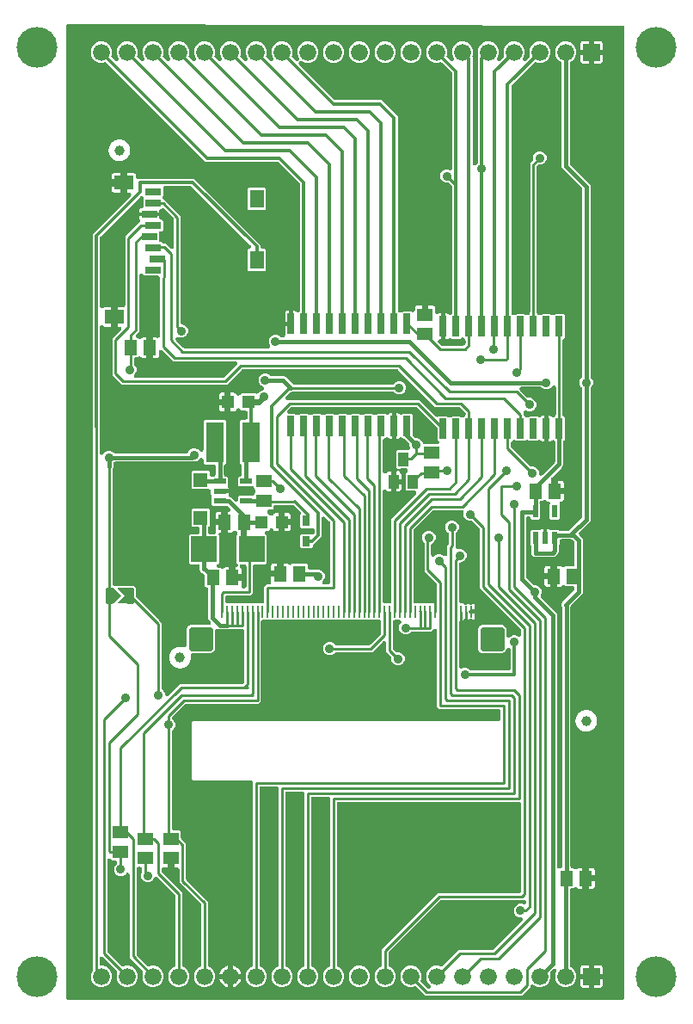
<source format=gbr>
G04 EAGLE Gerber RS-274X export*
G75*
%MOMM*%
%FSLAX34Y34*%
%LPD*%
%INTop Copper*%
%IPPOS*%
%AMOC8*
5,1,8,0,0,1.08239X$1,22.5*%
G01*
%ADD10R,0.660400X2.032000*%
%ADD11R,0.550000X1.200000*%
%ADD12C,1.000000*%
%ADD13R,1.300000X1.500000*%
%ADD14C,4.016000*%
%ADD15R,1.676400X1.676400*%
%ADD16C,1.676400*%
%ADD17R,1.900000X1.400000*%
%ADD18R,1.400000X1.800000*%
%ADD19R,1.500000X0.700000*%
%ADD20R,1.000000X1.400000*%
%ADD21R,1.500000X1.300000*%
%ADD22C,0.381000*%
%ADD23R,0.275000X1.200000*%
%ADD24C,0.600000*%
%ADD25R,1.200000X0.550000*%
%ADD26R,1.200000X1.300000*%
%ADD27R,1.800000X4.000000*%
%ADD28R,1.400000X1.400000*%
%ADD29R,2.540000X2.540000*%
%ADD30R,0.800000X1.000000*%
%ADD31C,0.906400*%
%ADD32C,0.254000*%
%ADD33C,0.304800*%
%ADD34C,0.406400*%
%ADD35C,0.609600*%

G36*
X271798Y-429257D02*
X271798Y-429257D01*
X271816Y-429259D01*
X271998Y-429238D01*
X272181Y-429219D01*
X272198Y-429214D01*
X272215Y-429212D01*
X272390Y-429155D01*
X272566Y-429101D01*
X272581Y-429093D01*
X272598Y-429087D01*
X272758Y-428997D01*
X272920Y-428909D01*
X272933Y-428898D01*
X272949Y-428889D01*
X273088Y-428769D01*
X273229Y-428652D01*
X273240Y-428638D01*
X273254Y-428626D01*
X273366Y-428481D01*
X273481Y-428338D01*
X273489Y-428322D01*
X273500Y-428308D01*
X273582Y-428143D01*
X273667Y-427981D01*
X273672Y-427964D01*
X273680Y-427948D01*
X273727Y-427769D01*
X273778Y-427594D01*
X273780Y-427576D01*
X273784Y-427559D01*
X273811Y-427228D01*
X273811Y527050D01*
X273810Y527065D01*
X273811Y527081D01*
X273790Y527266D01*
X273771Y527451D01*
X273767Y527465D01*
X273765Y527481D01*
X273708Y527657D01*
X273653Y527836D01*
X273646Y527849D01*
X273641Y527864D01*
X273550Y528026D01*
X273461Y528190D01*
X273452Y528201D01*
X273444Y528215D01*
X273323Y528356D01*
X273204Y528499D01*
X273192Y528509D01*
X273182Y528520D01*
X273035Y528635D01*
X272890Y528751D01*
X272876Y528758D01*
X272864Y528768D01*
X272697Y528851D01*
X272533Y528937D01*
X272518Y528941D01*
X272504Y528948D01*
X272324Y528997D01*
X272146Y529048D01*
X272130Y529049D01*
X272115Y529053D01*
X271785Y529081D01*
X-274315Y530351D01*
X-274335Y530349D01*
X-274356Y530351D01*
X-274535Y530330D01*
X-274716Y530312D01*
X-274735Y530306D01*
X-274755Y530304D01*
X-274928Y530248D01*
X-275101Y530195D01*
X-275119Y530185D01*
X-275138Y530179D01*
X-275296Y530090D01*
X-275456Y530004D01*
X-275471Y529991D01*
X-275489Y529981D01*
X-275626Y529863D01*
X-275766Y529747D01*
X-275778Y529731D01*
X-275794Y529718D01*
X-275904Y529575D01*
X-276019Y529434D01*
X-276028Y529416D01*
X-276040Y529400D01*
X-276121Y529238D01*
X-276205Y529077D01*
X-276211Y529058D01*
X-276220Y529040D01*
X-276267Y528863D01*
X-276317Y528690D01*
X-276319Y528670D01*
X-276324Y528651D01*
X-276351Y528320D01*
X-276351Y-427228D01*
X-276349Y-427246D01*
X-276351Y-427264D01*
X-276330Y-427446D01*
X-276311Y-427629D01*
X-276306Y-427646D01*
X-276304Y-427663D01*
X-276247Y-427838D01*
X-276193Y-428014D01*
X-276185Y-428029D01*
X-276179Y-428046D01*
X-276089Y-428206D01*
X-276001Y-428368D01*
X-275990Y-428381D01*
X-275981Y-428397D01*
X-275861Y-428536D01*
X-275744Y-428677D01*
X-275730Y-428688D01*
X-275718Y-428702D01*
X-275573Y-428814D01*
X-275430Y-428929D01*
X-275414Y-428937D01*
X-275400Y-428948D01*
X-275235Y-429030D01*
X-275073Y-429115D01*
X-275056Y-429120D01*
X-275039Y-429128D01*
X-274861Y-429175D01*
X-274686Y-429226D01*
X-274668Y-429228D01*
X-274651Y-429232D01*
X-274320Y-429259D01*
X271780Y-429259D01*
X271798Y-429257D01*
G37*
%LPC*%
G36*
X77372Y-424943D02*
X77372Y-424943D01*
X69128Y-416699D01*
X69111Y-416685D01*
X69096Y-416668D01*
X68955Y-416557D01*
X68817Y-416444D01*
X68797Y-416433D01*
X68779Y-416420D01*
X68619Y-416339D01*
X68461Y-416255D01*
X68440Y-416249D01*
X68420Y-416239D01*
X68246Y-416191D01*
X68075Y-416140D01*
X68053Y-416138D01*
X68031Y-416132D01*
X67852Y-416120D01*
X67674Y-416104D01*
X67652Y-416106D01*
X67630Y-416105D01*
X67452Y-416128D01*
X67274Y-416147D01*
X67252Y-416154D01*
X67230Y-416157D01*
X66914Y-416259D01*
X65572Y-416815D01*
X61428Y-416815D01*
X57601Y-415229D01*
X54671Y-412299D01*
X53085Y-408472D01*
X53085Y-404328D01*
X54671Y-400501D01*
X57601Y-397571D01*
X61428Y-395985D01*
X65572Y-395985D01*
X69399Y-397571D01*
X72329Y-400501D01*
X73915Y-404328D01*
X73915Y-408472D01*
X73359Y-409814D01*
X73352Y-409836D01*
X73342Y-409856D01*
X73294Y-410028D01*
X73242Y-410200D01*
X73240Y-410222D01*
X73234Y-410244D01*
X73221Y-410423D01*
X73204Y-410601D01*
X73206Y-410623D01*
X73205Y-410645D01*
X73227Y-410823D01*
X73246Y-411001D01*
X73252Y-411022D01*
X73255Y-411045D01*
X73312Y-411214D01*
X73365Y-411385D01*
X73376Y-411405D01*
X73383Y-411426D01*
X73473Y-411581D01*
X73559Y-411739D01*
X73573Y-411756D01*
X73584Y-411775D01*
X73799Y-412028D01*
X79513Y-417742D01*
X79534Y-417759D01*
X79551Y-417780D01*
X79689Y-417887D01*
X79825Y-417997D01*
X79848Y-418010D01*
X79869Y-418026D01*
X80026Y-418104D01*
X80180Y-418186D01*
X80206Y-418194D01*
X80230Y-418206D01*
X80399Y-418251D01*
X80566Y-418301D01*
X80593Y-418303D01*
X80619Y-418310D01*
X80949Y-418337D01*
X81205Y-418337D01*
X81214Y-418336D01*
X81223Y-418337D01*
X81414Y-418316D01*
X81605Y-418297D01*
X81614Y-418295D01*
X81623Y-418294D01*
X81805Y-418236D01*
X81990Y-418179D01*
X81998Y-418175D01*
X82007Y-418172D01*
X82175Y-418079D01*
X82344Y-417987D01*
X82351Y-417982D01*
X82359Y-417977D01*
X82506Y-417853D01*
X82654Y-417730D01*
X82659Y-417723D01*
X82666Y-417717D01*
X82785Y-417566D01*
X82906Y-417416D01*
X82910Y-417408D01*
X82916Y-417401D01*
X83003Y-417230D01*
X83091Y-417059D01*
X83094Y-417050D01*
X83098Y-417042D01*
X83150Y-416856D01*
X83203Y-416672D01*
X83204Y-416663D01*
X83206Y-416654D01*
X83220Y-416461D01*
X83236Y-416270D01*
X83235Y-416262D01*
X83235Y-416253D01*
X83211Y-416063D01*
X83189Y-415871D01*
X83186Y-415862D01*
X83185Y-415853D01*
X83124Y-415670D01*
X83064Y-415488D01*
X83060Y-415480D01*
X83057Y-415472D01*
X82961Y-415306D01*
X82866Y-415137D01*
X82860Y-415130D01*
X82856Y-415123D01*
X82641Y-414870D01*
X80071Y-412299D01*
X78485Y-408472D01*
X78485Y-404328D01*
X80071Y-400501D01*
X83001Y-397571D01*
X86828Y-395985D01*
X90972Y-395985D01*
X92314Y-396541D01*
X92336Y-396548D01*
X92356Y-396558D01*
X92528Y-396606D01*
X92700Y-396658D01*
X92722Y-396660D01*
X92744Y-396666D01*
X92923Y-396679D01*
X93101Y-396696D01*
X93123Y-396694D01*
X93145Y-396695D01*
X93323Y-396673D01*
X93501Y-396654D01*
X93522Y-396648D01*
X93545Y-396645D01*
X93714Y-396588D01*
X93885Y-396535D01*
X93905Y-396524D01*
X93926Y-396517D01*
X94081Y-396427D01*
X94239Y-396341D01*
X94256Y-396327D01*
X94275Y-396316D01*
X94528Y-396101D01*
X107862Y-382767D01*
X110392Y-380237D01*
X143841Y-380237D01*
X143867Y-380235D01*
X143894Y-380237D01*
X144068Y-380215D01*
X144241Y-380197D01*
X144267Y-380190D01*
X144293Y-380186D01*
X144459Y-380131D01*
X144626Y-380079D01*
X144650Y-380066D01*
X144675Y-380058D01*
X144827Y-379971D01*
X144980Y-379887D01*
X145001Y-379870D01*
X145024Y-379857D01*
X145277Y-379642D01*
X173257Y-351662D01*
X173263Y-351655D01*
X173269Y-351650D01*
X173390Y-351500D01*
X173512Y-351351D01*
X173516Y-351343D01*
X173522Y-351336D01*
X173611Y-351165D01*
X173701Y-350995D01*
X173703Y-350987D01*
X173707Y-350979D01*
X173760Y-350794D01*
X173815Y-350609D01*
X173816Y-350600D01*
X173819Y-350592D01*
X173834Y-350400D01*
X173852Y-350208D01*
X173851Y-350199D01*
X173852Y-350190D01*
X173829Y-350001D01*
X173808Y-349808D01*
X173806Y-349799D01*
X173805Y-349791D01*
X173745Y-349609D01*
X173687Y-349424D01*
X173683Y-349416D01*
X173680Y-349408D01*
X173585Y-349239D01*
X173492Y-349072D01*
X173486Y-349065D01*
X173482Y-349057D01*
X173356Y-348911D01*
X173232Y-348765D01*
X173225Y-348759D01*
X173219Y-348752D01*
X173067Y-348635D01*
X172916Y-348515D01*
X172908Y-348511D01*
X172901Y-348506D01*
X172729Y-348420D01*
X172557Y-348333D01*
X172548Y-348330D01*
X172540Y-348326D01*
X172354Y-348276D01*
X172169Y-348225D01*
X172160Y-348224D01*
X172151Y-348222D01*
X171821Y-348195D01*
X170144Y-348195D01*
X167731Y-347195D01*
X165885Y-345349D01*
X164885Y-342936D01*
X164885Y-340324D01*
X165885Y-337911D01*
X167731Y-336065D01*
X170144Y-335065D01*
X172756Y-335065D01*
X174229Y-335675D01*
X174242Y-335679D01*
X174253Y-335685D01*
X174263Y-335688D01*
X174267Y-335690D01*
X174312Y-335702D01*
X174433Y-335737D01*
X174614Y-335792D01*
X174627Y-335793D01*
X174640Y-335797D01*
X174828Y-335812D01*
X175015Y-335830D01*
X175028Y-335829D01*
X175042Y-335830D01*
X175228Y-335808D01*
X175415Y-335788D01*
X175428Y-335784D01*
X175441Y-335783D01*
X175620Y-335724D01*
X175800Y-335668D01*
X175811Y-335662D01*
X175824Y-335658D01*
X175988Y-335565D01*
X176153Y-335475D01*
X176163Y-335467D01*
X176175Y-335460D01*
X176317Y-335338D01*
X176461Y-335216D01*
X176469Y-335206D01*
X176480Y-335197D01*
X176594Y-335049D01*
X176712Y-334901D01*
X176718Y-334889D01*
X176726Y-334879D01*
X176809Y-334712D01*
X176896Y-334543D01*
X176900Y-334530D01*
X176906Y-334518D01*
X176955Y-334335D01*
X177006Y-334156D01*
X177007Y-334142D01*
X177010Y-334129D01*
X177037Y-333799D01*
X177037Y-332917D01*
X177036Y-332908D01*
X177037Y-332899D01*
X177016Y-332708D01*
X176997Y-332517D01*
X176995Y-332508D01*
X176994Y-332499D01*
X176936Y-332317D01*
X176879Y-332132D01*
X176875Y-332124D01*
X176872Y-332115D01*
X176779Y-331947D01*
X176687Y-331778D01*
X176682Y-331771D01*
X176677Y-331763D01*
X176553Y-331617D01*
X176430Y-331469D01*
X176423Y-331463D01*
X176417Y-331456D01*
X176266Y-331337D01*
X176116Y-331216D01*
X176108Y-331212D01*
X176101Y-331206D01*
X175928Y-331118D01*
X175759Y-331031D01*
X175750Y-331028D01*
X175742Y-331024D01*
X175555Y-330972D01*
X175372Y-330919D01*
X175363Y-330919D01*
X175354Y-330916D01*
X175163Y-330902D01*
X174970Y-330886D01*
X174961Y-330887D01*
X174952Y-330887D01*
X174761Y-330911D01*
X174571Y-330933D01*
X174562Y-330936D01*
X174553Y-330937D01*
X174477Y-330963D01*
X93649Y-330963D01*
X93623Y-330965D01*
X93596Y-330963D01*
X93422Y-330985D01*
X93249Y-331003D01*
X93223Y-331010D01*
X93197Y-331014D01*
X93031Y-331069D01*
X92864Y-331121D01*
X92840Y-331134D01*
X92815Y-331142D01*
X92663Y-331229D01*
X92510Y-331313D01*
X92489Y-331330D01*
X92466Y-331343D01*
X92213Y-331558D01*
X41998Y-381773D01*
X41981Y-381794D01*
X41960Y-381811D01*
X41853Y-381949D01*
X41743Y-382085D01*
X41730Y-382108D01*
X41714Y-382129D01*
X41636Y-382286D01*
X41554Y-382440D01*
X41546Y-382466D01*
X41534Y-382490D01*
X41489Y-382659D01*
X41439Y-382826D01*
X41437Y-382853D01*
X41430Y-382879D01*
X41403Y-383209D01*
X41403Y-395138D01*
X41405Y-395160D01*
X41403Y-395182D01*
X41425Y-395360D01*
X41443Y-395539D01*
X41449Y-395560D01*
X41452Y-395582D01*
X41508Y-395752D01*
X41561Y-395924D01*
X41571Y-395943D01*
X41578Y-395964D01*
X41667Y-396120D01*
X41753Y-396278D01*
X41767Y-396295D01*
X41778Y-396314D01*
X41896Y-396450D01*
X42010Y-396587D01*
X42028Y-396601D01*
X42042Y-396618D01*
X42185Y-396727D01*
X42324Y-396839D01*
X42344Y-396849D01*
X42362Y-396863D01*
X42657Y-397015D01*
X43999Y-397571D01*
X46929Y-400501D01*
X48515Y-404328D01*
X48515Y-408472D01*
X46929Y-412299D01*
X43999Y-415229D01*
X40172Y-416815D01*
X36028Y-416815D01*
X32201Y-415229D01*
X29271Y-412299D01*
X27685Y-408472D01*
X27685Y-404328D01*
X29271Y-400501D01*
X32201Y-397571D01*
X33543Y-397015D01*
X33563Y-397004D01*
X33584Y-396997D01*
X33740Y-396909D01*
X33898Y-396824D01*
X33915Y-396810D01*
X33935Y-396799D01*
X34070Y-396682D01*
X34209Y-396568D01*
X34223Y-396551D01*
X34240Y-396536D01*
X34349Y-396395D01*
X34462Y-396255D01*
X34473Y-396236D01*
X34486Y-396218D01*
X34566Y-396058D01*
X34649Y-395899D01*
X34656Y-395878D01*
X34666Y-395857D01*
X34712Y-395684D01*
X34762Y-395512D01*
X34764Y-395490D01*
X34770Y-395469D01*
X34797Y-395138D01*
X34797Y-379632D01*
X90072Y-324357D01*
X169926Y-324357D01*
X169944Y-324355D01*
X169962Y-324357D01*
X170144Y-324336D01*
X170327Y-324317D01*
X170344Y-324312D01*
X170361Y-324310D01*
X170536Y-324253D01*
X170712Y-324199D01*
X170727Y-324191D01*
X170744Y-324185D01*
X170904Y-324095D01*
X171066Y-324007D01*
X171079Y-323996D01*
X171095Y-323987D01*
X171234Y-323867D01*
X171375Y-323750D01*
X171386Y-323736D01*
X171400Y-323724D01*
X171512Y-323579D01*
X171627Y-323436D01*
X171635Y-323420D01*
X171646Y-323406D01*
X171728Y-323241D01*
X171813Y-323079D01*
X171818Y-323062D01*
X171826Y-323046D01*
X171873Y-322868D01*
X171924Y-322692D01*
X171926Y-322674D01*
X171930Y-322657D01*
X171957Y-322326D01*
X171957Y-236474D01*
X171955Y-236456D01*
X171957Y-236438D01*
X171936Y-236256D01*
X171917Y-236073D01*
X171912Y-236056D01*
X171910Y-236039D01*
X171853Y-235864D01*
X171799Y-235688D01*
X171791Y-235673D01*
X171785Y-235656D01*
X171695Y-235496D01*
X171607Y-235334D01*
X171596Y-235321D01*
X171587Y-235305D01*
X171467Y-235166D01*
X171350Y-235025D01*
X171336Y-235014D01*
X171324Y-235000D01*
X171179Y-234888D01*
X171036Y-234773D01*
X171020Y-234765D01*
X171006Y-234754D01*
X170841Y-234672D01*
X170679Y-234587D01*
X170662Y-234582D01*
X170646Y-234574D01*
X170467Y-234527D01*
X170292Y-234476D01*
X170274Y-234474D01*
X170257Y-234470D01*
X169926Y-234443D01*
X-7366Y-234443D01*
X-7384Y-234445D01*
X-7402Y-234443D01*
X-7584Y-234464D01*
X-7767Y-234483D01*
X-7784Y-234488D01*
X-7801Y-234490D01*
X-7976Y-234547D01*
X-8152Y-234601D01*
X-8167Y-234609D01*
X-8184Y-234615D01*
X-8344Y-234705D01*
X-8506Y-234793D01*
X-8519Y-234804D01*
X-8535Y-234813D01*
X-8674Y-234933D01*
X-8815Y-235050D01*
X-8826Y-235064D01*
X-8840Y-235076D01*
X-8952Y-235221D01*
X-9067Y-235364D01*
X-9075Y-235380D01*
X-9086Y-235394D01*
X-9168Y-235559D01*
X-9253Y-235721D01*
X-9258Y-235738D01*
X-9266Y-235754D01*
X-9313Y-235933D01*
X-9364Y-236108D01*
X-9366Y-236126D01*
X-9370Y-236143D01*
X-9397Y-236474D01*
X-9397Y-395138D01*
X-9395Y-395160D01*
X-9397Y-395182D01*
X-9375Y-395360D01*
X-9357Y-395539D01*
X-9351Y-395560D01*
X-9348Y-395582D01*
X-9292Y-395752D01*
X-9239Y-395924D01*
X-9229Y-395943D01*
X-9222Y-395964D01*
X-9133Y-396120D01*
X-9047Y-396278D01*
X-9033Y-396295D01*
X-9022Y-396314D01*
X-8904Y-396450D01*
X-8790Y-396587D01*
X-8772Y-396601D01*
X-8758Y-396618D01*
X-8615Y-396727D01*
X-8476Y-396839D01*
X-8456Y-396849D01*
X-8438Y-396863D01*
X-8143Y-397015D01*
X-6801Y-397571D01*
X-3871Y-400501D01*
X-2285Y-404328D01*
X-2285Y-408472D01*
X-3871Y-412299D01*
X-6801Y-415229D01*
X-10628Y-416815D01*
X-14772Y-416815D01*
X-18599Y-415229D01*
X-21529Y-412299D01*
X-23115Y-408472D01*
X-23115Y-404328D01*
X-21529Y-400501D01*
X-18599Y-397571D01*
X-17257Y-397015D01*
X-17237Y-397004D01*
X-17216Y-396997D01*
X-17060Y-396909D01*
X-16902Y-396824D01*
X-16885Y-396810D01*
X-16865Y-396799D01*
X-16730Y-396682D01*
X-16591Y-396568D01*
X-16577Y-396551D01*
X-16560Y-396536D01*
X-16451Y-396395D01*
X-16338Y-396255D01*
X-16327Y-396236D01*
X-16314Y-396218D01*
X-16234Y-396058D01*
X-16151Y-395899D01*
X-16144Y-395878D01*
X-16134Y-395857D01*
X-16088Y-395684D01*
X-16038Y-395512D01*
X-16036Y-395490D01*
X-16030Y-395469D01*
X-16003Y-395138D01*
X-16003Y-231394D01*
X-16005Y-231376D01*
X-16003Y-231358D01*
X-16024Y-231176D01*
X-16043Y-230993D01*
X-16048Y-230976D01*
X-16050Y-230959D01*
X-16107Y-230784D01*
X-16161Y-230608D01*
X-16169Y-230593D01*
X-16175Y-230576D01*
X-16265Y-230416D01*
X-16353Y-230254D01*
X-16364Y-230241D01*
X-16373Y-230225D01*
X-16493Y-230086D01*
X-16610Y-229945D01*
X-16624Y-229934D01*
X-16636Y-229920D01*
X-16781Y-229808D01*
X-16924Y-229693D01*
X-16940Y-229685D01*
X-16954Y-229674D01*
X-17119Y-229592D01*
X-17281Y-229507D01*
X-17298Y-229502D01*
X-17314Y-229494D01*
X-17493Y-229447D01*
X-17668Y-229396D01*
X-17686Y-229394D01*
X-17703Y-229390D01*
X-18034Y-229363D01*
X-32766Y-229363D01*
X-32784Y-229365D01*
X-32802Y-229363D01*
X-32984Y-229384D01*
X-33167Y-229403D01*
X-33184Y-229408D01*
X-33201Y-229410D01*
X-33376Y-229467D01*
X-33552Y-229521D01*
X-33567Y-229529D01*
X-33584Y-229535D01*
X-33744Y-229625D01*
X-33906Y-229713D01*
X-33919Y-229724D01*
X-33935Y-229733D01*
X-34074Y-229853D01*
X-34215Y-229970D01*
X-34226Y-229984D01*
X-34240Y-229996D01*
X-34352Y-230141D01*
X-34467Y-230284D01*
X-34475Y-230300D01*
X-34486Y-230314D01*
X-34568Y-230479D01*
X-34653Y-230641D01*
X-34658Y-230658D01*
X-34666Y-230674D01*
X-34713Y-230853D01*
X-34764Y-231028D01*
X-34766Y-231046D01*
X-34770Y-231063D01*
X-34797Y-231394D01*
X-34797Y-395138D01*
X-34795Y-395160D01*
X-34797Y-395182D01*
X-34775Y-395360D01*
X-34757Y-395539D01*
X-34751Y-395560D01*
X-34748Y-395582D01*
X-34692Y-395752D01*
X-34639Y-395924D01*
X-34629Y-395943D01*
X-34622Y-395964D01*
X-34533Y-396120D01*
X-34447Y-396278D01*
X-34433Y-396295D01*
X-34422Y-396314D01*
X-34304Y-396450D01*
X-34190Y-396587D01*
X-34172Y-396601D01*
X-34158Y-396618D01*
X-34015Y-396727D01*
X-33876Y-396839D01*
X-33856Y-396849D01*
X-33838Y-396863D01*
X-33543Y-397015D01*
X-32201Y-397571D01*
X-29271Y-400501D01*
X-27685Y-404328D01*
X-27685Y-408472D01*
X-29271Y-412299D01*
X-32201Y-415229D01*
X-36028Y-416815D01*
X-40172Y-416815D01*
X-43999Y-415229D01*
X-46929Y-412299D01*
X-48515Y-408472D01*
X-48515Y-404328D01*
X-46929Y-400501D01*
X-43999Y-397571D01*
X-42657Y-397015D01*
X-42637Y-397004D01*
X-42616Y-396997D01*
X-42460Y-396909D01*
X-42302Y-396824D01*
X-42285Y-396810D01*
X-42265Y-396799D01*
X-42130Y-396682D01*
X-41991Y-396568D01*
X-41977Y-396551D01*
X-41960Y-396536D01*
X-41851Y-396395D01*
X-41738Y-396255D01*
X-41727Y-396236D01*
X-41714Y-396218D01*
X-41634Y-396058D01*
X-41551Y-395899D01*
X-41544Y-395878D01*
X-41534Y-395857D01*
X-41488Y-395684D01*
X-41438Y-395512D01*
X-41436Y-395490D01*
X-41430Y-395469D01*
X-41403Y-395138D01*
X-41403Y-226314D01*
X-41405Y-226296D01*
X-41403Y-226278D01*
X-41424Y-226096D01*
X-41443Y-225913D01*
X-41448Y-225896D01*
X-41450Y-225879D01*
X-41507Y-225704D01*
X-41561Y-225528D01*
X-41569Y-225513D01*
X-41575Y-225496D01*
X-41665Y-225336D01*
X-41753Y-225174D01*
X-41764Y-225161D01*
X-41773Y-225145D01*
X-41893Y-225006D01*
X-42010Y-224865D01*
X-42024Y-224854D01*
X-42036Y-224840D01*
X-42181Y-224728D01*
X-42324Y-224613D01*
X-42340Y-224605D01*
X-42354Y-224594D01*
X-42519Y-224512D01*
X-42681Y-224427D01*
X-42698Y-224422D01*
X-42714Y-224414D01*
X-42893Y-224367D01*
X-43068Y-224316D01*
X-43086Y-224314D01*
X-43103Y-224310D01*
X-43434Y-224283D01*
X-58166Y-224283D01*
X-58184Y-224285D01*
X-58202Y-224283D01*
X-58384Y-224304D01*
X-58567Y-224323D01*
X-58584Y-224328D01*
X-58601Y-224330D01*
X-58776Y-224387D01*
X-58952Y-224441D01*
X-58967Y-224449D01*
X-58984Y-224455D01*
X-59144Y-224545D01*
X-59306Y-224633D01*
X-59319Y-224644D01*
X-59335Y-224653D01*
X-59474Y-224773D01*
X-59615Y-224890D01*
X-59626Y-224904D01*
X-59640Y-224916D01*
X-59752Y-225061D01*
X-59867Y-225204D01*
X-59875Y-225220D01*
X-59886Y-225234D01*
X-59968Y-225399D01*
X-60053Y-225561D01*
X-60058Y-225578D01*
X-60066Y-225594D01*
X-60113Y-225773D01*
X-60164Y-225948D01*
X-60166Y-225966D01*
X-60170Y-225983D01*
X-60197Y-226314D01*
X-60197Y-395138D01*
X-60195Y-395160D01*
X-60197Y-395182D01*
X-60175Y-395360D01*
X-60157Y-395539D01*
X-60151Y-395560D01*
X-60148Y-395582D01*
X-60092Y-395752D01*
X-60039Y-395924D01*
X-60029Y-395943D01*
X-60022Y-395964D01*
X-59933Y-396120D01*
X-59847Y-396278D01*
X-59833Y-396295D01*
X-59822Y-396314D01*
X-59704Y-396450D01*
X-59590Y-396587D01*
X-59572Y-396601D01*
X-59558Y-396618D01*
X-59415Y-396727D01*
X-59276Y-396839D01*
X-59256Y-396849D01*
X-59238Y-396863D01*
X-58943Y-397015D01*
X-57601Y-397571D01*
X-54671Y-400501D01*
X-53085Y-404328D01*
X-53085Y-408472D01*
X-54671Y-412299D01*
X-57601Y-415229D01*
X-61428Y-416815D01*
X-65572Y-416815D01*
X-69399Y-415229D01*
X-72329Y-412299D01*
X-73915Y-408472D01*
X-73915Y-404328D01*
X-72329Y-400501D01*
X-69399Y-397571D01*
X-68057Y-397015D01*
X-68037Y-397004D01*
X-68016Y-396997D01*
X-67860Y-396909D01*
X-67702Y-396824D01*
X-67685Y-396810D01*
X-67665Y-396799D01*
X-67530Y-396682D01*
X-67391Y-396568D01*
X-67377Y-396551D01*
X-67360Y-396536D01*
X-67251Y-396395D01*
X-67138Y-396255D01*
X-67127Y-396236D01*
X-67114Y-396218D01*
X-67034Y-396058D01*
X-66951Y-395899D01*
X-66944Y-395878D01*
X-66934Y-395857D01*
X-66888Y-395684D01*
X-66838Y-395512D01*
X-66836Y-395490D01*
X-66830Y-395469D01*
X-66803Y-395138D01*
X-66803Y-221234D01*
X-66805Y-221216D01*
X-66803Y-221198D01*
X-66824Y-221016D01*
X-66843Y-220833D01*
X-66848Y-220816D01*
X-66850Y-220799D01*
X-66907Y-220624D01*
X-66961Y-220448D01*
X-66969Y-220433D01*
X-66975Y-220416D01*
X-67065Y-220256D01*
X-67153Y-220094D01*
X-67164Y-220081D01*
X-67173Y-220065D01*
X-67293Y-219926D01*
X-67410Y-219785D01*
X-67424Y-219774D01*
X-67436Y-219760D01*
X-67581Y-219648D01*
X-67724Y-219533D01*
X-67740Y-219525D01*
X-67754Y-219514D01*
X-67919Y-219432D01*
X-68081Y-219347D01*
X-68098Y-219342D01*
X-68114Y-219334D01*
X-68293Y-219287D01*
X-68468Y-219236D01*
X-68486Y-219234D01*
X-68503Y-219230D01*
X-68834Y-219203D01*
X-83566Y-219203D01*
X-83584Y-219205D01*
X-83602Y-219203D01*
X-83784Y-219224D01*
X-83967Y-219243D01*
X-83984Y-219248D01*
X-84001Y-219250D01*
X-84176Y-219307D01*
X-84352Y-219361D01*
X-84367Y-219369D01*
X-84384Y-219375D01*
X-84544Y-219465D01*
X-84706Y-219553D01*
X-84719Y-219564D01*
X-84735Y-219573D01*
X-84874Y-219693D01*
X-85015Y-219810D01*
X-85026Y-219824D01*
X-85040Y-219836D01*
X-85152Y-219981D01*
X-85267Y-220124D01*
X-85275Y-220140D01*
X-85286Y-220154D01*
X-85368Y-220319D01*
X-85453Y-220481D01*
X-85458Y-220498D01*
X-85466Y-220514D01*
X-85513Y-220693D01*
X-85564Y-220868D01*
X-85566Y-220886D01*
X-85570Y-220903D01*
X-85597Y-221234D01*
X-85597Y-395138D01*
X-85595Y-395160D01*
X-85597Y-395182D01*
X-85575Y-395360D01*
X-85557Y-395539D01*
X-85551Y-395560D01*
X-85548Y-395582D01*
X-85492Y-395752D01*
X-85439Y-395924D01*
X-85429Y-395943D01*
X-85422Y-395964D01*
X-85333Y-396120D01*
X-85247Y-396278D01*
X-85233Y-396295D01*
X-85222Y-396314D01*
X-85104Y-396450D01*
X-84990Y-396587D01*
X-84972Y-396601D01*
X-84958Y-396618D01*
X-84815Y-396727D01*
X-84676Y-396839D01*
X-84656Y-396849D01*
X-84638Y-396863D01*
X-84343Y-397015D01*
X-83001Y-397571D01*
X-80071Y-400501D01*
X-78485Y-404328D01*
X-78485Y-408472D01*
X-80071Y-412299D01*
X-83001Y-415229D01*
X-86828Y-416815D01*
X-90972Y-416815D01*
X-94799Y-415229D01*
X-97729Y-412299D01*
X-99315Y-408472D01*
X-99315Y-404328D01*
X-97729Y-400501D01*
X-94799Y-397571D01*
X-93457Y-397015D01*
X-93437Y-397004D01*
X-93416Y-396997D01*
X-93260Y-396909D01*
X-93102Y-396824D01*
X-93085Y-396810D01*
X-93065Y-396799D01*
X-92930Y-396682D01*
X-92791Y-396568D01*
X-92777Y-396551D01*
X-92760Y-396536D01*
X-92651Y-396395D01*
X-92538Y-396255D01*
X-92527Y-396236D01*
X-92514Y-396218D01*
X-92434Y-396058D01*
X-92351Y-395899D01*
X-92344Y-395878D01*
X-92334Y-395857D01*
X-92288Y-395684D01*
X-92238Y-395512D01*
X-92236Y-395490D01*
X-92230Y-395469D01*
X-92203Y-395138D01*
X-92203Y-215392D01*
X-92205Y-215374D01*
X-92203Y-215356D01*
X-92224Y-215174D01*
X-92243Y-214991D01*
X-92248Y-214974D01*
X-92250Y-214957D01*
X-92307Y-214782D01*
X-92361Y-214606D01*
X-92369Y-214591D01*
X-92375Y-214574D01*
X-92465Y-214414D01*
X-92553Y-214252D01*
X-92564Y-214239D01*
X-92573Y-214223D01*
X-92693Y-214084D01*
X-92810Y-213943D01*
X-92824Y-213932D01*
X-92836Y-213918D01*
X-92981Y-213806D01*
X-93124Y-213691D01*
X-93140Y-213683D01*
X-93154Y-213672D01*
X-93319Y-213590D01*
X-93481Y-213505D01*
X-93498Y-213500D01*
X-93514Y-213492D01*
X-93693Y-213445D01*
X-93868Y-213394D01*
X-93886Y-213392D01*
X-93903Y-213388D01*
X-94234Y-213361D01*
X-150912Y-213361D01*
X-152401Y-211872D01*
X-152401Y-156428D01*
X-150912Y-154939D01*
X149606Y-154939D01*
X149624Y-154937D01*
X149642Y-154939D01*
X149824Y-154918D01*
X150007Y-154899D01*
X150024Y-154894D01*
X150041Y-154892D01*
X150216Y-154835D01*
X150392Y-154781D01*
X150407Y-154773D01*
X150424Y-154767D01*
X150584Y-154677D01*
X150746Y-154589D01*
X150759Y-154578D01*
X150775Y-154569D01*
X150914Y-154449D01*
X151055Y-154332D01*
X151066Y-154318D01*
X151080Y-154306D01*
X151192Y-154161D01*
X151307Y-154018D01*
X151315Y-154002D01*
X151326Y-153988D01*
X151408Y-153823D01*
X151493Y-153661D01*
X151498Y-153644D01*
X151506Y-153628D01*
X151553Y-153449D01*
X151604Y-153274D01*
X151606Y-153256D01*
X151610Y-153239D01*
X151637Y-152908D01*
X151637Y-145034D01*
X151635Y-145016D01*
X151637Y-144998D01*
X151616Y-144816D01*
X151597Y-144633D01*
X151592Y-144616D01*
X151590Y-144599D01*
X151533Y-144424D01*
X151479Y-144248D01*
X151471Y-144233D01*
X151465Y-144216D01*
X151375Y-144056D01*
X151287Y-143894D01*
X151276Y-143881D01*
X151267Y-143865D01*
X151147Y-143726D01*
X151030Y-143585D01*
X151016Y-143574D01*
X151004Y-143560D01*
X150860Y-143448D01*
X150716Y-143333D01*
X150700Y-143325D01*
X150686Y-143314D01*
X150521Y-143232D01*
X150359Y-143147D01*
X150342Y-143142D01*
X150326Y-143134D01*
X150147Y-143087D01*
X149972Y-143036D01*
X149954Y-143034D01*
X149937Y-143030D01*
X149606Y-143003D01*
X91132Y-143003D01*
X89197Y-141068D01*
X89197Y-66377D01*
X89196Y-66369D01*
X89197Y-66360D01*
X89176Y-66168D01*
X89157Y-65977D01*
X89155Y-65968D01*
X89154Y-65959D01*
X89096Y-65777D01*
X89039Y-65592D01*
X89035Y-65584D01*
X89032Y-65575D01*
X88939Y-65407D01*
X88847Y-65238D01*
X88842Y-65231D01*
X88837Y-65223D01*
X88713Y-65076D01*
X88590Y-64929D01*
X88583Y-64923D01*
X88577Y-64916D01*
X88426Y-64797D01*
X88276Y-64676D01*
X88268Y-64672D01*
X88261Y-64667D01*
X88088Y-64579D01*
X87919Y-64491D01*
X87910Y-64488D01*
X87902Y-64484D01*
X87716Y-64432D01*
X87532Y-64379D01*
X87523Y-64379D01*
X87514Y-64376D01*
X87322Y-64362D01*
X87130Y-64346D01*
X87122Y-64347D01*
X87113Y-64347D01*
X86920Y-64371D01*
X86731Y-64393D01*
X86722Y-64396D01*
X86713Y-64397D01*
X86530Y-64459D01*
X86348Y-64518D01*
X86340Y-64523D01*
X86332Y-64525D01*
X86166Y-64621D01*
X85997Y-64716D01*
X85990Y-64722D01*
X85983Y-64726D01*
X85730Y-64941D01*
X83868Y-66803D01*
X65243Y-66803D01*
X65216Y-66805D01*
X65189Y-66803D01*
X65015Y-66825D01*
X64842Y-66843D01*
X64816Y-66850D01*
X64790Y-66854D01*
X64624Y-66909D01*
X64457Y-66961D01*
X64433Y-66974D01*
X64408Y-66982D01*
X64256Y-67069D01*
X64103Y-67153D01*
X64083Y-67170D01*
X64059Y-67183D01*
X63806Y-67398D01*
X62139Y-69065D01*
X59726Y-70065D01*
X57114Y-70065D01*
X54701Y-69065D01*
X52855Y-67219D01*
X51855Y-64806D01*
X51855Y-62194D01*
X52855Y-59781D01*
X53536Y-59100D01*
X53541Y-59093D01*
X53548Y-59088D01*
X53668Y-58939D01*
X53791Y-58789D01*
X53795Y-58781D01*
X53801Y-58774D01*
X53889Y-58604D01*
X53979Y-58433D01*
X53982Y-58424D01*
X53986Y-58417D01*
X54039Y-58232D01*
X54094Y-58047D01*
X54095Y-58038D01*
X54098Y-58030D01*
X54113Y-57839D01*
X54131Y-57646D01*
X54130Y-57637D01*
X54130Y-57628D01*
X54108Y-57439D01*
X54087Y-57246D01*
X54085Y-57237D01*
X54084Y-57229D01*
X54024Y-57046D01*
X53966Y-56862D01*
X53961Y-56854D01*
X53959Y-56846D01*
X53864Y-56678D01*
X53771Y-56510D01*
X53765Y-56503D01*
X53761Y-56495D01*
X53635Y-56349D01*
X53510Y-56203D01*
X53503Y-56197D01*
X53498Y-56190D01*
X53345Y-56072D01*
X53195Y-55953D01*
X53187Y-55949D01*
X53180Y-55944D01*
X53007Y-55858D01*
X52836Y-55771D01*
X52827Y-55768D01*
X52819Y-55764D01*
X52633Y-55715D01*
X52448Y-55663D01*
X52439Y-55662D01*
X52430Y-55660D01*
X52099Y-55633D01*
X47834Y-55633D01*
X47816Y-55635D01*
X47798Y-55633D01*
X47616Y-55654D01*
X47433Y-55673D01*
X47416Y-55678D01*
X47399Y-55680D01*
X47224Y-55737D01*
X47048Y-55791D01*
X47033Y-55799D01*
X47016Y-55805D01*
X46856Y-55895D01*
X46694Y-55983D01*
X46681Y-55994D01*
X46665Y-56003D01*
X46526Y-56123D01*
X46385Y-56240D01*
X46374Y-56254D01*
X46360Y-56266D01*
X46248Y-56411D01*
X46133Y-56554D01*
X46125Y-56570D01*
X46114Y-56584D01*
X46032Y-56749D01*
X45947Y-56911D01*
X45942Y-56928D01*
X45934Y-56944D01*
X45887Y-57123D01*
X45836Y-57298D01*
X45834Y-57316D01*
X45830Y-57333D01*
X45803Y-57664D01*
X45803Y-83471D01*
X45805Y-83497D01*
X45803Y-83524D01*
X45825Y-83698D01*
X45843Y-83871D01*
X45850Y-83897D01*
X45854Y-83923D01*
X45909Y-84089D01*
X45961Y-84256D01*
X45974Y-84280D01*
X45982Y-84305D01*
X46069Y-84457D01*
X46153Y-84610D01*
X46170Y-84631D01*
X46183Y-84654D01*
X46398Y-84907D01*
X48311Y-86820D01*
X48332Y-86837D01*
X48349Y-86858D01*
X48487Y-86965D01*
X48623Y-87075D01*
X48646Y-87088D01*
X48667Y-87104D01*
X48824Y-87182D01*
X48978Y-87264D01*
X49004Y-87272D01*
X49028Y-87284D01*
X49197Y-87329D01*
X49364Y-87379D01*
X49391Y-87381D01*
X49417Y-87388D01*
X49747Y-87415D01*
X52106Y-87415D01*
X54519Y-88415D01*
X56365Y-90261D01*
X57365Y-92674D01*
X57365Y-95286D01*
X56365Y-97699D01*
X54519Y-99545D01*
X52106Y-100545D01*
X49494Y-100545D01*
X47081Y-99545D01*
X45235Y-97699D01*
X44235Y-95286D01*
X44235Y-92927D01*
X44233Y-92901D01*
X44235Y-92874D01*
X44213Y-92700D01*
X44195Y-92527D01*
X44188Y-92501D01*
X44184Y-92475D01*
X44129Y-92309D01*
X44077Y-92142D01*
X44064Y-92118D01*
X44056Y-92093D01*
X43969Y-91941D01*
X43885Y-91788D01*
X43868Y-91767D01*
X43855Y-91744D01*
X43640Y-91491D01*
X39197Y-87048D01*
X39197Y-78397D01*
X39196Y-78389D01*
X39197Y-78380D01*
X39176Y-78188D01*
X39157Y-77997D01*
X39155Y-77988D01*
X39154Y-77979D01*
X39096Y-77796D01*
X39039Y-77612D01*
X39035Y-77604D01*
X39032Y-77595D01*
X38940Y-77428D01*
X38847Y-77258D01*
X38842Y-77251D01*
X38837Y-77243D01*
X38713Y-77096D01*
X38590Y-76949D01*
X38583Y-76943D01*
X38577Y-76936D01*
X38425Y-76816D01*
X38276Y-76696D01*
X38268Y-76692D01*
X38261Y-76687D01*
X38088Y-76599D01*
X37919Y-76511D01*
X37910Y-76508D01*
X37902Y-76504D01*
X37716Y-76452D01*
X37532Y-76399D01*
X37523Y-76399D01*
X37514Y-76396D01*
X37321Y-76382D01*
X37130Y-76366D01*
X37122Y-76367D01*
X37113Y-76367D01*
X36920Y-76391D01*
X36731Y-76413D01*
X36722Y-76416D01*
X36713Y-76417D01*
X36530Y-76479D01*
X36348Y-76538D01*
X36340Y-76543D01*
X36332Y-76545D01*
X36165Y-76642D01*
X35997Y-76736D01*
X35990Y-76742D01*
X35983Y-76746D01*
X35730Y-76961D01*
X25568Y-87123D01*
X-9687Y-87123D01*
X-9714Y-87125D01*
X-9741Y-87123D01*
X-9915Y-87145D01*
X-10088Y-87163D01*
X-10114Y-87170D01*
X-10140Y-87174D01*
X-10306Y-87229D01*
X-10473Y-87281D01*
X-10497Y-87294D01*
X-10522Y-87302D01*
X-10674Y-87389D01*
X-10827Y-87473D01*
X-10847Y-87490D01*
X-10871Y-87503D01*
X-11124Y-87718D01*
X-12791Y-89385D01*
X-15204Y-90385D01*
X-17816Y-90385D01*
X-20229Y-89385D01*
X-22075Y-87539D01*
X-23075Y-85126D01*
X-23075Y-82514D01*
X-22075Y-80101D01*
X-20229Y-78255D01*
X-17816Y-77255D01*
X-15204Y-77255D01*
X-12791Y-78255D01*
X-11124Y-79922D01*
X-11103Y-79939D01*
X-11086Y-79960D01*
X-10948Y-80067D01*
X-10812Y-80177D01*
X-10789Y-80190D01*
X-10767Y-80206D01*
X-10611Y-80284D01*
X-10457Y-80366D01*
X-10431Y-80374D01*
X-10407Y-80386D01*
X-10238Y-80431D01*
X-10071Y-80481D01*
X-10044Y-80483D01*
X-10018Y-80490D01*
X-9687Y-80517D01*
X21991Y-80517D01*
X22017Y-80515D01*
X22044Y-80517D01*
X22218Y-80495D01*
X22391Y-80477D01*
X22417Y-80470D01*
X22443Y-80466D01*
X22609Y-80411D01*
X22776Y-80359D01*
X22800Y-80346D01*
X22825Y-80338D01*
X22977Y-80251D01*
X23130Y-80167D01*
X23151Y-80150D01*
X23174Y-80137D01*
X23427Y-79922D01*
X33602Y-69747D01*
X33619Y-69726D01*
X33640Y-69709D01*
X33747Y-69571D01*
X33857Y-69435D01*
X33870Y-69412D01*
X33886Y-69391D01*
X33964Y-69234D01*
X34046Y-69080D01*
X34054Y-69054D01*
X34066Y-69030D01*
X34111Y-68861D01*
X34161Y-68694D01*
X34163Y-68667D01*
X34170Y-68641D01*
X34197Y-68311D01*
X34197Y-57664D01*
X34195Y-57646D01*
X34197Y-57628D01*
X34176Y-57446D01*
X34157Y-57263D01*
X34152Y-57246D01*
X34150Y-57229D01*
X34093Y-57054D01*
X34039Y-56878D01*
X34031Y-56863D01*
X34025Y-56846D01*
X33935Y-56686D01*
X33847Y-56524D01*
X33836Y-56511D01*
X33827Y-56495D01*
X33707Y-56356D01*
X33590Y-56215D01*
X33576Y-56204D01*
X33564Y-56190D01*
X33419Y-56078D01*
X33276Y-55963D01*
X33260Y-55955D01*
X33246Y-55944D01*
X33081Y-55862D01*
X32919Y-55777D01*
X32902Y-55772D01*
X32886Y-55764D01*
X32707Y-55717D01*
X32532Y-55666D01*
X32514Y-55664D01*
X32497Y-55660D01*
X32166Y-55633D01*
X-82166Y-55633D01*
X-82184Y-55635D01*
X-82202Y-55633D01*
X-82384Y-55654D01*
X-82567Y-55673D01*
X-82584Y-55678D01*
X-82601Y-55680D01*
X-82776Y-55737D01*
X-82952Y-55791D01*
X-82967Y-55799D01*
X-82984Y-55805D01*
X-83144Y-55895D01*
X-83306Y-55983D01*
X-83319Y-55994D01*
X-83335Y-56003D01*
X-83474Y-56123D01*
X-83615Y-56240D01*
X-83626Y-56254D01*
X-83640Y-56266D01*
X-83752Y-56411D01*
X-83867Y-56554D01*
X-83875Y-56570D01*
X-83886Y-56584D01*
X-83968Y-56749D01*
X-84053Y-56911D01*
X-84058Y-56928D01*
X-84066Y-56944D01*
X-84113Y-57123D01*
X-84164Y-57298D01*
X-84166Y-57316D01*
X-84170Y-57333D01*
X-84197Y-57664D01*
X-84197Y-135988D01*
X-86132Y-137923D01*
X-157811Y-137923D01*
X-157837Y-137925D01*
X-157864Y-137923D01*
X-158038Y-137945D01*
X-158211Y-137963D01*
X-158237Y-137970D01*
X-158263Y-137974D01*
X-158429Y-138029D01*
X-158596Y-138081D01*
X-158620Y-138094D01*
X-158645Y-138102D01*
X-158797Y-138189D01*
X-158950Y-138273D01*
X-158971Y-138290D01*
X-158994Y-138303D01*
X-159247Y-138518D01*
X-171291Y-150562D01*
X-171303Y-150576D01*
X-171316Y-150587D01*
X-171430Y-150732D01*
X-171546Y-150874D01*
X-171555Y-150889D01*
X-171566Y-150903D01*
X-171649Y-151067D01*
X-171735Y-151229D01*
X-171740Y-151246D01*
X-171748Y-151262D01*
X-171798Y-151439D01*
X-171850Y-151615D01*
X-171851Y-151633D01*
X-171856Y-151650D01*
X-171870Y-151833D01*
X-171886Y-152016D01*
X-171884Y-152034D01*
X-171886Y-152052D01*
X-171863Y-152234D01*
X-171843Y-152416D01*
X-171837Y-152433D01*
X-171835Y-152451D01*
X-171777Y-152625D01*
X-171721Y-152800D01*
X-171713Y-152816D01*
X-171707Y-152833D01*
X-171615Y-152992D01*
X-171526Y-153153D01*
X-171515Y-153166D01*
X-171506Y-153182D01*
X-171291Y-153435D01*
X-169695Y-155031D01*
X-168695Y-157444D01*
X-168695Y-160056D01*
X-169695Y-162469D01*
X-171362Y-164136D01*
X-171379Y-164157D01*
X-171400Y-164174D01*
X-171507Y-164312D01*
X-171617Y-164448D01*
X-171630Y-164471D01*
X-171646Y-164493D01*
X-171724Y-164649D01*
X-171806Y-164803D01*
X-171814Y-164829D01*
X-171826Y-164853D01*
X-171871Y-165022D01*
X-171921Y-165189D01*
X-171923Y-165216D01*
X-171930Y-165242D01*
X-171957Y-165573D01*
X-171957Y-260606D01*
X-171955Y-260624D01*
X-171957Y-260642D01*
X-171936Y-260824D01*
X-171917Y-261007D01*
X-171912Y-261024D01*
X-171910Y-261041D01*
X-171853Y-261216D01*
X-171799Y-261392D01*
X-171791Y-261407D01*
X-171785Y-261424D01*
X-171695Y-261584D01*
X-171607Y-261746D01*
X-171596Y-261759D01*
X-171587Y-261775D01*
X-171467Y-261914D01*
X-171350Y-262055D01*
X-171336Y-262066D01*
X-171324Y-262080D01*
X-171179Y-262192D01*
X-171036Y-262307D01*
X-171020Y-262315D01*
X-171006Y-262326D01*
X-170841Y-262408D01*
X-170679Y-262493D01*
X-170662Y-262498D01*
X-170646Y-262506D01*
X-170467Y-262553D01*
X-170292Y-262604D01*
X-170274Y-262606D01*
X-170257Y-262610D01*
X-169926Y-262637D01*
X-164378Y-262637D01*
X-163187Y-263828D01*
X-163187Y-269451D01*
X-163185Y-269477D01*
X-163187Y-269504D01*
X-163165Y-269678D01*
X-163147Y-269851D01*
X-163140Y-269877D01*
X-163136Y-269903D01*
X-163080Y-270069D01*
X-163029Y-270236D01*
X-163016Y-270260D01*
X-163008Y-270285D01*
X-162921Y-270437D01*
X-162837Y-270590D01*
X-162820Y-270611D01*
X-162807Y-270634D01*
X-162592Y-270887D01*
X-157987Y-275492D01*
X-157987Y-310211D01*
X-157985Y-310237D01*
X-157987Y-310264D01*
X-157965Y-310438D01*
X-157947Y-310611D01*
X-157940Y-310637D01*
X-157936Y-310663D01*
X-157881Y-310829D01*
X-157829Y-310996D01*
X-157816Y-311020D01*
X-157808Y-311045D01*
X-157721Y-311197D01*
X-157637Y-311350D01*
X-157620Y-311371D01*
X-157607Y-311394D01*
X-157392Y-311647D01*
X-136397Y-332642D01*
X-136397Y-395138D01*
X-136395Y-395160D01*
X-136397Y-395182D01*
X-136375Y-395360D01*
X-136357Y-395539D01*
X-136351Y-395560D01*
X-136348Y-395582D01*
X-136292Y-395752D01*
X-136239Y-395924D01*
X-136229Y-395943D01*
X-136222Y-395964D01*
X-136133Y-396120D01*
X-136047Y-396278D01*
X-136033Y-396295D01*
X-136022Y-396314D01*
X-135904Y-396450D01*
X-135790Y-396587D01*
X-135772Y-396601D01*
X-135758Y-396618D01*
X-135615Y-396727D01*
X-135476Y-396839D01*
X-135456Y-396849D01*
X-135438Y-396863D01*
X-135143Y-397015D01*
X-133801Y-397571D01*
X-130871Y-400501D01*
X-129285Y-404328D01*
X-129285Y-408472D01*
X-130871Y-412299D01*
X-133801Y-415229D01*
X-137628Y-416815D01*
X-141772Y-416815D01*
X-145599Y-415229D01*
X-148529Y-412299D01*
X-150115Y-408472D01*
X-150115Y-404328D01*
X-148529Y-400501D01*
X-145599Y-397571D01*
X-144257Y-397015D01*
X-144237Y-397004D01*
X-144216Y-396997D01*
X-144060Y-396909D01*
X-143902Y-396824D01*
X-143885Y-396810D01*
X-143865Y-396799D01*
X-143730Y-396682D01*
X-143591Y-396568D01*
X-143577Y-396551D01*
X-143560Y-396536D01*
X-143451Y-396395D01*
X-143338Y-396255D01*
X-143327Y-396236D01*
X-143314Y-396218D01*
X-143234Y-396058D01*
X-143151Y-395899D01*
X-143144Y-395878D01*
X-143134Y-395857D01*
X-143088Y-395684D01*
X-143038Y-395512D01*
X-143036Y-395490D01*
X-143030Y-395469D01*
X-143003Y-395138D01*
X-143003Y-336219D01*
X-143005Y-336193D01*
X-143003Y-336166D01*
X-143025Y-335992D01*
X-143043Y-335819D01*
X-143050Y-335793D01*
X-143054Y-335767D01*
X-143109Y-335601D01*
X-143161Y-335434D01*
X-143174Y-335410D01*
X-143182Y-335385D01*
X-143269Y-335233D01*
X-143353Y-335080D01*
X-143370Y-335059D01*
X-143383Y-335036D01*
X-143598Y-334783D01*
X-164593Y-313788D01*
X-164593Y-301242D01*
X-164595Y-301224D01*
X-164593Y-301206D01*
X-164614Y-301024D01*
X-164633Y-300841D01*
X-164638Y-300824D01*
X-164640Y-300807D01*
X-164697Y-300632D01*
X-164751Y-300456D01*
X-164759Y-300441D01*
X-164765Y-300424D01*
X-164855Y-300264D01*
X-164943Y-300102D01*
X-164954Y-300089D01*
X-164963Y-300073D01*
X-165083Y-299934D01*
X-165200Y-299793D01*
X-165214Y-299782D01*
X-165226Y-299768D01*
X-165371Y-299656D01*
X-165514Y-299541D01*
X-165530Y-299533D01*
X-165544Y-299522D01*
X-165709Y-299440D01*
X-165871Y-299355D01*
X-165888Y-299350D01*
X-165904Y-299342D01*
X-166083Y-299295D01*
X-166258Y-299244D01*
X-166276Y-299242D01*
X-166293Y-299238D01*
X-166624Y-299211D01*
X-169471Y-299211D01*
X-169471Y-291388D01*
X-169472Y-291370D01*
X-169471Y-291353D01*
X-169492Y-291170D01*
X-169511Y-290988D01*
X-169516Y-290971D01*
X-169518Y-290953D01*
X-169575Y-290778D01*
X-169629Y-290603D01*
X-169637Y-290587D01*
X-169643Y-290570D01*
X-169733Y-290410D01*
X-169820Y-290249D01*
X-169832Y-290235D01*
X-169841Y-290219D01*
X-169961Y-290080D01*
X-170078Y-289939D01*
X-170092Y-289928D01*
X-170104Y-289915D01*
X-170249Y-289802D01*
X-170392Y-289687D01*
X-170408Y-289679D01*
X-170422Y-289668D01*
X-170587Y-289586D01*
X-170749Y-289502D01*
X-170766Y-289497D01*
X-170782Y-289489D01*
X-170961Y-289441D01*
X-171136Y-289390D01*
X-171154Y-289389D01*
X-171171Y-289384D01*
X-171502Y-289357D01*
X-173938Y-289357D01*
X-173956Y-289359D01*
X-173974Y-289357D01*
X-174156Y-289379D01*
X-174339Y-289397D01*
X-174356Y-289402D01*
X-174373Y-289404D01*
X-174548Y-289461D01*
X-174724Y-289515D01*
X-174739Y-289523D01*
X-174756Y-289529D01*
X-174916Y-289619D01*
X-175078Y-289707D01*
X-175091Y-289718D01*
X-175107Y-289727D01*
X-175246Y-289847D01*
X-175387Y-289965D01*
X-175398Y-289978D01*
X-175412Y-289990D01*
X-175524Y-290135D01*
X-175639Y-290278D01*
X-175647Y-290294D01*
X-175658Y-290308D01*
X-175740Y-290473D01*
X-175825Y-290636D01*
X-175830Y-290653D01*
X-175838Y-290669D01*
X-175885Y-290847D01*
X-175936Y-291022D01*
X-175938Y-291040D01*
X-175942Y-291057D01*
X-175969Y-291388D01*
X-175969Y-299211D01*
X-180086Y-299211D01*
X-180104Y-299213D01*
X-180122Y-299211D01*
X-180304Y-299232D01*
X-180487Y-299251D01*
X-180504Y-299256D01*
X-180521Y-299258D01*
X-180696Y-299315D01*
X-180872Y-299369D01*
X-180887Y-299377D01*
X-180904Y-299383D01*
X-181064Y-299473D01*
X-181226Y-299561D01*
X-181239Y-299572D01*
X-181255Y-299581D01*
X-181394Y-299701D01*
X-181535Y-299818D01*
X-181546Y-299832D01*
X-181560Y-299844D01*
X-181672Y-299989D01*
X-181787Y-300132D01*
X-181795Y-300148D01*
X-181806Y-300162D01*
X-181888Y-300327D01*
X-181973Y-300489D01*
X-181978Y-300506D01*
X-181986Y-300522D01*
X-182033Y-300701D01*
X-182084Y-300876D01*
X-182086Y-300894D01*
X-182090Y-300911D01*
X-182117Y-301242D01*
X-182117Y-302591D01*
X-182115Y-302617D01*
X-182117Y-302644D01*
X-182095Y-302818D01*
X-182077Y-302991D01*
X-182070Y-303017D01*
X-182066Y-303043D01*
X-182011Y-303209D01*
X-181959Y-303376D01*
X-181946Y-303400D01*
X-181938Y-303425D01*
X-181851Y-303577D01*
X-181767Y-303730D01*
X-181750Y-303751D01*
X-181737Y-303774D01*
X-181522Y-304027D01*
X-161797Y-323752D01*
X-161797Y-395138D01*
X-161795Y-395160D01*
X-161797Y-395182D01*
X-161775Y-395360D01*
X-161757Y-395539D01*
X-161751Y-395560D01*
X-161748Y-395582D01*
X-161692Y-395752D01*
X-161639Y-395924D01*
X-161629Y-395943D01*
X-161622Y-395964D01*
X-161533Y-396120D01*
X-161447Y-396278D01*
X-161433Y-396295D01*
X-161422Y-396314D01*
X-161304Y-396450D01*
X-161190Y-396587D01*
X-161172Y-396601D01*
X-161158Y-396618D01*
X-161015Y-396727D01*
X-160876Y-396839D01*
X-160856Y-396849D01*
X-160838Y-396863D01*
X-160543Y-397015D01*
X-159201Y-397571D01*
X-156271Y-400501D01*
X-154685Y-404328D01*
X-154685Y-408472D01*
X-156271Y-412299D01*
X-159201Y-415229D01*
X-163028Y-416815D01*
X-167172Y-416815D01*
X-170999Y-415229D01*
X-173929Y-412299D01*
X-175515Y-408472D01*
X-175515Y-404328D01*
X-173929Y-400501D01*
X-170999Y-397571D01*
X-169657Y-397015D01*
X-169637Y-397004D01*
X-169616Y-396997D01*
X-169460Y-396909D01*
X-169302Y-396824D01*
X-169285Y-396810D01*
X-169265Y-396799D01*
X-169130Y-396682D01*
X-168991Y-396568D01*
X-168977Y-396551D01*
X-168960Y-396536D01*
X-168851Y-396395D01*
X-168738Y-396255D01*
X-168727Y-396236D01*
X-168714Y-396218D01*
X-168634Y-396058D01*
X-168551Y-395899D01*
X-168544Y-395878D01*
X-168534Y-395857D01*
X-168488Y-395684D01*
X-168438Y-395512D01*
X-168436Y-395490D01*
X-168430Y-395469D01*
X-168403Y-395138D01*
X-168403Y-327329D01*
X-168405Y-327303D01*
X-168403Y-327276D01*
X-168425Y-327102D01*
X-168443Y-326929D01*
X-168450Y-326903D01*
X-168454Y-326877D01*
X-168509Y-326711D01*
X-168561Y-326544D01*
X-168574Y-326520D01*
X-168582Y-326495D01*
X-168669Y-326343D01*
X-168753Y-326190D01*
X-168770Y-326169D01*
X-168783Y-326146D01*
X-168998Y-325893D01*
X-186054Y-308836D01*
X-186065Y-308828D01*
X-186073Y-308818D01*
X-186220Y-308701D01*
X-186366Y-308581D01*
X-186378Y-308575D01*
X-186388Y-308567D01*
X-186555Y-308481D01*
X-186721Y-308393D01*
X-186734Y-308389D01*
X-186746Y-308383D01*
X-186927Y-308332D01*
X-187107Y-308278D01*
X-187121Y-308277D01*
X-187134Y-308273D01*
X-187319Y-308259D01*
X-187508Y-308242D01*
X-187522Y-308243D01*
X-187535Y-308242D01*
X-187720Y-308265D01*
X-187909Y-308285D01*
X-187922Y-308289D01*
X-187935Y-308291D01*
X-188112Y-308349D01*
X-188292Y-308407D01*
X-188304Y-308413D01*
X-188317Y-308417D01*
X-188481Y-308511D01*
X-188645Y-308601D01*
X-188655Y-308610D01*
X-188667Y-308617D01*
X-188809Y-308740D01*
X-188952Y-308862D01*
X-188960Y-308872D01*
X-188970Y-308881D01*
X-189085Y-309030D01*
X-189201Y-309178D01*
X-189207Y-309190D01*
X-189216Y-309200D01*
X-189367Y-309495D01*
X-190015Y-311059D01*
X-191861Y-312905D01*
X-194274Y-313905D01*
X-196886Y-313905D01*
X-199299Y-312905D01*
X-201145Y-311059D01*
X-202145Y-308646D01*
X-202145Y-306034D01*
X-201577Y-304664D01*
X-201568Y-304635D01*
X-201554Y-304607D01*
X-201510Y-304442D01*
X-201461Y-304279D01*
X-201458Y-304248D01*
X-201450Y-304218D01*
X-201423Y-303887D01*
X-201423Y-300734D01*
X-201425Y-300716D01*
X-201423Y-300698D01*
X-201444Y-300516D01*
X-201463Y-300333D01*
X-201468Y-300316D01*
X-201470Y-300299D01*
X-201527Y-300124D01*
X-201581Y-299948D01*
X-201589Y-299933D01*
X-201595Y-299916D01*
X-201685Y-299756D01*
X-201773Y-299594D01*
X-201784Y-299581D01*
X-201793Y-299565D01*
X-201913Y-299426D01*
X-202030Y-299285D01*
X-202044Y-299274D01*
X-202056Y-299260D01*
X-202201Y-299148D01*
X-202344Y-299033D01*
X-202360Y-299025D01*
X-202374Y-299014D01*
X-202539Y-298932D01*
X-202701Y-298847D01*
X-202718Y-298842D01*
X-202734Y-298834D01*
X-202913Y-298787D01*
X-203088Y-298736D01*
X-203106Y-298734D01*
X-203123Y-298730D01*
X-203454Y-298703D01*
X-204876Y-298703D01*
X-204894Y-298705D01*
X-204912Y-298703D01*
X-205094Y-298724D01*
X-205277Y-298743D01*
X-205294Y-298748D01*
X-205311Y-298750D01*
X-205486Y-298807D01*
X-205662Y-298861D01*
X-205677Y-298869D01*
X-205694Y-298875D01*
X-205854Y-298965D01*
X-206016Y-299053D01*
X-206029Y-299064D01*
X-206045Y-299073D01*
X-206184Y-299193D01*
X-206325Y-299310D01*
X-206336Y-299324D01*
X-206350Y-299336D01*
X-206462Y-299481D01*
X-206577Y-299624D01*
X-206585Y-299640D01*
X-206596Y-299654D01*
X-206678Y-299819D01*
X-206763Y-299981D01*
X-206768Y-299998D01*
X-206776Y-300014D01*
X-206823Y-300193D01*
X-206874Y-300368D01*
X-206876Y-300386D01*
X-206880Y-300403D01*
X-206907Y-300734D01*
X-206907Y-384481D01*
X-206905Y-384507D01*
X-206907Y-384534D01*
X-206885Y-384708D01*
X-206867Y-384881D01*
X-206860Y-384907D01*
X-206856Y-384933D01*
X-206801Y-385099D01*
X-206749Y-385266D01*
X-206736Y-385290D01*
X-206728Y-385315D01*
X-206641Y-385467D01*
X-206557Y-385620D01*
X-206540Y-385641D01*
X-206527Y-385664D01*
X-206312Y-385917D01*
X-196128Y-396101D01*
X-196111Y-396115D01*
X-196096Y-396132D01*
X-195955Y-396243D01*
X-195817Y-396356D01*
X-195797Y-396367D01*
X-195779Y-396380D01*
X-195619Y-396461D01*
X-195461Y-396545D01*
X-195440Y-396551D01*
X-195420Y-396561D01*
X-195246Y-396609D01*
X-195075Y-396660D01*
X-195053Y-396662D01*
X-195031Y-396668D01*
X-194852Y-396680D01*
X-194674Y-396696D01*
X-194652Y-396694D01*
X-194630Y-396695D01*
X-194452Y-396672D01*
X-194274Y-396653D01*
X-194252Y-396646D01*
X-194230Y-396643D01*
X-193914Y-396541D01*
X-192572Y-395985D01*
X-188428Y-395985D01*
X-184601Y-397571D01*
X-181671Y-400501D01*
X-180085Y-404328D01*
X-180085Y-408472D01*
X-181671Y-412299D01*
X-184601Y-415229D01*
X-188428Y-416815D01*
X-192572Y-416815D01*
X-196399Y-415229D01*
X-199329Y-412299D01*
X-200915Y-408472D01*
X-200915Y-404328D01*
X-200359Y-402986D01*
X-200352Y-402964D01*
X-200342Y-402944D01*
X-200294Y-402772D01*
X-200242Y-402600D01*
X-200240Y-402578D01*
X-200234Y-402556D01*
X-200221Y-402377D01*
X-200204Y-402199D01*
X-200206Y-402177D01*
X-200205Y-402155D01*
X-200227Y-401977D01*
X-200246Y-401799D01*
X-200252Y-401778D01*
X-200255Y-401755D01*
X-200312Y-401586D01*
X-200365Y-401415D01*
X-200376Y-401395D01*
X-200383Y-401374D01*
X-200473Y-401219D01*
X-200559Y-401061D01*
X-200573Y-401044D01*
X-200584Y-401025D01*
X-200799Y-400772D01*
X-210983Y-390588D01*
X-213513Y-388058D01*
X-213513Y-306441D01*
X-213514Y-306432D01*
X-213513Y-306423D01*
X-213534Y-306231D01*
X-213553Y-306040D01*
X-213555Y-306031D01*
X-213556Y-306022D01*
X-213614Y-305840D01*
X-213671Y-305655D01*
X-213675Y-305647D01*
X-213678Y-305639D01*
X-213771Y-305470D01*
X-213863Y-305301D01*
X-213868Y-305294D01*
X-213873Y-305286D01*
X-213998Y-305138D01*
X-214120Y-304992D01*
X-214127Y-304986D01*
X-214133Y-304979D01*
X-214285Y-304859D01*
X-214434Y-304739D01*
X-214442Y-304735D01*
X-214449Y-304730D01*
X-214621Y-304642D01*
X-214791Y-304554D01*
X-214800Y-304551D01*
X-214808Y-304547D01*
X-214994Y-304496D01*
X-215178Y-304442D01*
X-215187Y-304442D01*
X-215196Y-304439D01*
X-215388Y-304425D01*
X-215580Y-304410D01*
X-215588Y-304411D01*
X-215597Y-304410D01*
X-215790Y-304434D01*
X-215979Y-304456D01*
X-215988Y-304459D01*
X-215997Y-304460D01*
X-216180Y-304522D01*
X-216362Y-304581D01*
X-216370Y-304586D01*
X-216378Y-304589D01*
X-216544Y-304684D01*
X-216713Y-304779D01*
X-216720Y-304785D01*
X-216727Y-304790D01*
X-216980Y-305004D01*
X-218531Y-306555D01*
X-220944Y-307555D01*
X-223556Y-307555D01*
X-225969Y-306555D01*
X-227815Y-304709D01*
X-228815Y-302296D01*
X-228815Y-299684D01*
X-227815Y-297271D01*
X-226364Y-295820D01*
X-226359Y-295813D01*
X-226352Y-295808D01*
X-226231Y-295658D01*
X-226109Y-295509D01*
X-226105Y-295501D01*
X-226099Y-295494D01*
X-226011Y-295324D01*
X-225921Y-295153D01*
X-225918Y-295144D01*
X-225914Y-295137D01*
X-225861Y-294952D01*
X-225806Y-294767D01*
X-225805Y-294758D01*
X-225802Y-294750D01*
X-225787Y-294559D01*
X-225769Y-294366D01*
X-225770Y-294357D01*
X-225770Y-294348D01*
X-225792Y-294159D01*
X-225813Y-293966D01*
X-225815Y-293957D01*
X-225816Y-293949D01*
X-225876Y-293767D01*
X-225934Y-293582D01*
X-225939Y-293574D01*
X-225941Y-293566D01*
X-226036Y-293399D01*
X-226129Y-293230D01*
X-226135Y-293223D01*
X-226139Y-293215D01*
X-226264Y-293070D01*
X-226390Y-292923D01*
X-226397Y-292917D01*
X-226402Y-292910D01*
X-226553Y-292794D01*
X-226705Y-292673D01*
X-226714Y-292669D01*
X-226720Y-292664D01*
X-226892Y-292578D01*
X-227064Y-292491D01*
X-227073Y-292488D01*
X-227081Y-292484D01*
X-227267Y-292434D01*
X-227452Y-292383D01*
X-227461Y-292382D01*
X-227470Y-292380D01*
X-227801Y-292353D01*
X-230592Y-292353D01*
X-231990Y-290955D01*
X-231997Y-290949D01*
X-232002Y-290942D01*
X-232152Y-290822D01*
X-232301Y-290700D01*
X-232309Y-290696D01*
X-232316Y-290690D01*
X-232486Y-290602D01*
X-232657Y-290511D01*
X-232666Y-290509D01*
X-232673Y-290505D01*
X-232858Y-290452D01*
X-233043Y-290397D01*
X-233052Y-290396D01*
X-233060Y-290393D01*
X-233251Y-290378D01*
X-233444Y-290360D01*
X-233453Y-290361D01*
X-233462Y-290360D01*
X-233651Y-290383D01*
X-233844Y-290404D01*
X-233853Y-290406D01*
X-233861Y-290407D01*
X-234043Y-290467D01*
X-234228Y-290525D01*
X-234236Y-290529D01*
X-234244Y-290532D01*
X-234411Y-290626D01*
X-234580Y-290720D01*
X-234587Y-290726D01*
X-234595Y-290730D01*
X-234740Y-290855D01*
X-234887Y-290980D01*
X-234893Y-290987D01*
X-234900Y-290993D01*
X-235016Y-291144D01*
X-235137Y-291296D01*
X-235141Y-291304D01*
X-235146Y-291311D01*
X-235232Y-291484D01*
X-235319Y-291655D01*
X-235322Y-291664D01*
X-235326Y-291672D01*
X-235376Y-291858D01*
X-235427Y-292043D01*
X-235428Y-292052D01*
X-235430Y-292061D01*
X-235457Y-292391D01*
X-235457Y-381331D01*
X-235455Y-381357D01*
X-235457Y-381384D01*
X-235435Y-381558D01*
X-235417Y-381731D01*
X-235410Y-381757D01*
X-235406Y-381783D01*
X-235351Y-381949D01*
X-235299Y-382116D01*
X-235286Y-382140D01*
X-235278Y-382165D01*
X-235191Y-382317D01*
X-235107Y-382470D01*
X-235090Y-382491D01*
X-235077Y-382514D01*
X-234862Y-382767D01*
X-221528Y-396101D01*
X-221511Y-396115D01*
X-221496Y-396132D01*
X-221355Y-396243D01*
X-221217Y-396356D01*
X-221197Y-396367D01*
X-221179Y-396380D01*
X-221019Y-396461D01*
X-220861Y-396545D01*
X-220840Y-396551D01*
X-220820Y-396561D01*
X-220646Y-396609D01*
X-220475Y-396660D01*
X-220453Y-396662D01*
X-220431Y-396668D01*
X-220252Y-396680D01*
X-220074Y-396696D01*
X-220052Y-396694D01*
X-220030Y-396695D01*
X-219852Y-396672D01*
X-219674Y-396653D01*
X-219652Y-396646D01*
X-219630Y-396643D01*
X-219314Y-396541D01*
X-217972Y-395985D01*
X-213828Y-395985D01*
X-210001Y-397571D01*
X-207071Y-400501D01*
X-205485Y-404328D01*
X-205485Y-408472D01*
X-207071Y-412299D01*
X-210001Y-415229D01*
X-213828Y-416815D01*
X-217972Y-416815D01*
X-221799Y-415229D01*
X-224729Y-412299D01*
X-226315Y-408472D01*
X-226315Y-404328D01*
X-225759Y-402986D01*
X-225752Y-402964D01*
X-225742Y-402944D01*
X-225694Y-402772D01*
X-225642Y-402600D01*
X-225640Y-402578D01*
X-225634Y-402556D01*
X-225621Y-402377D01*
X-225604Y-402199D01*
X-225606Y-402177D01*
X-225605Y-402155D01*
X-225627Y-401977D01*
X-225646Y-401799D01*
X-225652Y-401778D01*
X-225655Y-401755D01*
X-225712Y-401586D01*
X-225765Y-401415D01*
X-225776Y-401395D01*
X-225783Y-401374D01*
X-225873Y-401219D01*
X-225959Y-401061D01*
X-225973Y-401044D01*
X-225984Y-401025D01*
X-226199Y-400772D01*
X-239533Y-387438D01*
X-239609Y-387361D01*
X-239617Y-387356D01*
X-239622Y-387349D01*
X-239771Y-387229D01*
X-239921Y-387106D01*
X-239929Y-387102D01*
X-239936Y-387096D01*
X-240106Y-387008D01*
X-240277Y-386918D01*
X-240285Y-386915D01*
X-240293Y-386911D01*
X-240479Y-386857D01*
X-240662Y-386803D01*
X-240671Y-386802D01*
X-240680Y-386799D01*
X-240872Y-386784D01*
X-241063Y-386766D01*
X-241073Y-386767D01*
X-241082Y-386766D01*
X-241272Y-386789D01*
X-241464Y-386810D01*
X-241472Y-386812D01*
X-241481Y-386813D01*
X-241665Y-386873D01*
X-241848Y-386931D01*
X-241855Y-386935D01*
X-241864Y-386938D01*
X-242032Y-387033D01*
X-242200Y-387126D01*
X-242207Y-387132D01*
X-242215Y-387136D01*
X-242361Y-387262D01*
X-242507Y-387386D01*
X-242513Y-387393D01*
X-242520Y-387399D01*
X-242637Y-387551D01*
X-242757Y-387702D01*
X-242761Y-387710D01*
X-242766Y-387717D01*
X-242852Y-387890D01*
X-242939Y-388061D01*
X-242941Y-388070D01*
X-242946Y-388078D01*
X-242997Y-388269D01*
X-243047Y-388449D01*
X-243048Y-388458D01*
X-243050Y-388467D01*
X-243077Y-388797D01*
X-243077Y-393954D01*
X-243075Y-393972D01*
X-243077Y-393990D01*
X-243056Y-394172D01*
X-243037Y-394355D01*
X-243032Y-394372D01*
X-243030Y-394389D01*
X-242973Y-394564D01*
X-242919Y-394740D01*
X-242911Y-394755D01*
X-242905Y-394772D01*
X-242815Y-394932D01*
X-242727Y-395094D01*
X-242716Y-395107D01*
X-242707Y-395123D01*
X-242587Y-395262D01*
X-242470Y-395403D01*
X-242456Y-395414D01*
X-242444Y-395428D01*
X-242299Y-395540D01*
X-242156Y-395655D01*
X-242140Y-395663D01*
X-242126Y-395674D01*
X-241961Y-395756D01*
X-241799Y-395841D01*
X-241782Y-395846D01*
X-241766Y-395854D01*
X-241587Y-395901D01*
X-241412Y-395952D01*
X-241394Y-395954D01*
X-241377Y-395958D01*
X-241046Y-395985D01*
X-239228Y-395985D01*
X-235401Y-397571D01*
X-232471Y-400501D01*
X-230885Y-404328D01*
X-230885Y-408472D01*
X-232471Y-412299D01*
X-235401Y-415229D01*
X-239228Y-416815D01*
X-243372Y-416815D01*
X-247199Y-415229D01*
X-250129Y-412299D01*
X-251715Y-408472D01*
X-251715Y-404328D01*
X-250102Y-400434D01*
X-250023Y-400338D01*
X-250010Y-400314D01*
X-249994Y-400293D01*
X-249916Y-400136D01*
X-249834Y-399982D01*
X-249826Y-399956D01*
X-249814Y-399932D01*
X-249769Y-399763D01*
X-249719Y-399596D01*
X-249717Y-399569D01*
X-249710Y-399543D01*
X-249683Y-399213D01*
X-249683Y132051D01*
X-249685Y132078D01*
X-249683Y132105D01*
X-249705Y132279D01*
X-249723Y132452D01*
X-249730Y132477D01*
X-249734Y132504D01*
X-249789Y132670D01*
X-249841Y132837D01*
X-249854Y132860D01*
X-249862Y132886D01*
X-249937Y133015D01*
X-249937Y324053D01*
X-212538Y361452D01*
X-212533Y361459D01*
X-212526Y361464D01*
X-212405Y361614D01*
X-212283Y361763D01*
X-212279Y361771D01*
X-212273Y361778D01*
X-212185Y361949D01*
X-212095Y362119D01*
X-212092Y362127D01*
X-212088Y362135D01*
X-212035Y362321D01*
X-211980Y362505D01*
X-211979Y362514D01*
X-211977Y362522D01*
X-211961Y362714D01*
X-211943Y362906D01*
X-211944Y362915D01*
X-211944Y362924D01*
X-211966Y363113D01*
X-211987Y363306D01*
X-211990Y363315D01*
X-211991Y363323D01*
X-212050Y363505D01*
X-212108Y363690D01*
X-212113Y363698D01*
X-212115Y363706D01*
X-212210Y363875D01*
X-212303Y364042D01*
X-212309Y364049D01*
X-212313Y364057D01*
X-212439Y364203D01*
X-212564Y364349D01*
X-212571Y364355D01*
X-212576Y364362D01*
X-212728Y364479D01*
X-212880Y364599D01*
X-212888Y364603D01*
X-212895Y364608D01*
X-213067Y364694D01*
X-213238Y364781D01*
X-213247Y364784D01*
X-213255Y364788D01*
X-213442Y364838D01*
X-213626Y364889D01*
X-213635Y364890D01*
X-213644Y364892D01*
X-213975Y364919D01*
X-215721Y364919D01*
X-215721Y372992D01*
X-215722Y373010D01*
X-215721Y373027D01*
X-215742Y373210D01*
X-215761Y373392D01*
X-215766Y373409D01*
X-215768Y373427D01*
X-215825Y373602D01*
X-215879Y373777D01*
X-215887Y373793D01*
X-215893Y373810D01*
X-215983Y373970D01*
X-216070Y374131D01*
X-216082Y374145D01*
X-216091Y374161D01*
X-216211Y374300D01*
X-216328Y374441D01*
X-216342Y374452D01*
X-216352Y374464D01*
X-216303Y374505D01*
X-216292Y374518D01*
X-216278Y374530D01*
X-216166Y374675D01*
X-216051Y374818D01*
X-216043Y374834D01*
X-216032Y374848D01*
X-215950Y375013D01*
X-215865Y375176D01*
X-215860Y375193D01*
X-215852Y375209D01*
X-215804Y375387D01*
X-215754Y375562D01*
X-215752Y375580D01*
X-215748Y375597D01*
X-215721Y375928D01*
X-215721Y384001D01*
X-209385Y384001D01*
X-208739Y383828D01*
X-208160Y383493D01*
X-207687Y383020D01*
X-207352Y382441D01*
X-207179Y381795D01*
X-207179Y380238D01*
X-207177Y380220D01*
X-207179Y380202D01*
X-207158Y380020D01*
X-207139Y379837D01*
X-207134Y379820D01*
X-207132Y379803D01*
X-207075Y379628D01*
X-207021Y379452D01*
X-207013Y379437D01*
X-207007Y379420D01*
X-206917Y379260D01*
X-206829Y379098D01*
X-206818Y379085D01*
X-206809Y379069D01*
X-206689Y378930D01*
X-206572Y378789D01*
X-206558Y378778D01*
X-206546Y378764D01*
X-206401Y378652D01*
X-206258Y378537D01*
X-206242Y378529D01*
X-206228Y378518D01*
X-206063Y378436D01*
X-205901Y378351D01*
X-205884Y378346D01*
X-205868Y378338D01*
X-205689Y378291D01*
X-205514Y378240D01*
X-205496Y378238D01*
X-205479Y378234D01*
X-205148Y378207D01*
X-149657Y378207D01*
X-84663Y313213D01*
X-84663Y311524D01*
X-84661Y311506D01*
X-84663Y311488D01*
X-84642Y311306D01*
X-84623Y311123D01*
X-84618Y311106D01*
X-84616Y311089D01*
X-84559Y310914D01*
X-84505Y310738D01*
X-84497Y310723D01*
X-84491Y310706D01*
X-84401Y310546D01*
X-84313Y310384D01*
X-84302Y310371D01*
X-84293Y310355D01*
X-84173Y310216D01*
X-84056Y310075D01*
X-84042Y310064D01*
X-84030Y310050D01*
X-83885Y309938D01*
X-83742Y309823D01*
X-83726Y309815D01*
X-83712Y309804D01*
X-83547Y309722D01*
X-83385Y309637D01*
X-83368Y309632D01*
X-83352Y309624D01*
X-83173Y309577D01*
X-82998Y309526D01*
X-82980Y309524D01*
X-82963Y309520D01*
X-82632Y309493D01*
X-80378Y309493D01*
X-79187Y308302D01*
X-79187Y288618D01*
X-80378Y287427D01*
X-96062Y287427D01*
X-97253Y288618D01*
X-97253Y308302D01*
X-96062Y309493D01*
X-95907Y309493D01*
X-95898Y309494D01*
X-95889Y309493D01*
X-95695Y309514D01*
X-95506Y309533D01*
X-95498Y309535D01*
X-95489Y309536D01*
X-95304Y309595D01*
X-95121Y309651D01*
X-95113Y309655D01*
X-95105Y309658D01*
X-94936Y309751D01*
X-94767Y309843D01*
X-94760Y309848D01*
X-94752Y309853D01*
X-94605Y309977D01*
X-94458Y310100D01*
X-94452Y310107D01*
X-94445Y310113D01*
X-94326Y310265D01*
X-94205Y310414D01*
X-94201Y310422D01*
X-94196Y310429D01*
X-94108Y310602D01*
X-94020Y310771D01*
X-94017Y310780D01*
X-94013Y310788D01*
X-93961Y310974D01*
X-93909Y311158D01*
X-93908Y311167D01*
X-93905Y311176D01*
X-93891Y311369D01*
X-93876Y311560D01*
X-93877Y311568D01*
X-93876Y311577D01*
X-93900Y311770D01*
X-93923Y311959D01*
X-93925Y311968D01*
X-93926Y311977D01*
X-93988Y312159D01*
X-94047Y312342D01*
X-94052Y312350D01*
X-94055Y312358D01*
X-94151Y312525D01*
X-94245Y312693D01*
X-94251Y312700D01*
X-94256Y312707D01*
X-94470Y312960D01*
X-152008Y370498D01*
X-152029Y370515D01*
X-152047Y370536D01*
X-152184Y370643D01*
X-152320Y370753D01*
X-152343Y370766D01*
X-152365Y370782D01*
X-152522Y370860D01*
X-152676Y370942D01*
X-152701Y370950D01*
X-152725Y370962D01*
X-152895Y371007D01*
X-153061Y371057D01*
X-153088Y371059D01*
X-153114Y371066D01*
X-153445Y371093D01*
X-178656Y371093D01*
X-178674Y371091D01*
X-178692Y371093D01*
X-178874Y371072D01*
X-179057Y371053D01*
X-179074Y371048D01*
X-179091Y371046D01*
X-179266Y370989D01*
X-179442Y370935D01*
X-179457Y370927D01*
X-179474Y370921D01*
X-179634Y370831D01*
X-179796Y370743D01*
X-179809Y370732D01*
X-179825Y370723D01*
X-179964Y370603D01*
X-180105Y370486D01*
X-180116Y370472D01*
X-180130Y370460D01*
X-180242Y370315D01*
X-180357Y370172D01*
X-180365Y370156D01*
X-180376Y370142D01*
X-180458Y369977D01*
X-180543Y369815D01*
X-180548Y369798D01*
X-180556Y369782D01*
X-180603Y369603D01*
X-180654Y369428D01*
X-180656Y369410D01*
X-180660Y369393D01*
X-180687Y369062D01*
X-180687Y361048D01*
X-180767Y360891D01*
X-180853Y360729D01*
X-180858Y360712D01*
X-180866Y360696D01*
X-180915Y360518D01*
X-180967Y360343D01*
X-180969Y360326D01*
X-180974Y360308D01*
X-180987Y360125D01*
X-181004Y359942D01*
X-181002Y359925D01*
X-181003Y359907D01*
X-180980Y359725D01*
X-180960Y359542D01*
X-180955Y359525D01*
X-180953Y359507D01*
X-180895Y359334D01*
X-180839Y359158D01*
X-180830Y359143D01*
X-180825Y359126D01*
X-180733Y358967D01*
X-180644Y358806D01*
X-180633Y358792D01*
X-180624Y358777D01*
X-180409Y358524D01*
X-180113Y358228D01*
X-180092Y358211D01*
X-180075Y358190D01*
X-179937Y358084D01*
X-179802Y357973D01*
X-179778Y357960D01*
X-179757Y357944D01*
X-179600Y357866D01*
X-179446Y357784D01*
X-179420Y357776D01*
X-179396Y357764D01*
X-179227Y357719D01*
X-179060Y357669D01*
X-179033Y357667D01*
X-179007Y357660D01*
X-178998Y357659D01*
X-163197Y341858D01*
X-163197Y237196D01*
X-163195Y237178D01*
X-163197Y237160D01*
X-163176Y236978D01*
X-163157Y236795D01*
X-163152Y236778D01*
X-163150Y236761D01*
X-163093Y236586D01*
X-163039Y236410D01*
X-163031Y236395D01*
X-163025Y236378D01*
X-162935Y236218D01*
X-162847Y236056D01*
X-162836Y236043D01*
X-162827Y236027D01*
X-162707Y235888D01*
X-162590Y235747D01*
X-162576Y235736D01*
X-162564Y235722D01*
X-162419Y235610D01*
X-162276Y235495D01*
X-162260Y235487D01*
X-162246Y235476D01*
X-162081Y235394D01*
X-161919Y235309D01*
X-161902Y235304D01*
X-161886Y235296D01*
X-161707Y235249D01*
X-161532Y235198D01*
X-161514Y235196D01*
X-161497Y235192D01*
X-161276Y235174D01*
X-158841Y234165D01*
X-156995Y232319D01*
X-155995Y229906D01*
X-155995Y227294D01*
X-156995Y224881D01*
X-158841Y223035D01*
X-161254Y222035D01*
X-163866Y222035D01*
X-165542Y222730D01*
X-165547Y222731D01*
X-165551Y222733D01*
X-165736Y222788D01*
X-165928Y222846D01*
X-165932Y222847D01*
X-165937Y222848D01*
X-166134Y222866D01*
X-166329Y222884D01*
X-166333Y222884D01*
X-166338Y222884D01*
X-166540Y222862D01*
X-166729Y222843D01*
X-166733Y222841D01*
X-166738Y222841D01*
X-166929Y222780D01*
X-167113Y222723D01*
X-167117Y222721D01*
X-167122Y222719D01*
X-167295Y222624D01*
X-167467Y222530D01*
X-167470Y222527D01*
X-167474Y222525D01*
X-167624Y222398D01*
X-167775Y222270D01*
X-167778Y222267D01*
X-167781Y222264D01*
X-167902Y222110D01*
X-168026Y221956D01*
X-168028Y221952D01*
X-168031Y221948D01*
X-168120Y221771D01*
X-168210Y221597D01*
X-168211Y221593D01*
X-168213Y221589D01*
X-168266Y221397D01*
X-168319Y221210D01*
X-168320Y221206D01*
X-168321Y221201D01*
X-168336Y220998D01*
X-168350Y220809D01*
X-168350Y220804D01*
X-168350Y220800D01*
X-168325Y220602D01*
X-168302Y220409D01*
X-168300Y220405D01*
X-168300Y220400D01*
X-168238Y220216D01*
X-168175Y220027D01*
X-168173Y220023D01*
X-168172Y220019D01*
X-168073Y219848D01*
X-167976Y219677D01*
X-167973Y219674D01*
X-167971Y219670D01*
X-167756Y219417D01*
X-160517Y212178D01*
X-160496Y212161D01*
X-160479Y212140D01*
X-160341Y212033D01*
X-160205Y211923D01*
X-160182Y211910D01*
X-160161Y211894D01*
X-160004Y211816D01*
X-159850Y211734D01*
X-159824Y211726D01*
X-159800Y211714D01*
X-159631Y211669D01*
X-159464Y211619D01*
X-159437Y211617D01*
X-159411Y211610D01*
X-159081Y211583D01*
X-77155Y211583D01*
X-77142Y211584D01*
X-77129Y211583D01*
X-76942Y211604D01*
X-76755Y211623D01*
X-76742Y211627D01*
X-76728Y211628D01*
X-76550Y211685D01*
X-76370Y211741D01*
X-76358Y211747D01*
X-76345Y211751D01*
X-76181Y211843D01*
X-76016Y211933D01*
X-76005Y211941D01*
X-75994Y211948D01*
X-75850Y212070D01*
X-75706Y212190D01*
X-75698Y212201D01*
X-75688Y212209D01*
X-75571Y212358D01*
X-75454Y212504D01*
X-75448Y212516D01*
X-75440Y212526D01*
X-75355Y212696D01*
X-75269Y212861D01*
X-75265Y212874D01*
X-75259Y212886D01*
X-75209Y213069D01*
X-75157Y213248D01*
X-75156Y213262D01*
X-75153Y213275D01*
X-75140Y213463D01*
X-75124Y213650D01*
X-75126Y213663D01*
X-75125Y213676D01*
X-75149Y213864D01*
X-75171Y214049D01*
X-75175Y214062D01*
X-75177Y214075D01*
X-75279Y214391D01*
X-76415Y217134D01*
X-76415Y219746D01*
X-75415Y222159D01*
X-73569Y224005D01*
X-71156Y225005D01*
X-68544Y225005D01*
X-66131Y224005D01*
X-65226Y223100D01*
X-65205Y223083D01*
X-65188Y223062D01*
X-65050Y222955D01*
X-64914Y222845D01*
X-64891Y222832D01*
X-64869Y222816D01*
X-64713Y222738D01*
X-64559Y222656D01*
X-64533Y222648D01*
X-64509Y222636D01*
X-64340Y222591D01*
X-64173Y222541D01*
X-64146Y222539D01*
X-64120Y222532D01*
X-63789Y222505D01*
X-62373Y222505D01*
X-62291Y222513D01*
X-62209Y222511D01*
X-62091Y222533D01*
X-61972Y222545D01*
X-61894Y222569D01*
X-61813Y222583D01*
X-61702Y222628D01*
X-61587Y222663D01*
X-61515Y222702D01*
X-61439Y222732D01*
X-61338Y222798D01*
X-61233Y222855D01*
X-61170Y222907D01*
X-61101Y222952D01*
X-61016Y223036D01*
X-60924Y223112D01*
X-60873Y223176D01*
X-60814Y223234D01*
X-60747Y223333D01*
X-60672Y223426D01*
X-60634Y223499D01*
X-60588Y223567D01*
X-60541Y223677D01*
X-60486Y223783D01*
X-60464Y223862D01*
X-60432Y223938D01*
X-60408Y224055D01*
X-60375Y224170D01*
X-60368Y224252D01*
X-60352Y224333D01*
X-60352Y224452D01*
X-60342Y224572D01*
X-60352Y224653D01*
X-60352Y224735D01*
X-60379Y224886D01*
X-60389Y224971D01*
X-60402Y225010D01*
X-60411Y225062D01*
X-60453Y225218D01*
X-60453Y233681D01*
X-54610Y233681D01*
X-54593Y233682D01*
X-54575Y233681D01*
X-54392Y233702D01*
X-54210Y233720D01*
X-54193Y233726D01*
X-54175Y233728D01*
X-54000Y233785D01*
X-53825Y233839D01*
X-53809Y233847D01*
X-53792Y233853D01*
X-53632Y233943D01*
X-53471Y234030D01*
X-53457Y234042D01*
X-53442Y234051D01*
X-53302Y234171D01*
X-53162Y234288D01*
X-53161Y234288D01*
X-53161Y234289D01*
X-53150Y234302D01*
X-53137Y234314D01*
X-53136Y234314D01*
X-53024Y234459D01*
X-52909Y234602D01*
X-52900Y234618D01*
X-52890Y234632D01*
X-52808Y234797D01*
X-52723Y234960D01*
X-52718Y234977D01*
X-52710Y234993D01*
X-52662Y235171D01*
X-52612Y235347D01*
X-52610Y235364D01*
X-52606Y235382D01*
X-52579Y235712D01*
X-52579Y248413D01*
X-50973Y248413D01*
X-50327Y248240D01*
X-49748Y247905D01*
X-49337Y247494D01*
X-49323Y247483D01*
X-49312Y247469D01*
X-49168Y247355D01*
X-49026Y247239D01*
X-49010Y247231D01*
X-48996Y247220D01*
X-48831Y247136D01*
X-48670Y247051D01*
X-48653Y247045D01*
X-48637Y247037D01*
X-48459Y246988D01*
X-48284Y246936D01*
X-48266Y246934D01*
X-48249Y246929D01*
X-48066Y246916D01*
X-47883Y246899D01*
X-47865Y246901D01*
X-47847Y246900D01*
X-47666Y246923D01*
X-47483Y246943D01*
X-47466Y246948D01*
X-47448Y246950D01*
X-47275Y247009D01*
X-47099Y247064D01*
X-47083Y247073D01*
X-47066Y247079D01*
X-46907Y247170D01*
X-46747Y247259D01*
X-46733Y247271D01*
X-46717Y247280D01*
X-46464Y247494D01*
X-46062Y247897D01*
X-46045Y247918D01*
X-46024Y247935D01*
X-45918Y248073D01*
X-45807Y248209D01*
X-45794Y248232D01*
X-45778Y248253D01*
X-45700Y248410D01*
X-45618Y248564D01*
X-45610Y248590D01*
X-45598Y248614D01*
X-45553Y248783D01*
X-45503Y248950D01*
X-45501Y248977D01*
X-45494Y249003D01*
X-45467Y249333D01*
X-45467Y372335D01*
X-45469Y372362D01*
X-45467Y372389D01*
X-45489Y372563D01*
X-45507Y372736D01*
X-45514Y372761D01*
X-45518Y372788D01*
X-45573Y372954D01*
X-45625Y373121D01*
X-45638Y373144D01*
X-45646Y373170D01*
X-45733Y373321D01*
X-45817Y373475D01*
X-45834Y373495D01*
X-45847Y373519D01*
X-46062Y373772D01*
X-66918Y394628D01*
X-66939Y394645D01*
X-66957Y394666D01*
X-67094Y394773D01*
X-67230Y394883D01*
X-67253Y394896D01*
X-67275Y394912D01*
X-67432Y394990D01*
X-67586Y395072D01*
X-67611Y395080D01*
X-67635Y395092D01*
X-67805Y395137D01*
X-67971Y395187D01*
X-67998Y395189D01*
X-68024Y395196D01*
X-68355Y395223D01*
X-138633Y395223D01*
X-141312Y397902D01*
X-235926Y492516D01*
X-235943Y492530D01*
X-235958Y492547D01*
X-236098Y492657D01*
X-236237Y492771D01*
X-236257Y492781D01*
X-236275Y492795D01*
X-236435Y492876D01*
X-236593Y492960D01*
X-236615Y492966D01*
X-236634Y492976D01*
X-236807Y493023D01*
X-236979Y493074D01*
X-237001Y493076D01*
X-237023Y493082D01*
X-237202Y493095D01*
X-237380Y493111D01*
X-237402Y493108D01*
X-237424Y493110D01*
X-237602Y493087D01*
X-237780Y493067D01*
X-237802Y493061D01*
X-237824Y493058D01*
X-238140Y492956D01*
X-239228Y492505D01*
X-243372Y492505D01*
X-247199Y494091D01*
X-250129Y497021D01*
X-251715Y500848D01*
X-251715Y504992D01*
X-250129Y508819D01*
X-247199Y511749D01*
X-243372Y513335D01*
X-239228Y513335D01*
X-235401Y511749D01*
X-232471Y508819D01*
X-230885Y504992D01*
X-230885Y500848D01*
X-231336Y499760D01*
X-231343Y499738D01*
X-231353Y499718D01*
X-231401Y499546D01*
X-231453Y499374D01*
X-231455Y499352D01*
X-231461Y499330D01*
X-231474Y499151D01*
X-231491Y498973D01*
X-231489Y498951D01*
X-231490Y498929D01*
X-231468Y498750D01*
X-231449Y498573D01*
X-231443Y498552D01*
X-231440Y498529D01*
X-231383Y498359D01*
X-231329Y498189D01*
X-231319Y498169D01*
X-231312Y498148D01*
X-231222Y497992D01*
X-231136Y497835D01*
X-231122Y497818D01*
X-231111Y497799D01*
X-230896Y497546D01*
X-227961Y494611D01*
X-227957Y494608D01*
X-227955Y494605D01*
X-227801Y494480D01*
X-227649Y494356D01*
X-227646Y494354D01*
X-227642Y494351D01*
X-227464Y494258D01*
X-227294Y494167D01*
X-227290Y494166D01*
X-227286Y494164D01*
X-227093Y494108D01*
X-226908Y494052D01*
X-226903Y494052D01*
X-226899Y494051D01*
X-226706Y494034D01*
X-226507Y494016D01*
X-226502Y494017D01*
X-226498Y494016D01*
X-226308Y494038D01*
X-226107Y494059D01*
X-226102Y494061D01*
X-226098Y494061D01*
X-225912Y494121D01*
X-225723Y494181D01*
X-225719Y494183D01*
X-225715Y494184D01*
X-225541Y494282D01*
X-225370Y494376D01*
X-225367Y494379D01*
X-225363Y494381D01*
X-225213Y494509D01*
X-225063Y494636D01*
X-225061Y494640D01*
X-225057Y494643D01*
X-224937Y494796D01*
X-224814Y494952D01*
X-224812Y494956D01*
X-224809Y494960D01*
X-224721Y495135D01*
X-224631Y495311D01*
X-224630Y495315D01*
X-224628Y495319D01*
X-224577Y495508D01*
X-224523Y495699D01*
X-224523Y495703D01*
X-224522Y495708D01*
X-224508Y495904D01*
X-224494Y496101D01*
X-224495Y496105D01*
X-224494Y496109D01*
X-224520Y496305D01*
X-224544Y496500D01*
X-224546Y496504D01*
X-224546Y496509D01*
X-224648Y496825D01*
X-226315Y500848D01*
X-226315Y504992D01*
X-224729Y508819D01*
X-221799Y511749D01*
X-217972Y513335D01*
X-213828Y513335D01*
X-210001Y511749D01*
X-207071Y508819D01*
X-205485Y504992D01*
X-205485Y500848D01*
X-205936Y499760D01*
X-205943Y499738D01*
X-205953Y499718D01*
X-206001Y499546D01*
X-206053Y499374D01*
X-206055Y499352D01*
X-206061Y499330D01*
X-206074Y499151D01*
X-206091Y498973D01*
X-206089Y498951D01*
X-206090Y498929D01*
X-206068Y498750D01*
X-206049Y498573D01*
X-206043Y498552D01*
X-206040Y498529D01*
X-205983Y498359D01*
X-205929Y498189D01*
X-205919Y498169D01*
X-205912Y498148D01*
X-205822Y497992D01*
X-205736Y497835D01*
X-205722Y497818D01*
X-205711Y497799D01*
X-205496Y497546D01*
X-202561Y494611D01*
X-202557Y494608D01*
X-202555Y494605D01*
X-202401Y494480D01*
X-202249Y494356D01*
X-202246Y494354D01*
X-202242Y494351D01*
X-202064Y494258D01*
X-201894Y494167D01*
X-201890Y494166D01*
X-201886Y494164D01*
X-201693Y494108D01*
X-201508Y494052D01*
X-201503Y494052D01*
X-201499Y494051D01*
X-201306Y494034D01*
X-201107Y494016D01*
X-201102Y494017D01*
X-201098Y494016D01*
X-200908Y494038D01*
X-200707Y494059D01*
X-200702Y494061D01*
X-200698Y494061D01*
X-200512Y494121D01*
X-200323Y494181D01*
X-200319Y494183D01*
X-200315Y494184D01*
X-200141Y494282D01*
X-199970Y494376D01*
X-199967Y494379D01*
X-199963Y494381D01*
X-199813Y494509D01*
X-199663Y494636D01*
X-199661Y494640D01*
X-199657Y494643D01*
X-199537Y494796D01*
X-199414Y494952D01*
X-199412Y494956D01*
X-199409Y494960D01*
X-199321Y495135D01*
X-199231Y495311D01*
X-199230Y495315D01*
X-199228Y495319D01*
X-199177Y495508D01*
X-199123Y495699D01*
X-199123Y495703D01*
X-199122Y495708D01*
X-199108Y495904D01*
X-199094Y496101D01*
X-199095Y496105D01*
X-199094Y496109D01*
X-199120Y496305D01*
X-199144Y496500D01*
X-199146Y496504D01*
X-199146Y496509D01*
X-199248Y496825D01*
X-200915Y500848D01*
X-200915Y504992D01*
X-199329Y508819D01*
X-196399Y511749D01*
X-192572Y513335D01*
X-188428Y513335D01*
X-184601Y511749D01*
X-181671Y508819D01*
X-180085Y504992D01*
X-180085Y500848D01*
X-180536Y499760D01*
X-180543Y499738D01*
X-180553Y499718D01*
X-180601Y499546D01*
X-180653Y499374D01*
X-180655Y499352D01*
X-180661Y499330D01*
X-180674Y499151D01*
X-180691Y498973D01*
X-180689Y498951D01*
X-180690Y498929D01*
X-180668Y498750D01*
X-180649Y498573D01*
X-180643Y498552D01*
X-180640Y498529D01*
X-180583Y498359D01*
X-180529Y498189D01*
X-180519Y498169D01*
X-180512Y498148D01*
X-180422Y497992D01*
X-180336Y497835D01*
X-180322Y497818D01*
X-180311Y497799D01*
X-180096Y497546D01*
X-177161Y494611D01*
X-177157Y494608D01*
X-177155Y494605D01*
X-177001Y494480D01*
X-176849Y494356D01*
X-176846Y494354D01*
X-176842Y494351D01*
X-176664Y494258D01*
X-176494Y494167D01*
X-176490Y494166D01*
X-176486Y494164D01*
X-176293Y494108D01*
X-176108Y494052D01*
X-176103Y494052D01*
X-176099Y494051D01*
X-175906Y494034D01*
X-175707Y494016D01*
X-175702Y494017D01*
X-175698Y494016D01*
X-175508Y494038D01*
X-175307Y494059D01*
X-175302Y494061D01*
X-175298Y494061D01*
X-175112Y494121D01*
X-174923Y494181D01*
X-174919Y494183D01*
X-174915Y494184D01*
X-174741Y494282D01*
X-174570Y494376D01*
X-174567Y494379D01*
X-174563Y494381D01*
X-174413Y494509D01*
X-174263Y494636D01*
X-174261Y494640D01*
X-174257Y494643D01*
X-174137Y494796D01*
X-174014Y494952D01*
X-174012Y494956D01*
X-174009Y494960D01*
X-173921Y495135D01*
X-173831Y495311D01*
X-173830Y495315D01*
X-173828Y495319D01*
X-173777Y495508D01*
X-173723Y495699D01*
X-173723Y495703D01*
X-173722Y495708D01*
X-173708Y495904D01*
X-173694Y496101D01*
X-173695Y496105D01*
X-173694Y496109D01*
X-173720Y496305D01*
X-173744Y496500D01*
X-173746Y496504D01*
X-173746Y496509D01*
X-173848Y496825D01*
X-175515Y500848D01*
X-175515Y504992D01*
X-173929Y508819D01*
X-170999Y511749D01*
X-167172Y513335D01*
X-163028Y513335D01*
X-159201Y511749D01*
X-156271Y508819D01*
X-154685Y504992D01*
X-154685Y500848D01*
X-155136Y499760D01*
X-155143Y499738D01*
X-155153Y499718D01*
X-155201Y499546D01*
X-155253Y499374D01*
X-155255Y499352D01*
X-155261Y499330D01*
X-155274Y499151D01*
X-155291Y498973D01*
X-155289Y498951D01*
X-155290Y498929D01*
X-155268Y498750D01*
X-155249Y498573D01*
X-155243Y498552D01*
X-155240Y498529D01*
X-155183Y498359D01*
X-155129Y498189D01*
X-155119Y498169D01*
X-155112Y498148D01*
X-155022Y497992D01*
X-154936Y497835D01*
X-154922Y497818D01*
X-154911Y497799D01*
X-154696Y497546D01*
X-151761Y494611D01*
X-151757Y494608D01*
X-151755Y494605D01*
X-151601Y494480D01*
X-151449Y494356D01*
X-151446Y494354D01*
X-151442Y494351D01*
X-151264Y494258D01*
X-151094Y494167D01*
X-151090Y494166D01*
X-151086Y494164D01*
X-150893Y494108D01*
X-150708Y494052D01*
X-150703Y494052D01*
X-150699Y494051D01*
X-150506Y494034D01*
X-150307Y494016D01*
X-150302Y494017D01*
X-150298Y494016D01*
X-150108Y494038D01*
X-149907Y494059D01*
X-149902Y494061D01*
X-149898Y494061D01*
X-149712Y494121D01*
X-149523Y494181D01*
X-149519Y494183D01*
X-149515Y494184D01*
X-149341Y494282D01*
X-149170Y494376D01*
X-149167Y494379D01*
X-149163Y494381D01*
X-149013Y494509D01*
X-148863Y494636D01*
X-148861Y494640D01*
X-148857Y494643D01*
X-148737Y494796D01*
X-148614Y494952D01*
X-148612Y494956D01*
X-148609Y494960D01*
X-148521Y495135D01*
X-148431Y495311D01*
X-148430Y495315D01*
X-148428Y495319D01*
X-148377Y495508D01*
X-148323Y495699D01*
X-148323Y495703D01*
X-148322Y495708D01*
X-148308Y495904D01*
X-148294Y496101D01*
X-148295Y496105D01*
X-148294Y496109D01*
X-148320Y496305D01*
X-148344Y496500D01*
X-148346Y496504D01*
X-148346Y496509D01*
X-148448Y496825D01*
X-150115Y500848D01*
X-150115Y504992D01*
X-148529Y508819D01*
X-145599Y511749D01*
X-141772Y513335D01*
X-137628Y513335D01*
X-133801Y511749D01*
X-130871Y508819D01*
X-129285Y504992D01*
X-129285Y500848D01*
X-129736Y499760D01*
X-129743Y499738D01*
X-129753Y499718D01*
X-129801Y499546D01*
X-129853Y499374D01*
X-129855Y499352D01*
X-129861Y499330D01*
X-129874Y499151D01*
X-129891Y498973D01*
X-129889Y498951D01*
X-129890Y498929D01*
X-129868Y498750D01*
X-129849Y498573D01*
X-129843Y498552D01*
X-129840Y498529D01*
X-129783Y498359D01*
X-129729Y498189D01*
X-129719Y498169D01*
X-129712Y498148D01*
X-129622Y497992D01*
X-129536Y497835D01*
X-129522Y497818D01*
X-129511Y497799D01*
X-129296Y497546D01*
X-126361Y494611D01*
X-126357Y494608D01*
X-126355Y494605D01*
X-126201Y494480D01*
X-126049Y494356D01*
X-126046Y494354D01*
X-126042Y494351D01*
X-125864Y494258D01*
X-125694Y494167D01*
X-125690Y494166D01*
X-125686Y494164D01*
X-125493Y494108D01*
X-125308Y494052D01*
X-125303Y494052D01*
X-125299Y494051D01*
X-125106Y494034D01*
X-124907Y494016D01*
X-124902Y494017D01*
X-124898Y494016D01*
X-124708Y494038D01*
X-124507Y494059D01*
X-124502Y494061D01*
X-124498Y494061D01*
X-124312Y494121D01*
X-124123Y494181D01*
X-124119Y494183D01*
X-124115Y494184D01*
X-123941Y494282D01*
X-123770Y494376D01*
X-123767Y494379D01*
X-123763Y494381D01*
X-123613Y494509D01*
X-123463Y494636D01*
X-123461Y494640D01*
X-123457Y494643D01*
X-123337Y494796D01*
X-123214Y494952D01*
X-123212Y494956D01*
X-123209Y494960D01*
X-123121Y495135D01*
X-123031Y495311D01*
X-123030Y495315D01*
X-123028Y495319D01*
X-122977Y495508D01*
X-122923Y495699D01*
X-122923Y495703D01*
X-122922Y495708D01*
X-122908Y495904D01*
X-122894Y496101D01*
X-122895Y496105D01*
X-122894Y496109D01*
X-122920Y496305D01*
X-122944Y496500D01*
X-122946Y496504D01*
X-122946Y496509D01*
X-123048Y496825D01*
X-124715Y500848D01*
X-124715Y504992D01*
X-123129Y508819D01*
X-120199Y511749D01*
X-116372Y513335D01*
X-112228Y513335D01*
X-108401Y511749D01*
X-105471Y508819D01*
X-103885Y504992D01*
X-103885Y500848D01*
X-104336Y499760D01*
X-104343Y499738D01*
X-104353Y499718D01*
X-104401Y499546D01*
X-104453Y499374D01*
X-104455Y499352D01*
X-104461Y499330D01*
X-104474Y499151D01*
X-104491Y498973D01*
X-104489Y498951D01*
X-104490Y498929D01*
X-104468Y498750D01*
X-104449Y498573D01*
X-104443Y498552D01*
X-104440Y498529D01*
X-104383Y498359D01*
X-104329Y498189D01*
X-104319Y498169D01*
X-104312Y498148D01*
X-104222Y497993D01*
X-104136Y497835D01*
X-104122Y497818D01*
X-104111Y497799D01*
X-103896Y497546D01*
X-100961Y494611D01*
X-100957Y494608D01*
X-100955Y494605D01*
X-100804Y494482D01*
X-100649Y494356D01*
X-100645Y494354D01*
X-100642Y494351D01*
X-100470Y494261D01*
X-100294Y494167D01*
X-100289Y494166D01*
X-100286Y494164D01*
X-100096Y494108D01*
X-99908Y494052D01*
X-99903Y494052D01*
X-99899Y494051D01*
X-99706Y494034D01*
X-99507Y494016D01*
X-99502Y494017D01*
X-99498Y494016D01*
X-99305Y494038D01*
X-99107Y494060D01*
X-99102Y494061D01*
X-99098Y494061D01*
X-98908Y494123D01*
X-98723Y494181D01*
X-98719Y494183D01*
X-98715Y494185D01*
X-98541Y494281D01*
X-98370Y494376D01*
X-98367Y494379D01*
X-98363Y494381D01*
X-98215Y494508D01*
X-98063Y494636D01*
X-98061Y494640D01*
X-98057Y494643D01*
X-97937Y494796D01*
X-97814Y494952D01*
X-97812Y494956D01*
X-97809Y494960D01*
X-97722Y495134D01*
X-97631Y495311D01*
X-97630Y495316D01*
X-97628Y495319D01*
X-97577Y495507D01*
X-97523Y495699D01*
X-97523Y495704D01*
X-97522Y495708D01*
X-97508Y495904D01*
X-97494Y496101D01*
X-97495Y496105D01*
X-97494Y496109D01*
X-97520Y496305D01*
X-97544Y496500D01*
X-97546Y496504D01*
X-97546Y496509D01*
X-97648Y496825D01*
X-99315Y500848D01*
X-99315Y504992D01*
X-97729Y508819D01*
X-94799Y511749D01*
X-90972Y513335D01*
X-86828Y513335D01*
X-83001Y511749D01*
X-80071Y508819D01*
X-78485Y504992D01*
X-78485Y500848D01*
X-78936Y499760D01*
X-78943Y499738D01*
X-78953Y499718D01*
X-79001Y499546D01*
X-79053Y499374D01*
X-79055Y499352D01*
X-79061Y499330D01*
X-79074Y499151D01*
X-79091Y498973D01*
X-79089Y498951D01*
X-79090Y498929D01*
X-79068Y498750D01*
X-79049Y498573D01*
X-79043Y498552D01*
X-79040Y498529D01*
X-78983Y498359D01*
X-78929Y498189D01*
X-78919Y498169D01*
X-78912Y498148D01*
X-78822Y497993D01*
X-78736Y497835D01*
X-78722Y497818D01*
X-78711Y497799D01*
X-78496Y497546D01*
X-75561Y494611D01*
X-75557Y494608D01*
X-75555Y494605D01*
X-75404Y494482D01*
X-75249Y494356D01*
X-75245Y494354D01*
X-75242Y494351D01*
X-75070Y494261D01*
X-74894Y494167D01*
X-74889Y494166D01*
X-74886Y494164D01*
X-74696Y494108D01*
X-74508Y494052D01*
X-74503Y494052D01*
X-74499Y494051D01*
X-74306Y494034D01*
X-74107Y494016D01*
X-74102Y494017D01*
X-74098Y494016D01*
X-73905Y494038D01*
X-73707Y494060D01*
X-73702Y494061D01*
X-73698Y494061D01*
X-73508Y494123D01*
X-73323Y494181D01*
X-73319Y494183D01*
X-73315Y494185D01*
X-73141Y494281D01*
X-72970Y494376D01*
X-72967Y494379D01*
X-72963Y494381D01*
X-72815Y494508D01*
X-72663Y494636D01*
X-72661Y494640D01*
X-72657Y494643D01*
X-72537Y494796D01*
X-72414Y494952D01*
X-72412Y494956D01*
X-72409Y494960D01*
X-72322Y495134D01*
X-72231Y495311D01*
X-72230Y495316D01*
X-72228Y495319D01*
X-72177Y495507D01*
X-72123Y495699D01*
X-72123Y495704D01*
X-72122Y495708D01*
X-72108Y495904D01*
X-72094Y496101D01*
X-72095Y496105D01*
X-72094Y496109D01*
X-72120Y496305D01*
X-72144Y496500D01*
X-72146Y496504D01*
X-72146Y496509D01*
X-72248Y496825D01*
X-73915Y500848D01*
X-73915Y504992D01*
X-72329Y508819D01*
X-69399Y511749D01*
X-65572Y513335D01*
X-61428Y513335D01*
X-57601Y511749D01*
X-54671Y508819D01*
X-53085Y504992D01*
X-53085Y500848D01*
X-53536Y499760D01*
X-53543Y499738D01*
X-53553Y499718D01*
X-53601Y499546D01*
X-53653Y499374D01*
X-53655Y499352D01*
X-53661Y499330D01*
X-53674Y499151D01*
X-53691Y498973D01*
X-53689Y498951D01*
X-53690Y498929D01*
X-53668Y498750D01*
X-53649Y498573D01*
X-53643Y498552D01*
X-53640Y498529D01*
X-53583Y498359D01*
X-53529Y498189D01*
X-53519Y498169D01*
X-53512Y498148D01*
X-53422Y497992D01*
X-53336Y497835D01*
X-53322Y497818D01*
X-53311Y497799D01*
X-53096Y497546D01*
X-50161Y494611D01*
X-50157Y494608D01*
X-50155Y494605D01*
X-50001Y494480D01*
X-49849Y494356D01*
X-49846Y494354D01*
X-49842Y494351D01*
X-49664Y494258D01*
X-49494Y494167D01*
X-49490Y494166D01*
X-49486Y494164D01*
X-49293Y494108D01*
X-49108Y494052D01*
X-49103Y494052D01*
X-49099Y494051D01*
X-48906Y494034D01*
X-48707Y494016D01*
X-48702Y494017D01*
X-48698Y494016D01*
X-48508Y494038D01*
X-48307Y494059D01*
X-48302Y494061D01*
X-48298Y494061D01*
X-48112Y494121D01*
X-47923Y494181D01*
X-47919Y494183D01*
X-47915Y494184D01*
X-47741Y494282D01*
X-47570Y494376D01*
X-47567Y494379D01*
X-47563Y494381D01*
X-47413Y494509D01*
X-47263Y494636D01*
X-47261Y494640D01*
X-47257Y494643D01*
X-47137Y494796D01*
X-47014Y494952D01*
X-47012Y494956D01*
X-47009Y494960D01*
X-46921Y495135D01*
X-46831Y495311D01*
X-46830Y495315D01*
X-46828Y495319D01*
X-46777Y495508D01*
X-46723Y495699D01*
X-46723Y495703D01*
X-46722Y495708D01*
X-46708Y495904D01*
X-46694Y496101D01*
X-46695Y496105D01*
X-46694Y496109D01*
X-46720Y496305D01*
X-46744Y496500D01*
X-46746Y496504D01*
X-46746Y496509D01*
X-46848Y496825D01*
X-48515Y500848D01*
X-48515Y504992D01*
X-46929Y508819D01*
X-43999Y511749D01*
X-40172Y513335D01*
X-36028Y513335D01*
X-32201Y511749D01*
X-29271Y508819D01*
X-27685Y504992D01*
X-27685Y500848D01*
X-29271Y497021D01*
X-32201Y494091D01*
X-35389Y492770D01*
X-36028Y492505D01*
X-40172Y492505D01*
X-44195Y494172D01*
X-44200Y494173D01*
X-44204Y494175D01*
X-44390Y494231D01*
X-44581Y494288D01*
X-44585Y494289D01*
X-44590Y494290D01*
X-44788Y494308D01*
X-44982Y494327D01*
X-44986Y494326D01*
X-44991Y494327D01*
X-45193Y494305D01*
X-45382Y494285D01*
X-45386Y494284D01*
X-45391Y494283D01*
X-45583Y494222D01*
X-45766Y494165D01*
X-45770Y494163D01*
X-45775Y494162D01*
X-45948Y494066D01*
X-46120Y493972D01*
X-46123Y493969D01*
X-46127Y493967D01*
X-46277Y493839D01*
X-46428Y493713D01*
X-46431Y493709D01*
X-46434Y493706D01*
X-46557Y493551D01*
X-46679Y493398D01*
X-46681Y493394D01*
X-46684Y493390D01*
X-46774Y493213D01*
X-46863Y493040D01*
X-46864Y493035D01*
X-46866Y493031D01*
X-46920Y492837D01*
X-46972Y492652D01*
X-46973Y492648D01*
X-46974Y492644D01*
X-46989Y492442D01*
X-47004Y492251D01*
X-47003Y492247D01*
X-47003Y492242D01*
X-46977Y492037D01*
X-46955Y491851D01*
X-46953Y491847D01*
X-46953Y491843D01*
X-46890Y491656D01*
X-46828Y491469D01*
X-46826Y491465D01*
X-46825Y491461D01*
X-46727Y491290D01*
X-46629Y491119D01*
X-46626Y491116D01*
X-46624Y491112D01*
X-46409Y490859D01*
X-11822Y456272D01*
X-11801Y456255D01*
X-11783Y456234D01*
X-11646Y456127D01*
X-11510Y456017D01*
X-11487Y456004D01*
X-11465Y455988D01*
X-11308Y455910D01*
X-11154Y455828D01*
X-11129Y455820D01*
X-11105Y455808D01*
X-10935Y455763D01*
X-10769Y455713D01*
X-10742Y455711D01*
X-10716Y455704D01*
X-10385Y455677D01*
X34493Y455677D01*
X50547Y439623D01*
X50547Y249333D01*
X50549Y249307D01*
X50547Y249280D01*
X50569Y249106D01*
X50587Y248933D01*
X50595Y248907D01*
X50598Y248881D01*
X50653Y248715D01*
X50705Y248548D01*
X50718Y248524D01*
X50726Y248499D01*
X50813Y248347D01*
X50897Y248194D01*
X50914Y248173D01*
X50927Y248150D01*
X51142Y247897D01*
X51904Y247135D01*
X51918Y247124D01*
X51929Y247110D01*
X52073Y246997D01*
X52215Y246880D01*
X52231Y246872D01*
X52245Y246861D01*
X52408Y246778D01*
X52571Y246691D01*
X52588Y246686D01*
X52604Y246678D01*
X52781Y246629D01*
X52957Y246577D01*
X52975Y246575D01*
X52992Y246570D01*
X53176Y246557D01*
X53358Y246540D01*
X53375Y246542D01*
X53393Y246541D01*
X53577Y246564D01*
X53758Y246584D01*
X53775Y246589D01*
X53793Y246591D01*
X53967Y246650D01*
X54142Y246705D01*
X54158Y246714D01*
X54174Y246719D01*
X54334Y246811D01*
X54494Y246900D01*
X54508Y246911D01*
X54523Y246920D01*
X54776Y247135D01*
X55546Y247905D01*
X63834Y247905D01*
X63962Y247777D01*
X63969Y247771D01*
X63974Y247764D01*
X64123Y247645D01*
X64273Y247522D01*
X64281Y247518D01*
X64288Y247512D01*
X64457Y247424D01*
X64629Y247333D01*
X64638Y247331D01*
X64645Y247327D01*
X64829Y247274D01*
X65015Y247219D01*
X65024Y247218D01*
X65032Y247215D01*
X65223Y247200D01*
X65416Y247182D01*
X65425Y247183D01*
X65434Y247182D01*
X65623Y247205D01*
X65816Y247226D01*
X65825Y247228D01*
X65833Y247229D01*
X66016Y247289D01*
X66200Y247347D01*
X66208Y247351D01*
X66216Y247354D01*
X66385Y247449D01*
X66552Y247542D01*
X66559Y247548D01*
X66567Y247552D01*
X66712Y247678D01*
X66859Y247802D01*
X66865Y247809D01*
X66872Y247815D01*
X66989Y247967D01*
X67109Y248118D01*
X67113Y248126D01*
X67118Y248133D01*
X67205Y248307D01*
X67291Y248477D01*
X67294Y248486D01*
X67298Y248494D01*
X67348Y248682D01*
X67399Y248865D01*
X67400Y248874D01*
X67402Y248883D01*
X67429Y249213D01*
X67429Y251285D01*
X67602Y251931D01*
X67937Y252510D01*
X68410Y252983D01*
X68989Y253318D01*
X69635Y253491D01*
X74221Y253491D01*
X74221Y245668D01*
X74222Y245650D01*
X74221Y245633D01*
X74242Y245450D01*
X74261Y245268D01*
X74266Y245251D01*
X74268Y245233D01*
X74325Y245058D01*
X74379Y244883D01*
X74387Y244867D01*
X74393Y244850D01*
X74483Y244690D01*
X74570Y244529D01*
X74582Y244515D01*
X74591Y244499D01*
X74711Y244360D01*
X74828Y244219D01*
X74842Y244208D01*
X74854Y244195D01*
X74999Y244082D01*
X75142Y243967D01*
X75158Y243959D01*
X75172Y243948D01*
X75337Y243866D01*
X75499Y243782D01*
X75516Y243777D01*
X75532Y243769D01*
X75711Y243721D01*
X75886Y243670D01*
X75904Y243669D01*
X75921Y243664D01*
X76252Y243637D01*
X78688Y243637D01*
X78706Y243639D01*
X78724Y243637D01*
X78906Y243659D01*
X79089Y243677D01*
X79106Y243682D01*
X79123Y243684D01*
X79298Y243741D01*
X79474Y243795D01*
X79489Y243803D01*
X79506Y243809D01*
X79666Y243899D01*
X79828Y243987D01*
X79841Y243998D01*
X79857Y244007D01*
X79996Y244127D01*
X80137Y244245D01*
X80148Y244258D01*
X80162Y244270D01*
X80274Y244415D01*
X80389Y244558D01*
X80397Y244574D01*
X80408Y244588D01*
X80490Y244753D01*
X80575Y244916D01*
X80580Y244933D01*
X80588Y244949D01*
X80635Y245127D01*
X80686Y245302D01*
X80688Y245320D01*
X80692Y245337D01*
X80719Y245668D01*
X80719Y253491D01*
X85305Y253491D01*
X85951Y253318D01*
X86530Y252983D01*
X87003Y252510D01*
X87338Y251931D01*
X87511Y251285D01*
X87511Y247222D01*
X87525Y247077D01*
X87532Y246931D01*
X87545Y246877D01*
X87551Y246822D01*
X87594Y246682D01*
X87629Y246540D01*
X87652Y246490D01*
X87669Y246437D01*
X87738Y246308D01*
X87801Y246176D01*
X87834Y246131D01*
X87861Y246083D01*
X87954Y245970D01*
X88042Y245853D01*
X88083Y245816D01*
X88118Y245773D01*
X88232Y245682D01*
X88341Y245584D01*
X88389Y245556D01*
X88432Y245521D01*
X88562Y245454D01*
X88688Y245379D01*
X88740Y245361D01*
X88789Y245335D01*
X88930Y245295D01*
X89068Y245247D01*
X89123Y245239D01*
X89176Y245224D01*
X89322Y245212D01*
X89467Y245192D01*
X89522Y245196D01*
X89578Y245191D01*
X89723Y245208D01*
X89869Y245217D01*
X89922Y245232D01*
X89977Y245238D01*
X90117Y245283D01*
X90258Y245321D01*
X90315Y245348D01*
X90360Y245363D01*
X90433Y245404D01*
X90558Y245463D01*
X90967Y245700D01*
X91613Y245873D01*
X93219Y245873D01*
X93219Y233172D01*
X93219Y220471D01*
X92023Y220471D01*
X92015Y220470D01*
X92006Y220471D01*
X91812Y220450D01*
X91623Y220431D01*
X91614Y220429D01*
X91605Y220428D01*
X91421Y220369D01*
X91238Y220313D01*
X91230Y220309D01*
X91221Y220306D01*
X91053Y220213D01*
X90884Y220121D01*
X90877Y220116D01*
X90869Y220111D01*
X90722Y219987D01*
X90575Y219864D01*
X90569Y219857D01*
X90562Y219851D01*
X90442Y219699D01*
X90322Y219550D01*
X90318Y219542D01*
X90313Y219535D01*
X90225Y219362D01*
X90137Y219193D01*
X90134Y219184D01*
X90130Y219176D01*
X90078Y218990D01*
X90025Y218806D01*
X90025Y218797D01*
X90022Y218788D01*
X90008Y218595D01*
X89992Y218404D01*
X89993Y218396D01*
X89993Y218387D01*
X90017Y218194D01*
X90039Y218005D01*
X90042Y217996D01*
X90043Y217987D01*
X90104Y217805D01*
X90164Y217622D01*
X90169Y217614D01*
X90171Y217606D01*
X90268Y217439D01*
X90362Y217271D01*
X90368Y217264D01*
X90372Y217257D01*
X90587Y217004D01*
X92873Y214718D01*
X92894Y214701D01*
X92911Y214680D01*
X93049Y214573D01*
X93185Y214463D01*
X93208Y214450D01*
X93229Y214434D01*
X93386Y214356D01*
X93540Y214274D01*
X93566Y214266D01*
X93590Y214254D01*
X93759Y214209D01*
X93926Y214159D01*
X93953Y214157D01*
X93979Y214150D01*
X94309Y214123D01*
X114631Y214123D01*
X114657Y214125D01*
X114684Y214123D01*
X114858Y214145D01*
X115031Y214163D01*
X115057Y214170D01*
X115083Y214174D01*
X115249Y214229D01*
X115416Y214281D01*
X115440Y214294D01*
X115465Y214302D01*
X115617Y214389D01*
X115770Y214473D01*
X115791Y214490D01*
X115814Y214503D01*
X116067Y214718D01*
X116752Y215403D01*
X116769Y215424D01*
X116790Y215441D01*
X116897Y215579D01*
X117007Y215715D01*
X117020Y215738D01*
X117036Y215759D01*
X117114Y215916D01*
X117196Y216070D01*
X117204Y216096D01*
X117216Y216120D01*
X117261Y216289D01*
X117311Y216456D01*
X117313Y216483D01*
X117320Y216509D01*
X117347Y216839D01*
X117347Y219297D01*
X117345Y219323D01*
X117347Y219350D01*
X117325Y219524D01*
X117307Y219697D01*
X117300Y219723D01*
X117296Y219749D01*
X117240Y219915D01*
X117189Y220082D01*
X117177Y220106D01*
X117168Y220131D01*
X117081Y220283D01*
X116997Y220436D01*
X116980Y220457D01*
X116967Y220480D01*
X116752Y220733D01*
X115736Y221749D01*
X115723Y221760D01*
X115711Y221774D01*
X115568Y221887D01*
X115425Y222004D01*
X115409Y222012D01*
X115395Y222023D01*
X115231Y222107D01*
X115069Y222193D01*
X115052Y222198D01*
X115036Y222206D01*
X114859Y222255D01*
X114683Y222307D01*
X114665Y222309D01*
X114648Y222314D01*
X114465Y222327D01*
X114282Y222344D01*
X114264Y222342D01*
X114247Y222343D01*
X114065Y222320D01*
X113882Y222300D01*
X113865Y222295D01*
X113847Y222293D01*
X113674Y222234D01*
X113498Y222179D01*
X113482Y222170D01*
X113466Y222165D01*
X113307Y222073D01*
X113146Y221984D01*
X113132Y221973D01*
X113117Y221964D01*
X112864Y221749D01*
X112094Y220979D01*
X103806Y220979D01*
X103396Y221390D01*
X103382Y221401D01*
X103370Y221415D01*
X103226Y221528D01*
X103084Y221645D01*
X103068Y221653D01*
X103054Y221664D01*
X102891Y221747D01*
X102728Y221833D01*
X102711Y221839D01*
X102695Y221847D01*
X102518Y221896D01*
X102342Y221948D01*
X102325Y221950D01*
X102307Y221955D01*
X102124Y221968D01*
X101941Y221985D01*
X101924Y221983D01*
X101906Y221984D01*
X101724Y221961D01*
X101541Y221941D01*
X101524Y221936D01*
X101506Y221934D01*
X101333Y221875D01*
X101157Y221820D01*
X101142Y221811D01*
X101125Y221805D01*
X100966Y221714D01*
X100805Y221625D01*
X100791Y221613D01*
X100776Y221604D01*
X100523Y221390D01*
X100112Y220979D01*
X99533Y220644D01*
X98887Y220471D01*
X97281Y220471D01*
X97281Y233172D01*
X97281Y245873D01*
X98887Y245873D01*
X99533Y245700D01*
X100112Y245365D01*
X100523Y244954D01*
X100537Y244943D01*
X100548Y244929D01*
X100692Y244815D01*
X100834Y244699D01*
X100850Y244691D01*
X100864Y244680D01*
X101029Y244596D01*
X101190Y244511D01*
X101207Y244505D01*
X101223Y244497D01*
X101401Y244448D01*
X101576Y244396D01*
X101594Y244394D01*
X101611Y244389D01*
X101794Y244376D01*
X101977Y244359D01*
X101995Y244361D01*
X102013Y244360D01*
X102194Y244383D01*
X102377Y244403D01*
X102394Y244408D01*
X102412Y244410D01*
X102585Y244469D01*
X102761Y244524D01*
X102777Y244533D01*
X102794Y244539D01*
X102953Y244630D01*
X103113Y244719D01*
X103127Y244731D01*
X103143Y244740D01*
X103396Y244954D01*
X103798Y245357D01*
X103815Y245378D01*
X103836Y245395D01*
X103942Y245533D01*
X104053Y245669D01*
X104066Y245692D01*
X104082Y245713D01*
X104160Y245870D01*
X104242Y246024D01*
X104250Y246050D01*
X104262Y246074D01*
X104307Y246243D01*
X104357Y246410D01*
X104359Y246437D01*
X104366Y246463D01*
X104393Y246793D01*
X104393Y370155D01*
X104391Y370181D01*
X104393Y370208D01*
X104371Y370382D01*
X104353Y370555D01*
X104346Y370581D01*
X104342Y370607D01*
X104287Y370773D01*
X104235Y370940D01*
X104222Y370964D01*
X104214Y370989D01*
X104127Y371141D01*
X104043Y371294D01*
X104026Y371315D01*
X104013Y371338D01*
X103798Y371591D01*
X101549Y373840D01*
X101528Y373857D01*
X101511Y373878D01*
X101373Y373985D01*
X101237Y374095D01*
X101214Y374108D01*
X101193Y374124D01*
X101036Y374202D01*
X100882Y374284D01*
X100856Y374292D01*
X100832Y374304D01*
X100663Y374349D01*
X100496Y374399D01*
X100469Y374401D01*
X100443Y374408D01*
X100113Y374435D01*
X97754Y374435D01*
X95341Y375435D01*
X93495Y377281D01*
X92495Y379694D01*
X92495Y382306D01*
X93495Y384719D01*
X95341Y386565D01*
X97504Y387461D01*
X97505Y387461D01*
X97754Y387565D01*
X100366Y387565D01*
X101585Y387060D01*
X101598Y387056D01*
X101609Y387050D01*
X101789Y386998D01*
X101970Y386943D01*
X101983Y386942D01*
X101996Y386938D01*
X102184Y386923D01*
X102371Y386905D01*
X102384Y386907D01*
X102398Y386906D01*
X102584Y386927D01*
X102771Y386947D01*
X102784Y386951D01*
X102797Y386952D01*
X102976Y387011D01*
X103156Y387067D01*
X103167Y387073D01*
X103180Y387077D01*
X103345Y387170D01*
X103509Y387260D01*
X103519Y387269D01*
X103531Y387275D01*
X103673Y387398D01*
X103817Y387519D01*
X103825Y387530D01*
X103836Y387538D01*
X103951Y387687D01*
X104068Y387834D01*
X104074Y387846D01*
X104082Y387856D01*
X104166Y388025D01*
X104252Y388192D01*
X104256Y388205D01*
X104262Y388217D01*
X104311Y388400D01*
X104362Y388579D01*
X104363Y388593D01*
X104366Y388606D01*
X104393Y388936D01*
X104393Y481555D01*
X104391Y481582D01*
X104393Y481609D01*
X104371Y481783D01*
X104353Y481956D01*
X104346Y481981D01*
X104342Y482008D01*
X104287Y482174D01*
X104235Y482341D01*
X104222Y482364D01*
X104214Y482390D01*
X104127Y482541D01*
X104043Y482695D01*
X104026Y482715D01*
X104013Y482739D01*
X103798Y482992D01*
X94274Y492516D01*
X94257Y492530D01*
X94242Y492547D01*
X94102Y492657D01*
X93963Y492771D01*
X93943Y492781D01*
X93925Y492795D01*
X93765Y492876D01*
X93607Y492960D01*
X93585Y492966D01*
X93566Y492976D01*
X93393Y493023D01*
X93221Y493074D01*
X93199Y493076D01*
X93177Y493082D01*
X92998Y493095D01*
X92820Y493111D01*
X92798Y493108D01*
X92776Y493110D01*
X92598Y493087D01*
X92420Y493067D01*
X92398Y493061D01*
X92376Y493058D01*
X92060Y492956D01*
X90972Y492505D01*
X86828Y492505D01*
X83001Y494091D01*
X80071Y497021D01*
X78485Y500848D01*
X78485Y504992D01*
X80071Y508819D01*
X83001Y511749D01*
X86828Y513335D01*
X90972Y513335D01*
X94799Y511749D01*
X97729Y508819D01*
X99315Y504992D01*
X99315Y500848D01*
X98864Y499760D01*
X98857Y499738D01*
X98847Y499718D01*
X98799Y499546D01*
X98747Y499374D01*
X98745Y499352D01*
X98739Y499330D01*
X98726Y499151D01*
X98709Y498973D01*
X98711Y498951D01*
X98710Y498929D01*
X98732Y498750D01*
X98751Y498573D01*
X98757Y498552D01*
X98760Y498529D01*
X98817Y498359D01*
X98871Y498189D01*
X98881Y498169D01*
X98888Y498148D01*
X98978Y497992D01*
X99064Y497835D01*
X99078Y497818D01*
X99089Y497799D01*
X99304Y497546D01*
X102239Y494611D01*
X102243Y494608D01*
X102245Y494605D01*
X102399Y494480D01*
X102551Y494356D01*
X102554Y494354D01*
X102558Y494351D01*
X102736Y494258D01*
X102906Y494167D01*
X102910Y494166D01*
X102914Y494164D01*
X103107Y494108D01*
X103292Y494052D01*
X103297Y494052D01*
X103301Y494051D01*
X103494Y494034D01*
X103693Y494016D01*
X103698Y494017D01*
X103702Y494016D01*
X103892Y494038D01*
X104093Y494059D01*
X104098Y494061D01*
X104102Y494061D01*
X104288Y494121D01*
X104477Y494181D01*
X104481Y494183D01*
X104485Y494184D01*
X104659Y494282D01*
X104830Y494376D01*
X104833Y494379D01*
X104837Y494381D01*
X104987Y494509D01*
X105137Y494636D01*
X105139Y494640D01*
X105143Y494643D01*
X105263Y494796D01*
X105386Y494952D01*
X105388Y494956D01*
X105391Y494960D01*
X105479Y495135D01*
X105569Y495311D01*
X105570Y495315D01*
X105572Y495319D01*
X105623Y495508D01*
X105677Y495699D01*
X105677Y495703D01*
X105678Y495708D01*
X105692Y495904D01*
X105706Y496101D01*
X105705Y496105D01*
X105706Y496109D01*
X105680Y496305D01*
X105656Y496500D01*
X105654Y496504D01*
X105654Y496509D01*
X105552Y496825D01*
X103885Y500848D01*
X103885Y504992D01*
X105471Y508819D01*
X108401Y511749D01*
X112228Y513335D01*
X116372Y513335D01*
X120199Y511749D01*
X123129Y508819D01*
X124715Y504992D01*
X124715Y500848D01*
X124264Y499760D01*
X124257Y499738D01*
X124247Y499718D01*
X124199Y499545D01*
X124147Y499374D01*
X124145Y499352D01*
X124139Y499330D01*
X124126Y499151D01*
X124109Y498973D01*
X124111Y498951D01*
X124110Y498929D01*
X124132Y498751D01*
X124151Y498573D01*
X124157Y498552D01*
X124160Y498530D01*
X124207Y498391D01*
X124207Y393665D01*
X124208Y393656D01*
X124207Y393647D01*
X124228Y393455D01*
X124247Y393264D01*
X124249Y393255D01*
X124250Y393246D01*
X124308Y393064D01*
X124365Y392879D01*
X124369Y392871D01*
X124372Y392863D01*
X124465Y392694D01*
X124557Y392525D01*
X124562Y392518D01*
X124567Y392510D01*
X124692Y392362D01*
X124814Y392216D01*
X124821Y392210D01*
X124827Y392203D01*
X124979Y392083D01*
X125128Y391963D01*
X125136Y391959D01*
X125143Y391954D01*
X125315Y391866D01*
X125485Y391778D01*
X125494Y391775D01*
X125502Y391771D01*
X125688Y391720D01*
X125872Y391666D01*
X125881Y391666D01*
X125890Y391663D01*
X126082Y391649D01*
X126274Y391634D01*
X126282Y391635D01*
X126291Y391634D01*
X126484Y391658D01*
X126673Y391680D01*
X126682Y391683D01*
X126691Y391684D01*
X126874Y391746D01*
X127056Y391805D01*
X127064Y391810D01*
X127072Y391813D01*
X127238Y391908D01*
X127407Y392003D01*
X127414Y392009D01*
X127421Y392014D01*
X127674Y392228D01*
X129198Y393752D01*
X129215Y393773D01*
X129236Y393790D01*
X129343Y393929D01*
X129453Y394064D01*
X129466Y394087D01*
X129482Y394109D01*
X129560Y394265D01*
X129642Y394419D01*
X129650Y394445D01*
X129662Y394469D01*
X129707Y394638D01*
X129757Y394805D01*
X129759Y394832D01*
X129766Y394858D01*
X129793Y395189D01*
X129793Y498391D01*
X129803Y498427D01*
X129854Y498599D01*
X129856Y498621D01*
X129862Y498643D01*
X129875Y498821D01*
X129891Y499000D01*
X129888Y499022D01*
X129890Y499044D01*
X129867Y499222D01*
X129847Y499400D01*
X129841Y499421D01*
X129838Y499444D01*
X129736Y499760D01*
X129285Y500848D01*
X129285Y504992D01*
X130871Y508819D01*
X133801Y511749D01*
X137628Y513335D01*
X141772Y513335D01*
X145599Y511749D01*
X148529Y508819D01*
X150115Y504992D01*
X150115Y500848D01*
X148448Y496825D01*
X148447Y496820D01*
X148445Y496816D01*
X148388Y496625D01*
X148332Y496439D01*
X148331Y496435D01*
X148330Y496430D01*
X148312Y496232D01*
X148293Y496038D01*
X148294Y496034D01*
X148293Y496029D01*
X148315Y495827D01*
X148335Y495638D01*
X148336Y495634D01*
X148337Y495629D01*
X148398Y495437D01*
X148455Y495254D01*
X148457Y495250D01*
X148458Y495245D01*
X148554Y495072D01*
X148648Y494900D01*
X148651Y494897D01*
X148653Y494893D01*
X148780Y494743D01*
X148907Y494592D01*
X148911Y494589D01*
X148914Y494586D01*
X149069Y494463D01*
X149222Y494341D01*
X149226Y494339D01*
X149230Y494336D01*
X149407Y494246D01*
X149580Y494157D01*
X149585Y494156D01*
X149589Y494154D01*
X149781Y494100D01*
X149968Y494048D01*
X149972Y494047D01*
X149976Y494046D01*
X150178Y494031D01*
X150369Y494016D01*
X150373Y494017D01*
X150378Y494017D01*
X150579Y494042D01*
X150769Y494065D01*
X150773Y494067D01*
X150777Y494067D01*
X150964Y494130D01*
X151151Y494192D01*
X151155Y494194D01*
X151159Y494195D01*
X151330Y494293D01*
X151501Y494391D01*
X151504Y494394D01*
X151508Y494396D01*
X151761Y494611D01*
X154696Y497546D01*
X154710Y497563D01*
X154727Y497578D01*
X154837Y497718D01*
X154951Y497857D01*
X154961Y497877D01*
X154975Y497895D01*
X155056Y498055D01*
X155140Y498213D01*
X155146Y498235D01*
X155156Y498254D01*
X155203Y498427D01*
X155254Y498599D01*
X155256Y498621D01*
X155262Y498643D01*
X155275Y498822D01*
X155291Y499000D01*
X155288Y499022D01*
X155290Y499044D01*
X155267Y499222D01*
X155247Y499400D01*
X155241Y499422D01*
X155238Y499444D01*
X155136Y499760D01*
X154685Y500848D01*
X154685Y504992D01*
X156271Y508819D01*
X159201Y511749D01*
X163028Y513335D01*
X167172Y513335D01*
X170999Y511749D01*
X173929Y508819D01*
X175515Y504992D01*
X175515Y500848D01*
X173848Y496825D01*
X173847Y496820D01*
X173845Y496816D01*
X173788Y496625D01*
X173732Y496439D01*
X173731Y496435D01*
X173730Y496430D01*
X173712Y496232D01*
X173693Y496038D01*
X173694Y496034D01*
X173693Y496029D01*
X173715Y495830D01*
X173735Y495638D01*
X173736Y495634D01*
X173737Y495629D01*
X173796Y495442D01*
X173855Y495254D01*
X173857Y495250D01*
X173858Y495245D01*
X173954Y495072D01*
X174048Y494900D01*
X174051Y494897D01*
X174053Y494893D01*
X174180Y494743D01*
X174307Y494592D01*
X174311Y494589D01*
X174314Y494586D01*
X174467Y494465D01*
X174622Y494341D01*
X174626Y494339D01*
X174630Y494336D01*
X174807Y494246D01*
X174980Y494157D01*
X174985Y494156D01*
X174989Y494154D01*
X175181Y494100D01*
X175368Y494048D01*
X175372Y494047D01*
X175376Y494046D01*
X175578Y494031D01*
X175769Y494016D01*
X175773Y494017D01*
X175778Y494017D01*
X175979Y494042D01*
X176169Y494065D01*
X176173Y494067D01*
X176177Y494067D01*
X176365Y494130D01*
X176551Y494192D01*
X176555Y494194D01*
X176559Y494195D01*
X176727Y494292D01*
X176901Y494391D01*
X176904Y494394D01*
X176908Y494396D01*
X177161Y494611D01*
X180096Y497546D01*
X180110Y497563D01*
X180127Y497578D01*
X180238Y497719D01*
X180351Y497857D01*
X180361Y497877D01*
X180375Y497895D01*
X180456Y498055D01*
X180540Y498213D01*
X180546Y498235D01*
X180556Y498254D01*
X180603Y498427D01*
X180654Y498599D01*
X180656Y498621D01*
X180662Y498643D01*
X180675Y498821D01*
X180691Y499000D01*
X180688Y499022D01*
X180690Y499044D01*
X180667Y499222D01*
X180647Y499400D01*
X180641Y499421D01*
X180638Y499444D01*
X180536Y499760D01*
X180085Y500848D01*
X180085Y504992D01*
X181671Y508819D01*
X184601Y511749D01*
X188428Y513335D01*
X192572Y513335D01*
X196399Y511749D01*
X199329Y508819D01*
X200915Y504992D01*
X200915Y500848D01*
X199329Y497021D01*
X196399Y494091D01*
X193211Y492770D01*
X192572Y492505D01*
X188428Y492505D01*
X187340Y492956D01*
X187318Y492963D01*
X187298Y492973D01*
X187125Y493021D01*
X186954Y493073D01*
X186932Y493075D01*
X186910Y493081D01*
X186731Y493094D01*
X186553Y493111D01*
X186531Y493109D01*
X186509Y493110D01*
X186331Y493088D01*
X186153Y493069D01*
X186132Y493063D01*
X186110Y493060D01*
X185939Y493003D01*
X185769Y492949D01*
X185749Y492939D01*
X185728Y492932D01*
X185572Y492842D01*
X185415Y492756D01*
X185398Y492742D01*
X185379Y492731D01*
X185126Y492516D01*
X162902Y470292D01*
X162885Y470271D01*
X162864Y470253D01*
X162757Y470116D01*
X162647Y469980D01*
X162634Y469957D01*
X162618Y469935D01*
X162540Y469778D01*
X162458Y469624D01*
X162450Y469599D01*
X162438Y469575D01*
X162393Y469405D01*
X162343Y469239D01*
X162341Y469212D01*
X162334Y469186D01*
X162307Y468855D01*
X162307Y246793D01*
X162309Y246767D01*
X162307Y246740D01*
X162329Y246566D01*
X162347Y246393D01*
X162355Y246367D01*
X162358Y246341D01*
X162413Y246175D01*
X162465Y246008D01*
X162478Y245984D01*
X162486Y245959D01*
X162573Y245807D01*
X162657Y245654D01*
X162674Y245633D01*
X162687Y245610D01*
X162902Y245357D01*
X163664Y244595D01*
X163678Y244584D01*
X163689Y244570D01*
X163833Y244457D01*
X163975Y244340D01*
X163991Y244332D01*
X164005Y244321D01*
X164168Y244238D01*
X164331Y244151D01*
X164348Y244146D01*
X164364Y244138D01*
X164541Y244089D01*
X164717Y244037D01*
X164735Y244035D01*
X164752Y244030D01*
X164936Y244017D01*
X165118Y244000D01*
X165135Y244002D01*
X165153Y244001D01*
X165337Y244024D01*
X165518Y244044D01*
X165535Y244049D01*
X165553Y244051D01*
X165727Y244110D01*
X165902Y244165D01*
X165918Y244174D01*
X165934Y244179D01*
X166094Y244271D01*
X166254Y244360D01*
X166268Y244371D01*
X166283Y244380D01*
X166536Y244595D01*
X167306Y245365D01*
X175594Y245365D01*
X176364Y244595D01*
X176377Y244584D01*
X176389Y244570D01*
X176534Y244456D01*
X176675Y244340D01*
X176691Y244332D01*
X176705Y244321D01*
X176869Y244237D01*
X177031Y244151D01*
X177048Y244146D01*
X177064Y244138D01*
X177241Y244089D01*
X177417Y244037D01*
X177435Y244035D01*
X177452Y244030D01*
X177635Y244017D01*
X177818Y244000D01*
X177836Y244002D01*
X177853Y244001D01*
X178035Y244024D01*
X178218Y244044D01*
X178235Y244049D01*
X178253Y244051D01*
X178426Y244109D01*
X178602Y244165D01*
X178618Y244174D01*
X178634Y244179D01*
X178793Y244271D01*
X178954Y244360D01*
X178968Y244371D01*
X178983Y244380D01*
X179236Y244595D01*
X180252Y245611D01*
X180269Y245632D01*
X180290Y245649D01*
X180397Y245787D01*
X180507Y245923D01*
X180520Y245946D01*
X180536Y245967D01*
X180614Y246124D01*
X180696Y246278D01*
X180704Y246304D01*
X180716Y246328D01*
X180761Y246497D01*
X180811Y246664D01*
X180813Y246691D01*
X180820Y246717D01*
X180847Y247047D01*
X180847Y393798D01*
X183340Y396291D01*
X183357Y396312D01*
X183378Y396329D01*
X183485Y396467D01*
X183595Y396603D01*
X183608Y396626D01*
X183624Y396647D01*
X183702Y396804D01*
X183784Y396958D01*
X183792Y396984D01*
X183804Y397008D01*
X183849Y397177D01*
X183899Y397344D01*
X183901Y397371D01*
X183908Y397397D01*
X183935Y397727D01*
X183935Y400086D01*
X184935Y402499D01*
X186781Y404345D01*
X189194Y405345D01*
X191806Y405345D01*
X194219Y404345D01*
X196065Y402499D01*
X197065Y400086D01*
X197065Y397474D01*
X196065Y395061D01*
X194219Y393215D01*
X191806Y392215D01*
X189484Y392215D01*
X189466Y392213D01*
X189448Y392215D01*
X189266Y392194D01*
X189083Y392175D01*
X189066Y392170D01*
X189049Y392168D01*
X188874Y392111D01*
X188698Y392057D01*
X188683Y392049D01*
X188666Y392043D01*
X188506Y391953D01*
X188344Y391865D01*
X188331Y391854D01*
X188315Y391845D01*
X188176Y391725D01*
X188035Y391608D01*
X188024Y391594D01*
X188010Y391582D01*
X187898Y391437D01*
X187783Y391294D01*
X187775Y391278D01*
X187764Y391264D01*
X187682Y391099D01*
X187597Y390937D01*
X187592Y390920D01*
X187584Y390904D01*
X187536Y390725D01*
X187486Y390550D01*
X187484Y390532D01*
X187480Y390515D01*
X187453Y390184D01*
X187453Y247047D01*
X187455Y247021D01*
X187453Y246994D01*
X187475Y246820D01*
X187493Y246647D01*
X187500Y246621D01*
X187504Y246595D01*
X187559Y246429D01*
X187611Y246262D01*
X187624Y246238D01*
X187632Y246213D01*
X187719Y246061D01*
X187803Y245908D01*
X187820Y245887D01*
X187833Y245864D01*
X188048Y245611D01*
X189064Y244595D01*
X189078Y244584D01*
X189089Y244570D01*
X189233Y244456D01*
X189375Y244340D01*
X189391Y244332D01*
X189405Y244321D01*
X189569Y244237D01*
X189731Y244151D01*
X189748Y244146D01*
X189764Y244138D01*
X189941Y244089D01*
X190117Y244037D01*
X190135Y244035D01*
X190152Y244030D01*
X190335Y244017D01*
X190518Y244000D01*
X190536Y244002D01*
X190553Y244001D01*
X190735Y244024D01*
X190918Y244044D01*
X190935Y244049D01*
X190953Y244051D01*
X191127Y244110D01*
X191302Y244165D01*
X191318Y244174D01*
X191334Y244179D01*
X191493Y244271D01*
X191654Y244360D01*
X191668Y244371D01*
X191683Y244380D01*
X191936Y244595D01*
X192706Y245365D01*
X200994Y245365D01*
X201764Y244595D01*
X201778Y244584D01*
X201789Y244570D01*
X201933Y244456D01*
X202075Y244340D01*
X202091Y244332D01*
X202105Y244321D01*
X202269Y244237D01*
X202431Y244151D01*
X202448Y244146D01*
X202464Y244138D01*
X202641Y244089D01*
X202817Y244037D01*
X202835Y244035D01*
X202852Y244030D01*
X203035Y244017D01*
X203218Y244000D01*
X203236Y244002D01*
X203253Y244001D01*
X203435Y244024D01*
X203618Y244044D01*
X203635Y244049D01*
X203653Y244051D01*
X203827Y244110D01*
X204002Y244165D01*
X204018Y244174D01*
X204034Y244179D01*
X204193Y244271D01*
X204354Y244360D01*
X204368Y244371D01*
X204383Y244380D01*
X204636Y244595D01*
X205406Y245365D01*
X213694Y245365D01*
X214885Y244174D01*
X214885Y222170D01*
X213448Y220733D01*
X213431Y220712D01*
X213410Y220695D01*
X213303Y220557D01*
X213193Y220421D01*
X213180Y220398D01*
X213164Y220377D01*
X213086Y220220D01*
X213004Y220066D01*
X212996Y220040D01*
X212984Y220016D01*
X212939Y219847D01*
X212889Y219680D01*
X212887Y219653D01*
X212880Y219627D01*
X212853Y219297D01*
X212853Y146463D01*
X212855Y146437D01*
X212853Y146410D01*
X212875Y146236D01*
X212893Y146063D01*
X212900Y146037D01*
X212904Y146011D01*
X212960Y145845D01*
X213011Y145678D01*
X213024Y145654D01*
X213032Y145629D01*
X213119Y145478D01*
X213203Y145324D01*
X213220Y145303D01*
X213233Y145280D01*
X213448Y145027D01*
X214885Y143590D01*
X214885Y121586D01*
X214210Y120911D01*
X214193Y120890D01*
X214172Y120873D01*
X214065Y120735D01*
X213955Y120599D01*
X213942Y120576D01*
X213926Y120555D01*
X213848Y120398D01*
X213766Y120244D01*
X213758Y120218D01*
X213746Y120194D01*
X213701Y120024D01*
X213651Y119858D01*
X213649Y119831D01*
X213642Y119805D01*
X213615Y119475D01*
X213615Y96981D01*
X212996Y95488D01*
X211567Y94058D01*
X202137Y84628D01*
X202131Y84621D01*
X202124Y84616D01*
X202004Y84466D01*
X201882Y84317D01*
X201877Y84309D01*
X201872Y84302D01*
X201783Y84132D01*
X201693Y83961D01*
X201690Y83952D01*
X201686Y83945D01*
X201633Y83760D01*
X201578Y83575D01*
X201577Y83566D01*
X201575Y83558D01*
X201559Y83366D01*
X201542Y83174D01*
X201543Y83165D01*
X201542Y83156D01*
X201564Y82967D01*
X201585Y82774D01*
X201588Y82765D01*
X201589Y82757D01*
X201648Y82575D01*
X201707Y82390D01*
X201711Y82382D01*
X201714Y82374D01*
X201809Y82205D01*
X201831Y82166D01*
X201831Y72338D01*
X201832Y72320D01*
X201831Y72303D01*
X201853Y72119D01*
X201871Y71938D01*
X201876Y71921D01*
X201878Y71903D01*
X201935Y71728D01*
X201989Y71553D01*
X201997Y71537D01*
X202003Y71520D01*
X202093Y71360D01*
X202180Y71199D01*
X202192Y71185D01*
X202201Y71169D01*
X202321Y71030D01*
X202438Y70889D01*
X202452Y70878D01*
X202464Y70865D01*
X202609Y70752D01*
X202752Y70637D01*
X202768Y70629D01*
X202782Y70618D01*
X202947Y70536D01*
X203109Y70452D01*
X203126Y70447D01*
X203142Y70439D01*
X203321Y70391D01*
X203496Y70340D01*
X203514Y70339D01*
X203531Y70334D01*
X203862Y70307D01*
X204267Y70307D01*
X204267Y69902D01*
X204269Y69884D01*
X204267Y69866D01*
X204289Y69684D01*
X204307Y69501D01*
X204312Y69484D01*
X204314Y69467D01*
X204371Y69292D01*
X204425Y69116D01*
X204433Y69101D01*
X204439Y69084D01*
X204529Y68924D01*
X204617Y68762D01*
X204628Y68749D01*
X204637Y68733D01*
X204757Y68594D01*
X204875Y68453D01*
X204888Y68442D01*
X204900Y68428D01*
X205045Y68316D01*
X205188Y68201D01*
X205204Y68193D01*
X205218Y68182D01*
X205383Y68100D01*
X205546Y68015D01*
X205563Y68010D01*
X205579Y68002D01*
X205757Y67954D01*
X205932Y67904D01*
X205950Y67902D01*
X205967Y67898D01*
X206298Y67871D01*
X214121Y67871D01*
X214121Y63285D01*
X213948Y62639D01*
X213613Y62060D01*
X213140Y61587D01*
X212561Y61252D01*
X211915Y61079D01*
X211629Y61079D01*
X211620Y61078D01*
X211611Y61079D01*
X211420Y61058D01*
X211229Y61039D01*
X211220Y61037D01*
X211211Y61036D01*
X211027Y60978D01*
X210844Y60921D01*
X210836Y60917D01*
X210827Y60914D01*
X210659Y60821D01*
X210490Y60729D01*
X210483Y60724D01*
X210475Y60719D01*
X210327Y60594D01*
X210180Y60472D01*
X210175Y60465D01*
X210168Y60459D01*
X210048Y60307D01*
X209928Y60158D01*
X209924Y60150D01*
X209918Y60143D01*
X209831Y59971D01*
X209743Y59801D01*
X209740Y59792D01*
X209736Y59784D01*
X209685Y59599D01*
X209631Y59414D01*
X209630Y59405D01*
X209628Y59396D01*
X209614Y59204D01*
X209598Y59012D01*
X209599Y59004D01*
X209599Y58995D01*
X209623Y58802D01*
X209645Y58613D01*
X209648Y58604D01*
X209649Y58595D01*
X209711Y58412D01*
X209770Y58230D01*
X209775Y58222D01*
X209777Y58213D01*
X209863Y58065D01*
X209863Y44258D01*
X208672Y43067D01*
X201488Y43067D01*
X200297Y44258D01*
X200297Y58064D01*
X200320Y58108D01*
X200411Y58279D01*
X200413Y58287D01*
X200417Y58295D01*
X200471Y58480D01*
X200525Y58665D01*
X200526Y58674D01*
X200529Y58682D01*
X200544Y58874D01*
X200562Y59066D01*
X200561Y59075D01*
X200562Y59084D01*
X200539Y59274D01*
X200518Y59466D01*
X200516Y59474D01*
X200515Y59483D01*
X200455Y59667D01*
X200397Y59850D01*
X200393Y59858D01*
X200390Y59866D01*
X200295Y60035D01*
X200202Y60202D01*
X200196Y60209D01*
X200192Y60217D01*
X200066Y60363D01*
X199942Y60509D01*
X199935Y60515D01*
X199929Y60522D01*
X199777Y60639D01*
X199626Y60759D01*
X199618Y60763D01*
X199611Y60768D01*
X199439Y60854D01*
X199267Y60941D01*
X199258Y60944D01*
X199250Y60948D01*
X199064Y60998D01*
X198879Y61049D01*
X198870Y61050D01*
X198861Y61052D01*
X198531Y61079D01*
X198245Y61079D01*
X197599Y61252D01*
X197020Y61587D01*
X196657Y61950D01*
X196643Y61961D01*
X196632Y61975D01*
X196487Y62089D01*
X196346Y62205D01*
X196330Y62213D01*
X196316Y62224D01*
X196151Y62308D01*
X195990Y62393D01*
X195973Y62399D01*
X195957Y62407D01*
X195780Y62456D01*
X195604Y62508D01*
X195586Y62510D01*
X195569Y62515D01*
X195386Y62528D01*
X195203Y62545D01*
X195185Y62543D01*
X195167Y62544D01*
X194986Y62521D01*
X194803Y62501D01*
X194786Y62496D01*
X194768Y62494D01*
X194595Y62435D01*
X194419Y62380D01*
X194403Y62371D01*
X194386Y62365D01*
X194227Y62273D01*
X194067Y62185D01*
X194053Y62173D01*
X194037Y62164D01*
X193784Y61950D01*
X193422Y61587D01*
X192176Y61587D01*
X192158Y61585D01*
X192140Y61587D01*
X191958Y61566D01*
X191775Y61547D01*
X191758Y61542D01*
X191741Y61540D01*
X191566Y61483D01*
X191390Y61429D01*
X191375Y61421D01*
X191358Y61415D01*
X191198Y61325D01*
X191036Y61237D01*
X191023Y61226D01*
X191007Y61217D01*
X190868Y61097D01*
X190727Y60980D01*
X190716Y60966D01*
X190702Y60954D01*
X190590Y60809D01*
X190475Y60666D01*
X190467Y60650D01*
X190456Y60636D01*
X190374Y60471D01*
X190289Y60309D01*
X190284Y60292D01*
X190276Y60276D01*
X190229Y60097D01*
X190178Y59922D01*
X190176Y59904D01*
X190172Y59887D01*
X190145Y59556D01*
X190145Y59501D01*
X190147Y59475D01*
X190145Y59448D01*
X190167Y59274D01*
X190185Y59101D01*
X190192Y59075D01*
X190196Y59049D01*
X190251Y58883D01*
X190303Y58716D01*
X190316Y58692D01*
X190324Y58667D01*
X190411Y58515D01*
X190495Y58362D01*
X190512Y58341D01*
X190525Y58318D01*
X190740Y58065D01*
X190863Y57942D01*
X190863Y44258D01*
X189672Y43067D01*
X182488Y43067D01*
X181274Y44282D01*
X181257Y44445D01*
X181252Y44462D01*
X181250Y44479D01*
X181193Y44654D01*
X181139Y44830D01*
X181131Y44845D01*
X181125Y44862D01*
X181035Y45022D01*
X180947Y45184D01*
X180936Y45197D01*
X180927Y45213D01*
X180807Y45352D01*
X180690Y45493D01*
X180676Y45504D01*
X180664Y45518D01*
X180519Y45630D01*
X180376Y45745D01*
X180360Y45753D01*
X180346Y45764D01*
X180181Y45846D01*
X180019Y45931D01*
X180002Y45936D01*
X179986Y45944D01*
X179807Y45991D01*
X179632Y46042D01*
X179614Y46044D01*
X179597Y46048D01*
X179266Y46075D01*
X178816Y46075D01*
X178798Y46073D01*
X178780Y46075D01*
X178598Y46054D01*
X178415Y46035D01*
X178398Y46030D01*
X178381Y46028D01*
X178206Y45971D01*
X178030Y45917D01*
X178015Y45909D01*
X177998Y45903D01*
X177838Y45813D01*
X177676Y45725D01*
X177663Y45714D01*
X177647Y45705D01*
X177508Y45585D01*
X177367Y45468D01*
X177356Y45454D01*
X177342Y45442D01*
X177230Y45297D01*
X177115Y45154D01*
X177107Y45138D01*
X177096Y45124D01*
X177014Y44959D01*
X176929Y44797D01*
X176924Y44780D01*
X176916Y44764D01*
X176869Y44585D01*
X176818Y44410D01*
X176816Y44392D01*
X176812Y44375D01*
X176785Y44044D01*
X176785Y-12715D01*
X176787Y-12742D01*
X176785Y-12768D01*
X176807Y-12942D01*
X176825Y-13116D01*
X176832Y-13141D01*
X176836Y-13168D01*
X176891Y-13333D01*
X176943Y-13500D01*
X176956Y-13524D01*
X176964Y-13549D01*
X177051Y-13701D01*
X177135Y-13855D01*
X177152Y-13875D01*
X177165Y-13898D01*
X177380Y-14151D01*
X184009Y-20780D01*
X184029Y-20797D01*
X184047Y-20818D01*
X184185Y-20925D01*
X184320Y-21035D01*
X184344Y-21048D01*
X184365Y-21064D01*
X184522Y-21142D01*
X184676Y-21224D01*
X184701Y-21232D01*
X184726Y-21244D01*
X184895Y-21289D01*
X185062Y-21339D01*
X185088Y-21341D01*
X185114Y-21348D01*
X185445Y-21375D01*
X186726Y-21375D01*
X189139Y-22375D01*
X190985Y-24221D01*
X191985Y-26634D01*
X191985Y-29246D01*
X191160Y-31238D01*
X191153Y-31259D01*
X191143Y-31279D01*
X191095Y-31452D01*
X191043Y-31623D01*
X191041Y-31646D01*
X191035Y-31667D01*
X191022Y-31846D01*
X191005Y-32024D01*
X191007Y-32046D01*
X191006Y-32069D01*
X191028Y-32247D01*
X191047Y-32425D01*
X191053Y-32446D01*
X191056Y-32468D01*
X191113Y-32638D01*
X191166Y-32809D01*
X191177Y-32828D01*
X191184Y-32850D01*
X191274Y-33005D01*
X191360Y-33162D01*
X191374Y-33179D01*
X191385Y-33199D01*
X191600Y-33452D01*
X206646Y-48498D01*
X207265Y-49991D01*
X207265Y-298316D01*
X207267Y-298334D01*
X207265Y-298352D01*
X207286Y-298534D01*
X207305Y-298717D01*
X207310Y-298734D01*
X207312Y-298751D01*
X207369Y-298926D01*
X207423Y-299102D01*
X207431Y-299117D01*
X207437Y-299134D01*
X207527Y-299294D01*
X207615Y-299456D01*
X207626Y-299469D01*
X207635Y-299485D01*
X207755Y-299624D01*
X207872Y-299765D01*
X207886Y-299776D01*
X207898Y-299790D01*
X208043Y-299902D01*
X208186Y-300017D01*
X208202Y-300025D01*
X208216Y-300036D01*
X208381Y-300118D01*
X208543Y-300203D01*
X208560Y-300208D01*
X208576Y-300216D01*
X208755Y-300263D01*
X208930Y-300314D01*
X208948Y-300316D01*
X208965Y-300320D01*
X209296Y-300347D01*
X210464Y-300347D01*
X210482Y-300345D01*
X210500Y-300347D01*
X210682Y-300326D01*
X210865Y-300307D01*
X210882Y-300302D01*
X210899Y-300300D01*
X211074Y-300243D01*
X211250Y-300189D01*
X211265Y-300181D01*
X211282Y-300175D01*
X211442Y-300085D01*
X211604Y-299997D01*
X211617Y-299986D01*
X211633Y-299977D01*
X211772Y-299857D01*
X211913Y-299740D01*
X211924Y-299726D01*
X211938Y-299714D01*
X212050Y-299569D01*
X212165Y-299426D01*
X212173Y-299410D01*
X212184Y-299396D01*
X212266Y-299231D01*
X212351Y-299069D01*
X212356Y-299052D01*
X212364Y-299036D01*
X212411Y-298857D01*
X212462Y-298682D01*
X212464Y-298664D01*
X212468Y-298647D01*
X212495Y-298316D01*
X212495Y-43446D01*
X212492Y-43415D01*
X212494Y-43384D01*
X212472Y-43214D01*
X212455Y-43045D01*
X212446Y-43016D01*
X212442Y-42985D01*
X212341Y-42669D01*
X211835Y-41449D01*
X211835Y-39831D01*
X212454Y-38338D01*
X223940Y-26851D01*
X223957Y-26831D01*
X223978Y-26813D01*
X224085Y-26675D01*
X224195Y-26540D01*
X224208Y-26516D01*
X224224Y-26495D01*
X224302Y-26338D01*
X224384Y-26184D01*
X224392Y-26159D01*
X224404Y-26134D01*
X224449Y-25965D01*
X224499Y-25798D01*
X224501Y-25772D01*
X224508Y-25746D01*
X224535Y-25415D01*
X224535Y-24264D01*
X224533Y-24246D01*
X224535Y-24228D01*
X224514Y-24046D01*
X224495Y-23863D01*
X224490Y-23846D01*
X224488Y-23829D01*
X224431Y-23654D01*
X224377Y-23478D01*
X224369Y-23463D01*
X224363Y-23446D01*
X224273Y-23286D01*
X224185Y-23124D01*
X224174Y-23111D01*
X224165Y-23095D01*
X224045Y-22956D01*
X223928Y-22815D01*
X223914Y-22804D01*
X223902Y-22790D01*
X223757Y-22678D01*
X223614Y-22563D01*
X223598Y-22555D01*
X223584Y-22544D01*
X223419Y-22462D01*
X223257Y-22377D01*
X223240Y-22372D01*
X223224Y-22364D01*
X223045Y-22317D01*
X222870Y-22266D01*
X222852Y-22264D01*
X222835Y-22260D01*
X222504Y-22233D01*
X215518Y-22233D01*
X215156Y-21870D01*
X215142Y-21859D01*
X215130Y-21845D01*
X214986Y-21732D01*
X214844Y-21615D01*
X214828Y-21607D01*
X214814Y-21596D01*
X214651Y-21513D01*
X214488Y-21427D01*
X214471Y-21421D01*
X214455Y-21413D01*
X214278Y-21364D01*
X214102Y-21312D01*
X214085Y-21310D01*
X214067Y-21305D01*
X213884Y-21292D01*
X213701Y-21275D01*
X213684Y-21277D01*
X213666Y-21276D01*
X213484Y-21299D01*
X213301Y-21319D01*
X213284Y-21324D01*
X213266Y-21326D01*
X213092Y-21385D01*
X212917Y-21440D01*
X212902Y-21449D01*
X212885Y-21455D01*
X212726Y-21546D01*
X212565Y-21635D01*
X212551Y-21647D01*
X212536Y-21656D01*
X212283Y-21870D01*
X211920Y-22233D01*
X211341Y-22568D01*
X210695Y-22741D01*
X207109Y-22741D01*
X207109Y-13918D01*
X207107Y-13900D01*
X207109Y-13883D01*
X207088Y-13700D01*
X207069Y-13518D01*
X207064Y-13501D01*
X207062Y-13483D01*
X207005Y-13308D01*
X206951Y-13133D01*
X206943Y-13117D01*
X206937Y-13100D01*
X206847Y-12940D01*
X206759Y-12779D01*
X206748Y-12765D01*
X206739Y-12749D01*
X206694Y-12697D01*
X206779Y-12592D01*
X206787Y-12576D01*
X206798Y-12562D01*
X206880Y-12397D01*
X206965Y-12234D01*
X206970Y-12217D01*
X206978Y-12201D01*
X207025Y-12023D01*
X207076Y-11848D01*
X207078Y-11830D01*
X207082Y-11813D01*
X207109Y-11482D01*
X207109Y-2659D01*
X210695Y-2659D01*
X211341Y-2832D01*
X211920Y-3167D01*
X212283Y-3530D01*
X212297Y-3541D01*
X212308Y-3555D01*
X212453Y-3669D01*
X212594Y-3785D01*
X212610Y-3793D01*
X212624Y-3804D01*
X212789Y-3888D01*
X212950Y-3973D01*
X212967Y-3979D01*
X212983Y-3987D01*
X213160Y-4036D01*
X213336Y-4088D01*
X213354Y-4090D01*
X213371Y-4095D01*
X213554Y-4108D01*
X213737Y-4125D01*
X213755Y-4123D01*
X213773Y-4124D01*
X213954Y-4101D01*
X214137Y-4081D01*
X214154Y-4076D01*
X214172Y-4074D01*
X214345Y-4015D01*
X214521Y-3960D01*
X214537Y-3951D01*
X214554Y-3945D01*
X214713Y-3853D01*
X214873Y-3765D01*
X214887Y-3753D01*
X214903Y-3744D01*
X215156Y-3530D01*
X215518Y-3167D01*
X222504Y-3167D01*
X222522Y-3165D01*
X222540Y-3167D01*
X222722Y-3146D01*
X222905Y-3127D01*
X222922Y-3122D01*
X222939Y-3120D01*
X223114Y-3063D01*
X223290Y-3009D01*
X223305Y-3001D01*
X223322Y-2995D01*
X223482Y-2905D01*
X223644Y-2817D01*
X223657Y-2806D01*
X223673Y-2797D01*
X223812Y-2677D01*
X223953Y-2560D01*
X223964Y-2546D01*
X223978Y-2534D01*
X224090Y-2389D01*
X224205Y-2246D01*
X224213Y-2230D01*
X224224Y-2216D01*
X224306Y-2051D01*
X224391Y-1889D01*
X224396Y-1872D01*
X224404Y-1856D01*
X224451Y-1677D01*
X224502Y-1502D01*
X224504Y-1484D01*
X224508Y-1467D01*
X224535Y-1136D01*
X224535Y20335D01*
X224533Y20361D01*
X224535Y20388D01*
X224513Y20562D01*
X224495Y20736D01*
X224488Y20761D01*
X224484Y20788D01*
X224428Y20954D01*
X224377Y21120D01*
X224365Y21144D01*
X224356Y21169D01*
X224269Y21321D01*
X224185Y21475D01*
X224168Y21495D01*
X224155Y21518D01*
X223940Y21771D01*
X222431Y23280D01*
X222411Y23297D01*
X222393Y23318D01*
X222255Y23425D01*
X222120Y23535D01*
X222096Y23548D01*
X222075Y23564D01*
X221918Y23642D01*
X221764Y23724D01*
X221739Y23732D01*
X221714Y23744D01*
X221545Y23789D01*
X221378Y23839D01*
X221352Y23841D01*
X221326Y23848D01*
X220995Y23875D01*
X211894Y23875D01*
X211876Y23873D01*
X211858Y23875D01*
X211676Y23854D01*
X211493Y23835D01*
X211476Y23830D01*
X211459Y23828D01*
X211284Y23771D01*
X211108Y23717D01*
X211093Y23709D01*
X211076Y23703D01*
X210916Y23613D01*
X210754Y23525D01*
X210741Y23514D01*
X210725Y23505D01*
X210586Y23385D01*
X210445Y23268D01*
X210434Y23254D01*
X210420Y23242D01*
X210308Y23097D01*
X210193Y22954D01*
X210185Y22938D01*
X210174Y22924D01*
X210092Y22759D01*
X210007Y22597D01*
X210002Y22580D01*
X209994Y22564D01*
X209947Y22385D01*
X209896Y22210D01*
X209894Y22192D01*
X209890Y22175D01*
X209863Y21844D01*
X209863Y18258D01*
X209740Y18135D01*
X209723Y18114D01*
X209702Y18097D01*
X209595Y17959D01*
X209485Y17823D01*
X209472Y17800D01*
X209456Y17779D01*
X209378Y17622D01*
X209296Y17468D01*
X209288Y17442D01*
X209276Y17418D01*
X209231Y17249D01*
X209181Y17082D01*
X209179Y17055D01*
X209172Y17029D01*
X209145Y16699D01*
X209145Y11231D01*
X208526Y9738D01*
X205502Y6714D01*
X204009Y6095D01*
X185271Y6095D01*
X183778Y6714D01*
X182634Y7858D01*
X182015Y9351D01*
X182015Y16699D01*
X182013Y16725D01*
X182015Y16752D01*
X181993Y16926D01*
X181975Y17099D01*
X181968Y17125D01*
X181964Y17151D01*
X181909Y17317D01*
X181857Y17484D01*
X181844Y17508D01*
X181836Y17533D01*
X181749Y17685D01*
X181665Y17838D01*
X181648Y17859D01*
X181635Y17882D01*
X181420Y18135D01*
X181297Y18258D01*
X181297Y31942D01*
X182488Y33133D01*
X190055Y33133D01*
X190117Y33111D01*
X190163Y33105D01*
X190207Y33092D01*
X190362Y33078D01*
X190516Y33057D01*
X190562Y33059D01*
X190608Y33055D01*
X190762Y33072D01*
X190918Y33082D01*
X190962Y33094D01*
X191008Y33099D01*
X191156Y33145D01*
X191307Y33186D01*
X191354Y33208D01*
X191392Y33220D01*
X191468Y33262D01*
X191607Y33327D01*
X191849Y33468D01*
X192495Y33641D01*
X193549Y33641D01*
X193549Y25100D01*
X193550Y25083D01*
X193549Y25065D01*
X193570Y24882D01*
X193588Y24700D01*
X193594Y24683D01*
X193596Y24665D01*
X193653Y24490D01*
X193707Y24315D01*
X193715Y24299D01*
X193721Y24282D01*
X193811Y24122D01*
X193898Y23961D01*
X193910Y23947D01*
X193919Y23932D01*
X194039Y23792D01*
X194156Y23652D01*
X194170Y23640D01*
X194182Y23627D01*
X194327Y23514D01*
X194470Y23399D01*
X194486Y23391D01*
X194500Y23380D01*
X194665Y23298D01*
X194827Y23214D01*
X194844Y23209D01*
X194860Y23201D01*
X195038Y23153D01*
X195214Y23102D01*
X195232Y23101D01*
X195249Y23096D01*
X195580Y23069D01*
X195598Y23071D01*
X195615Y23069D01*
X195616Y23069D01*
X195798Y23091D01*
X195981Y23109D01*
X195998Y23114D01*
X196016Y23116D01*
X196190Y23173D01*
X196366Y23227D01*
X196381Y23236D01*
X196398Y23241D01*
X196559Y23332D01*
X196720Y23419D01*
X196733Y23430D01*
X196749Y23439D01*
X196888Y23559D01*
X197029Y23677D01*
X197040Y23691D01*
X197054Y23702D01*
X197166Y23847D01*
X197281Y23990D01*
X197290Y24006D01*
X197300Y24020D01*
X197382Y24185D01*
X197467Y24348D01*
X197472Y24365D01*
X197480Y24381D01*
X197528Y24559D01*
X197578Y24735D01*
X197580Y24752D01*
X197584Y24770D01*
X197611Y25100D01*
X197611Y33641D01*
X198665Y33641D01*
X199311Y33468D01*
X199553Y33327D01*
X199695Y33263D01*
X199833Y33193D01*
X199878Y33181D01*
X199920Y33162D01*
X200071Y33127D01*
X200221Y33085D01*
X200268Y33082D01*
X200313Y33071D01*
X200468Y33067D01*
X200623Y33056D01*
X200669Y33062D01*
X200715Y33060D01*
X200868Y33087D01*
X201022Y33106D01*
X201066Y33121D01*
X201112Y33129D01*
X201121Y33133D01*
X208672Y33133D01*
X209205Y32600D01*
X209226Y32583D01*
X209243Y32562D01*
X209381Y32455D01*
X209517Y32345D01*
X209540Y32332D01*
X209561Y32316D01*
X209718Y32238D01*
X209872Y32156D01*
X209898Y32148D01*
X209922Y32136D01*
X210091Y32091D01*
X210258Y32041D01*
X210285Y32039D01*
X210311Y32032D01*
X210641Y32005D01*
X218455Y32005D01*
X218482Y32007D01*
X218508Y32005D01*
X218682Y32027D01*
X218856Y32045D01*
X218881Y32052D01*
X218908Y32056D01*
X219073Y32111D01*
X219240Y32163D01*
X219264Y32176D01*
X219289Y32184D01*
X219441Y32271D01*
X219595Y32355D01*
X219615Y32372D01*
X219638Y32385D01*
X219891Y32600D01*
X231560Y44269D01*
X231577Y44289D01*
X231598Y44307D01*
X231704Y44445D01*
X231815Y44580D01*
X231828Y44604D01*
X231844Y44625D01*
X231922Y44782D01*
X232004Y44936D01*
X232012Y44961D01*
X232024Y44986D01*
X232069Y45155D01*
X232119Y45322D01*
X232121Y45348D01*
X232128Y45374D01*
X232155Y45705D01*
X232155Y171739D01*
X232153Y171766D01*
X232155Y171793D01*
X232133Y171967D01*
X232115Y172140D01*
X232108Y172166D01*
X232104Y172192D01*
X232048Y172358D01*
X231997Y172525D01*
X231984Y172549D01*
X231976Y172574D01*
X231889Y172725D01*
X231805Y172879D01*
X231788Y172900D01*
X231775Y172923D01*
X231560Y173176D01*
X230655Y174081D01*
X229655Y176494D01*
X229655Y179106D01*
X230655Y181519D01*
X231560Y182424D01*
X231577Y182445D01*
X231598Y182462D01*
X231705Y182600D01*
X231815Y182736D01*
X231828Y182759D01*
X231844Y182781D01*
X231922Y182937D01*
X232004Y183091D01*
X232012Y183117D01*
X232024Y183141D01*
X232069Y183310D01*
X232119Y183477D01*
X232121Y183504D01*
X232128Y183530D01*
X232155Y183861D01*
X232155Y368315D01*
X232153Y368341D01*
X232155Y368368D01*
X232133Y368542D01*
X232115Y368716D01*
X232108Y368741D01*
X232104Y368768D01*
X232049Y368933D01*
X231997Y369100D01*
X231984Y369124D01*
X231976Y369149D01*
X231889Y369301D01*
X231805Y369455D01*
X231788Y369475D01*
X231775Y369498D01*
X231560Y369751D01*
X212454Y388858D01*
X211835Y390351D01*
X211835Y491974D01*
X211833Y491996D01*
X211835Y492018D01*
X211813Y492195D01*
X211795Y492374D01*
X211789Y492396D01*
X211786Y492418D01*
X211730Y492587D01*
X211677Y492759D01*
X211667Y492779D01*
X211660Y492800D01*
X211571Y492955D01*
X211485Y493113D01*
X211471Y493130D01*
X211460Y493150D01*
X211342Y493285D01*
X211228Y493422D01*
X211210Y493436D01*
X211196Y493453D01*
X211053Y493563D01*
X210914Y493675D01*
X210894Y493685D01*
X210876Y493699D01*
X210581Y493850D01*
X210001Y494091D01*
X207071Y497021D01*
X205485Y500848D01*
X205485Y504992D01*
X207071Y508819D01*
X210001Y511749D01*
X213828Y513335D01*
X217972Y513335D01*
X221799Y511749D01*
X224729Y508819D01*
X226315Y504992D01*
X226315Y500848D01*
X224729Y497021D01*
X221799Y494091D01*
X221219Y493850D01*
X221199Y493840D01*
X221178Y493833D01*
X221022Y493745D01*
X220864Y493660D01*
X220847Y493646D01*
X220827Y493635D01*
X220692Y493518D01*
X220553Y493404D01*
X220539Y493386D01*
X220522Y493372D01*
X220413Y493230D01*
X220300Y493091D01*
X220289Y493071D01*
X220276Y493054D01*
X220196Y492893D01*
X220113Y492735D01*
X220106Y492713D01*
X220096Y492693D01*
X220050Y492520D01*
X220000Y492348D01*
X219998Y492326D01*
X219992Y492304D01*
X219965Y491974D01*
X219965Y393685D01*
X219967Y393658D01*
X219965Y393632D01*
X219987Y393458D01*
X220005Y393284D01*
X220012Y393259D01*
X220016Y393232D01*
X220071Y393067D01*
X220123Y392900D01*
X220136Y392876D01*
X220144Y392851D01*
X220231Y392699D01*
X220315Y392545D01*
X220332Y392525D01*
X220345Y392502D01*
X220560Y392249D01*
X239666Y373142D01*
X240285Y371649D01*
X240285Y183861D01*
X240287Y183834D01*
X240285Y183807D01*
X240307Y183633D01*
X240325Y183460D01*
X240332Y183434D01*
X240336Y183408D01*
X240392Y183242D01*
X240443Y183075D01*
X240456Y183051D01*
X240464Y183026D01*
X240551Y182875D01*
X240635Y182721D01*
X240652Y182700D01*
X240665Y182677D01*
X240880Y182424D01*
X241785Y181519D01*
X242785Y179106D01*
X242785Y176494D01*
X241785Y174081D01*
X240880Y173176D01*
X240863Y173155D01*
X240842Y173138D01*
X240735Y173000D01*
X240625Y172864D01*
X240612Y172841D01*
X240596Y172819D01*
X240518Y172663D01*
X240436Y172509D01*
X240428Y172483D01*
X240416Y172459D01*
X240371Y172290D01*
X240321Y172123D01*
X240319Y172096D01*
X240312Y172070D01*
X240285Y171739D01*
X240285Y42371D01*
X239666Y40878D01*
X229435Y30646D01*
X229423Y30632D01*
X229410Y30621D01*
X229296Y30477D01*
X229180Y30335D01*
X229171Y30319D01*
X229160Y30305D01*
X229077Y30141D01*
X228991Y29979D01*
X228986Y29962D01*
X228978Y29946D01*
X228928Y29769D01*
X228876Y29593D01*
X228875Y29575D01*
X228870Y29558D01*
X228856Y29375D01*
X228840Y29192D01*
X228842Y29174D01*
X228840Y29157D01*
X228863Y28975D01*
X228883Y28792D01*
X228889Y28775D01*
X228891Y28757D01*
X228949Y28583D01*
X229005Y28408D01*
X229013Y28392D01*
X229019Y28376D01*
X229111Y28217D01*
X229200Y28056D01*
X229211Y28042D01*
X229220Y28027D01*
X229435Y27774D01*
X232046Y25162D01*
X232665Y23669D01*
X232665Y-28749D01*
X232046Y-30242D01*
X221220Y-41069D01*
X221203Y-41089D01*
X221182Y-41107D01*
X221075Y-41245D01*
X220965Y-41380D01*
X220952Y-41404D01*
X220936Y-41425D01*
X220858Y-41582D01*
X220776Y-41736D01*
X220768Y-41761D01*
X220756Y-41786D01*
X220711Y-41955D01*
X220661Y-42122D01*
X220659Y-42148D01*
X220652Y-42174D01*
X220625Y-42505D01*
X220625Y-298316D01*
X220627Y-298334D01*
X220625Y-298352D01*
X220646Y-298534D01*
X220665Y-298717D01*
X220670Y-298734D01*
X220672Y-298751D01*
X220729Y-298926D01*
X220783Y-299102D01*
X220791Y-299117D01*
X220797Y-299134D01*
X220887Y-299294D01*
X220975Y-299456D01*
X220986Y-299469D01*
X220995Y-299485D01*
X221115Y-299624D01*
X221232Y-299765D01*
X221246Y-299776D01*
X221258Y-299790D01*
X221403Y-299902D01*
X221546Y-300017D01*
X221562Y-300025D01*
X221576Y-300036D01*
X221741Y-300118D01*
X221903Y-300203D01*
X221920Y-300208D01*
X221936Y-300216D01*
X222115Y-300263D01*
X222290Y-300314D01*
X222308Y-300316D01*
X222325Y-300320D01*
X222656Y-300347D01*
X223902Y-300347D01*
X224264Y-300710D01*
X224278Y-300721D01*
X224290Y-300735D01*
X224434Y-300848D01*
X224576Y-300965D01*
X224592Y-300973D01*
X224606Y-300984D01*
X224769Y-301067D01*
X224932Y-301153D01*
X224949Y-301159D01*
X224965Y-301167D01*
X225142Y-301216D01*
X225318Y-301268D01*
X225335Y-301270D01*
X225353Y-301275D01*
X225536Y-301288D01*
X225719Y-301305D01*
X225736Y-301303D01*
X225754Y-301304D01*
X225936Y-301281D01*
X226119Y-301261D01*
X226136Y-301256D01*
X226154Y-301254D01*
X226328Y-301195D01*
X226503Y-301140D01*
X226518Y-301131D01*
X226535Y-301125D01*
X226694Y-301034D01*
X226855Y-300945D01*
X226869Y-300933D01*
X226884Y-300924D01*
X227137Y-300710D01*
X227500Y-300347D01*
X228079Y-300012D01*
X228725Y-299839D01*
X232311Y-299839D01*
X232311Y-308662D01*
X232312Y-308680D01*
X232311Y-308697D01*
X232332Y-308880D01*
X232351Y-309062D01*
X232356Y-309079D01*
X232358Y-309097D01*
X232415Y-309272D01*
X232469Y-309447D01*
X232477Y-309463D01*
X232483Y-309480D01*
X232573Y-309640D01*
X232660Y-309801D01*
X232672Y-309815D01*
X232681Y-309831D01*
X232726Y-309883D01*
X232641Y-309988D01*
X232633Y-310004D01*
X232622Y-310018D01*
X232540Y-310183D01*
X232455Y-310346D01*
X232450Y-310363D01*
X232442Y-310379D01*
X232394Y-310558D01*
X232344Y-310732D01*
X232342Y-310750D01*
X232338Y-310767D01*
X232311Y-311098D01*
X232311Y-319921D01*
X228725Y-319921D01*
X228079Y-319748D01*
X227500Y-319413D01*
X227137Y-319050D01*
X227123Y-319039D01*
X227112Y-319025D01*
X226967Y-318911D01*
X226826Y-318795D01*
X226810Y-318787D01*
X226796Y-318776D01*
X226631Y-318692D01*
X226470Y-318607D01*
X226453Y-318601D01*
X226437Y-318593D01*
X226260Y-318544D01*
X226084Y-318492D01*
X226066Y-318490D01*
X226049Y-318485D01*
X225866Y-318472D01*
X225683Y-318455D01*
X225665Y-318457D01*
X225647Y-318456D01*
X225466Y-318479D01*
X225283Y-318499D01*
X225266Y-318504D01*
X225248Y-318506D01*
X225075Y-318565D01*
X224899Y-318620D01*
X224883Y-318629D01*
X224866Y-318635D01*
X224707Y-318727D01*
X224547Y-318815D01*
X224533Y-318827D01*
X224517Y-318836D01*
X224264Y-319050D01*
X223902Y-319413D01*
X221996Y-319413D01*
X221978Y-319415D01*
X221960Y-319413D01*
X221778Y-319434D01*
X221595Y-319453D01*
X221578Y-319458D01*
X221561Y-319460D01*
X221386Y-319517D01*
X221210Y-319571D01*
X221195Y-319579D01*
X221178Y-319585D01*
X221018Y-319675D01*
X220856Y-319763D01*
X220843Y-319774D01*
X220827Y-319783D01*
X220688Y-319903D01*
X220547Y-320020D01*
X220536Y-320034D01*
X220522Y-320046D01*
X220410Y-320191D01*
X220295Y-320334D01*
X220287Y-320350D01*
X220276Y-320364D01*
X220194Y-320529D01*
X220109Y-320691D01*
X220104Y-320708D01*
X220096Y-320724D01*
X220049Y-320903D01*
X219998Y-321078D01*
X219996Y-321096D01*
X219992Y-321113D01*
X219965Y-321444D01*
X219965Y-395454D01*
X219967Y-395476D01*
X219965Y-395498D01*
X219987Y-395676D01*
X220005Y-395854D01*
X220011Y-395876D01*
X220014Y-395898D01*
X220070Y-396067D01*
X220123Y-396239D01*
X220133Y-396259D01*
X220140Y-396280D01*
X220229Y-396435D01*
X220315Y-396593D01*
X220329Y-396610D01*
X220340Y-396630D01*
X220458Y-396765D01*
X220572Y-396902D01*
X220590Y-396916D01*
X220604Y-396933D01*
X220747Y-397043D01*
X220886Y-397155D01*
X220906Y-397165D01*
X220924Y-397179D01*
X221219Y-397330D01*
X221799Y-397571D01*
X224729Y-400501D01*
X226315Y-404328D01*
X226315Y-408472D01*
X224729Y-412299D01*
X221799Y-415229D01*
X217972Y-416815D01*
X213828Y-416815D01*
X210001Y-415229D01*
X207071Y-412299D01*
X205485Y-408472D01*
X205485Y-404328D01*
X206644Y-401531D01*
X206645Y-401527D01*
X206647Y-401523D01*
X206702Y-401339D01*
X206760Y-401146D01*
X206761Y-401141D01*
X206762Y-401137D01*
X206780Y-400939D01*
X206799Y-400745D01*
X206798Y-400740D01*
X206799Y-400736D01*
X206777Y-400537D01*
X206757Y-400344D01*
X206756Y-400340D01*
X206755Y-400336D01*
X206695Y-400145D01*
X206637Y-399960D01*
X206635Y-399956D01*
X206634Y-399952D01*
X206539Y-399780D01*
X206444Y-399607D01*
X206441Y-399603D01*
X206439Y-399599D01*
X206313Y-399452D01*
X206185Y-399299D01*
X206181Y-399296D01*
X206178Y-399292D01*
X206025Y-399171D01*
X205870Y-399048D01*
X205866Y-399046D01*
X205862Y-399043D01*
X205687Y-398954D01*
X205512Y-398864D01*
X205508Y-398862D01*
X205503Y-398860D01*
X205311Y-398807D01*
X205124Y-398754D01*
X205120Y-398754D01*
X205116Y-398752D01*
X204914Y-398738D01*
X204723Y-398723D01*
X204719Y-398723D01*
X204714Y-398723D01*
X204517Y-398748D01*
X204323Y-398772D01*
X204319Y-398773D01*
X204315Y-398773D01*
X204129Y-398836D01*
X203941Y-398898D01*
X203937Y-398900D01*
X203933Y-398902D01*
X203762Y-399000D01*
X203591Y-399097D01*
X203588Y-399100D01*
X203584Y-399103D01*
X203331Y-399317D01*
X201114Y-401534D01*
X201100Y-401551D01*
X201083Y-401566D01*
X200973Y-401707D01*
X200859Y-401845D01*
X200849Y-401865D01*
X200835Y-401883D01*
X200755Y-402043D01*
X200671Y-402201D01*
X200664Y-402222D01*
X200654Y-402242D01*
X200607Y-402415D01*
X200556Y-402587D01*
X200554Y-402609D01*
X200548Y-402631D01*
X200536Y-402809D01*
X200520Y-402988D01*
X200522Y-403010D01*
X200520Y-403032D01*
X200544Y-403209D01*
X200563Y-403388D01*
X200570Y-403410D01*
X200573Y-403432D01*
X200674Y-403748D01*
X200915Y-404328D01*
X200915Y-408472D01*
X199329Y-412299D01*
X196399Y-415229D01*
X192572Y-416815D01*
X188428Y-416815D01*
X184601Y-415229D01*
X184570Y-415199D01*
X184563Y-415193D01*
X184558Y-415186D01*
X184408Y-415066D01*
X184259Y-414944D01*
X184251Y-414940D01*
X184244Y-414934D01*
X184074Y-414846D01*
X183903Y-414755D01*
X183895Y-414753D01*
X183887Y-414749D01*
X183701Y-414695D01*
X183517Y-414640D01*
X183508Y-414640D01*
X183500Y-414637D01*
X183308Y-414621D01*
X183116Y-414604D01*
X183107Y-414605D01*
X183098Y-414604D01*
X182908Y-414627D01*
X182716Y-414647D01*
X182708Y-414650D01*
X182699Y-414651D01*
X182516Y-414711D01*
X182332Y-414769D01*
X182324Y-414773D01*
X182316Y-414776D01*
X182149Y-414870D01*
X181980Y-414964D01*
X181973Y-414970D01*
X181965Y-414974D01*
X181820Y-415099D01*
X181673Y-415224D01*
X181667Y-415231D01*
X181660Y-415237D01*
X181542Y-415390D01*
X181423Y-415540D01*
X181419Y-415548D01*
X181414Y-415555D01*
X181328Y-415727D01*
X181241Y-415899D01*
X181238Y-415908D01*
X181234Y-415916D01*
X181184Y-416103D01*
X181133Y-416287D01*
X181132Y-416296D01*
X181130Y-416305D01*
X181103Y-416635D01*
X181103Y-416658D01*
X172818Y-424943D01*
X77372Y-424943D01*
G37*
%LPD*%
G36*
X-176780Y-130671D02*
X-176780Y-130671D01*
X-176771Y-130671D01*
X-176578Y-130647D01*
X-176389Y-130625D01*
X-176380Y-130622D01*
X-176371Y-130621D01*
X-176188Y-130559D01*
X-176006Y-130500D01*
X-175998Y-130495D01*
X-175990Y-130493D01*
X-175823Y-130396D01*
X-175718Y-130337D01*
X-175678Y-130316D01*
X-175675Y-130313D01*
X-175655Y-130302D01*
X-175648Y-130296D01*
X-175641Y-130292D01*
X-175388Y-130077D01*
X-166458Y-121147D01*
X-163928Y-118617D01*
X-102834Y-118617D01*
X-102816Y-118615D01*
X-102798Y-118617D01*
X-102616Y-118596D01*
X-102433Y-118577D01*
X-102416Y-118572D01*
X-102399Y-118570D01*
X-102224Y-118513D01*
X-102048Y-118459D01*
X-102033Y-118451D01*
X-102016Y-118445D01*
X-101856Y-118355D01*
X-101694Y-118267D01*
X-101681Y-118256D01*
X-101665Y-118247D01*
X-101526Y-118127D01*
X-101385Y-118010D01*
X-101374Y-117996D01*
X-101360Y-117984D01*
X-101248Y-117839D01*
X-101133Y-117696D01*
X-101125Y-117680D01*
X-101114Y-117666D01*
X-101032Y-117501D01*
X-100947Y-117339D01*
X-100942Y-117322D01*
X-100934Y-117306D01*
X-100887Y-117127D01*
X-100836Y-116952D01*
X-100834Y-116934D01*
X-100830Y-116917D01*
X-100803Y-116586D01*
X-100803Y-66294D01*
X-100805Y-66276D01*
X-100803Y-66258D01*
X-100824Y-66076D01*
X-100843Y-65893D01*
X-100848Y-65876D01*
X-100850Y-65859D01*
X-100907Y-65684D01*
X-100961Y-65508D01*
X-100969Y-65493D01*
X-100975Y-65476D01*
X-101065Y-65316D01*
X-101153Y-65154D01*
X-101164Y-65141D01*
X-101173Y-65125D01*
X-101293Y-64986D01*
X-101410Y-64845D01*
X-101424Y-64834D01*
X-101436Y-64820D01*
X-101581Y-64708D01*
X-101724Y-64593D01*
X-101740Y-64585D01*
X-101754Y-64574D01*
X-101919Y-64492D01*
X-102081Y-64407D01*
X-102098Y-64402D01*
X-102114Y-64394D01*
X-102293Y-64347D01*
X-102468Y-64296D01*
X-102486Y-64294D01*
X-102503Y-64290D01*
X-102834Y-64263D01*
X-114448Y-64263D01*
X-114479Y-64266D01*
X-114510Y-64264D01*
X-114680Y-64286D01*
X-114848Y-64303D01*
X-114878Y-64312D01*
X-114909Y-64316D01*
X-115225Y-64417D01*
X-116691Y-65025D01*
X-125269Y-65025D01*
X-126659Y-64449D01*
X-126672Y-64445D01*
X-126683Y-64439D01*
X-126864Y-64387D01*
X-127044Y-64332D01*
X-127057Y-64331D01*
X-127070Y-64327D01*
X-127259Y-64312D01*
X-127445Y-64294D01*
X-127458Y-64296D01*
X-127472Y-64295D01*
X-127658Y-64316D01*
X-127845Y-64336D01*
X-127858Y-64340D01*
X-127871Y-64341D01*
X-128049Y-64400D01*
X-128230Y-64456D01*
X-128241Y-64462D01*
X-128254Y-64466D01*
X-128418Y-64559D01*
X-128583Y-64649D01*
X-128593Y-64658D01*
X-128605Y-64664D01*
X-128747Y-64787D01*
X-128891Y-64908D01*
X-128899Y-64919D01*
X-128910Y-64927D01*
X-129024Y-65075D01*
X-129142Y-65223D01*
X-129148Y-65235D01*
X-129156Y-65245D01*
X-129240Y-65413D01*
X-129326Y-65581D01*
X-129330Y-65594D01*
X-129336Y-65606D01*
X-129385Y-65788D01*
X-129436Y-65969D01*
X-129437Y-65982D01*
X-129440Y-65995D01*
X-129467Y-66326D01*
X-129467Y-84601D01*
X-130233Y-86451D01*
X-131649Y-87867D01*
X-133499Y-88633D01*
X-151304Y-88633D01*
X-151386Y-88641D01*
X-151468Y-88639D01*
X-151585Y-88661D01*
X-151704Y-88673D01*
X-151783Y-88697D01*
X-151864Y-88711D01*
X-151975Y-88756D01*
X-152089Y-88791D01*
X-152162Y-88830D01*
X-152238Y-88860D01*
X-152338Y-88926D01*
X-152443Y-88983D01*
X-152506Y-89035D01*
X-152575Y-89080D01*
X-152661Y-89164D01*
X-152753Y-89240D01*
X-152804Y-89304D01*
X-152863Y-89362D01*
X-152930Y-89461D01*
X-153005Y-89554D01*
X-153043Y-89627D01*
X-153089Y-89695D01*
X-153135Y-89805D01*
X-153190Y-89911D01*
X-153213Y-89990D01*
X-153245Y-90066D01*
X-153269Y-90183D01*
X-153302Y-90298D01*
X-153309Y-90380D01*
X-153325Y-90461D01*
X-153325Y-90580D01*
X-153335Y-90700D01*
X-153325Y-90781D01*
X-153325Y-90863D01*
X-153298Y-91014D01*
X-153288Y-91099D01*
X-153275Y-91138D01*
X-153266Y-91190D01*
X-153250Y-91249D01*
X-153267Y-91322D01*
X-153268Y-91374D01*
X-153277Y-91424D01*
X-153276Y-91655D01*
X-153278Y-91725D01*
X-153275Y-91738D01*
X-153275Y-91756D01*
X-153270Y-91817D01*
X-153261Y-91867D01*
X-153259Y-91918D01*
X-153223Y-92065D01*
X-153195Y-92213D01*
X-153176Y-92260D01*
X-153164Y-92310D01*
X-153158Y-92323D01*
X-153176Y-92533D01*
X-153176Y-92544D01*
X-153178Y-92555D01*
X-153176Y-92887D01*
X-153157Y-93108D01*
X-153186Y-93178D01*
X-153197Y-93228D01*
X-153214Y-93276D01*
X-153253Y-93504D01*
X-153267Y-93572D01*
X-153267Y-93586D01*
X-153270Y-93603D01*
X-153275Y-93664D01*
X-153275Y-93715D01*
X-153282Y-93766D01*
X-153272Y-93916D01*
X-153271Y-94067D01*
X-153260Y-94117D01*
X-153257Y-94168D01*
X-153253Y-94182D01*
X-153307Y-94386D01*
X-153309Y-94397D01*
X-153313Y-94407D01*
X-153369Y-94734D01*
X-153388Y-94956D01*
X-153429Y-95019D01*
X-153448Y-95066D01*
X-153474Y-95111D01*
X-153552Y-95328D01*
X-153577Y-95393D01*
X-153580Y-95407D01*
X-153585Y-95423D01*
X-153601Y-95482D01*
X-153610Y-95533D01*
X-153625Y-95582D01*
X-153642Y-95731D01*
X-153666Y-95880D01*
X-153665Y-95931D01*
X-153670Y-95982D01*
X-153669Y-95996D01*
X-153758Y-96187D01*
X-153762Y-96198D01*
X-153768Y-96208D01*
X-153879Y-96520D01*
X-153937Y-96735D01*
X-153988Y-96790D01*
X-154015Y-96833D01*
X-154048Y-96873D01*
X-154162Y-97073D01*
X-154199Y-97133D01*
X-154204Y-97146D01*
X-154212Y-97161D01*
X-154238Y-97217D01*
X-154255Y-97265D01*
X-154279Y-97310D01*
X-154322Y-97455D01*
X-154371Y-97597D01*
X-154378Y-97647D01*
X-154393Y-97696D01*
X-154394Y-97711D01*
X-154515Y-97884D01*
X-154521Y-97893D01*
X-154528Y-97902D01*
X-154692Y-98190D01*
X-154786Y-98392D01*
X-154846Y-98437D01*
X-154880Y-98475D01*
X-154919Y-98508D01*
X-155067Y-98686D01*
X-155113Y-98738D01*
X-155120Y-98750D01*
X-155131Y-98763D01*
X-155166Y-98814D01*
X-155192Y-98858D01*
X-155223Y-98899D01*
X-155290Y-99033D01*
X-155364Y-99165D01*
X-155379Y-99213D01*
X-155402Y-99259D01*
X-155406Y-99273D01*
X-155555Y-99422D01*
X-155562Y-99431D01*
X-155571Y-99438D01*
X-155783Y-99694D01*
X-155910Y-99876D01*
X-155977Y-99910D01*
X-156017Y-99942D01*
X-156062Y-99967D01*
X-156237Y-100117D01*
X-156293Y-100160D01*
X-156302Y-100171D01*
X-156315Y-100182D01*
X-156358Y-100225D01*
X-156390Y-100265D01*
X-156428Y-100299D01*
X-156518Y-100421D01*
X-156613Y-100537D01*
X-156637Y-100582D01*
X-156667Y-100623D01*
X-156674Y-100636D01*
X-156846Y-100757D01*
X-156855Y-100765D01*
X-156865Y-100770D01*
X-157118Y-100985D01*
X-157275Y-101142D01*
X-157347Y-101164D01*
X-157392Y-101189D01*
X-157440Y-101206D01*
X-157639Y-101323D01*
X-157701Y-101356D01*
X-157711Y-101365D01*
X-157726Y-101374D01*
X-157777Y-101409D01*
X-157815Y-101442D01*
X-157859Y-101469D01*
X-157968Y-101573D01*
X-158082Y-101671D01*
X-158113Y-101712D01*
X-158150Y-101747D01*
X-158159Y-101759D01*
X-158350Y-101848D01*
X-158359Y-101854D01*
X-158370Y-101857D01*
X-158656Y-102025D01*
X-158838Y-102152D01*
X-158913Y-102162D01*
X-158962Y-102178D01*
X-159012Y-102187D01*
X-159229Y-102267D01*
X-159295Y-102289D01*
X-159307Y-102296D01*
X-159323Y-102302D01*
X-159379Y-102328D01*
X-159423Y-102354D01*
X-159471Y-102373D01*
X-159596Y-102457D01*
X-159725Y-102533D01*
X-159763Y-102567D01*
X-159806Y-102596D01*
X-159816Y-102606D01*
X-160020Y-102661D01*
X-160030Y-102665D01*
X-160041Y-102667D01*
X-160353Y-102782D01*
X-160554Y-102876D01*
X-160629Y-102872D01*
X-160680Y-102879D01*
X-160731Y-102879D01*
X-160958Y-102920D01*
X-161027Y-102931D01*
X-161041Y-102936D01*
X-161058Y-102939D01*
X-161117Y-102955D01*
X-161165Y-102973D01*
X-161215Y-102983D01*
X-161353Y-103044D01*
X-161494Y-103097D01*
X-161537Y-103124D01*
X-161584Y-103144D01*
X-161596Y-103153D01*
X-161806Y-103171D01*
X-161817Y-103173D01*
X-161828Y-103173D01*
X-162154Y-103233D01*
X-162369Y-103290D01*
X-162442Y-103273D01*
X-162494Y-103272D01*
X-162544Y-103263D01*
X-162775Y-103264D01*
X-162845Y-103262D01*
X-162858Y-103265D01*
X-162876Y-103265D01*
X-162937Y-103270D01*
X-162987Y-103279D01*
X-163038Y-103281D01*
X-163185Y-103317D01*
X-163333Y-103345D01*
X-163380Y-103364D01*
X-163430Y-103376D01*
X-163443Y-103382D01*
X-163653Y-103364D01*
X-163664Y-103364D01*
X-163675Y-103362D01*
X-164007Y-103364D01*
X-164228Y-103383D01*
X-164298Y-103354D01*
X-164348Y-103343D01*
X-164396Y-103326D01*
X-164624Y-103287D01*
X-164692Y-103273D01*
X-164706Y-103273D01*
X-164723Y-103270D01*
X-164784Y-103265D01*
X-164835Y-103265D01*
X-164886Y-103258D01*
X-165036Y-103268D01*
X-165187Y-103269D01*
X-165237Y-103280D01*
X-165288Y-103283D01*
X-165302Y-103287D01*
X-165506Y-103233D01*
X-165517Y-103231D01*
X-165527Y-103227D01*
X-165854Y-103171D01*
X-166076Y-103152D01*
X-166139Y-103111D01*
X-166186Y-103092D01*
X-166231Y-103066D01*
X-166448Y-102988D01*
X-166513Y-102963D01*
X-166527Y-102960D01*
X-166543Y-102955D01*
X-166602Y-102939D01*
X-166653Y-102930D01*
X-166702Y-102915D01*
X-166851Y-102898D01*
X-167000Y-102874D01*
X-167051Y-102875D01*
X-167102Y-102870D01*
X-167116Y-102871D01*
X-167307Y-102782D01*
X-167318Y-102778D01*
X-167328Y-102772D01*
X-167640Y-102661D01*
X-167855Y-102603D01*
X-167910Y-102552D01*
X-167953Y-102525D01*
X-167993Y-102492D01*
X-168193Y-102378D01*
X-168253Y-102341D01*
X-168266Y-102336D01*
X-168281Y-102328D01*
X-168337Y-102302D01*
X-168385Y-102285D01*
X-168430Y-102261D01*
X-168575Y-102218D01*
X-168717Y-102169D01*
X-168767Y-102162D01*
X-168816Y-102147D01*
X-168831Y-102146D01*
X-169004Y-102025D01*
X-169013Y-102019D01*
X-169022Y-102012D01*
X-169310Y-101848D01*
X-169512Y-101754D01*
X-169557Y-101694D01*
X-169595Y-101660D01*
X-169628Y-101621D01*
X-169806Y-101473D01*
X-169858Y-101427D01*
X-169870Y-101420D01*
X-169883Y-101409D01*
X-169934Y-101374D01*
X-169978Y-101348D01*
X-170019Y-101317D01*
X-170153Y-101250D01*
X-170285Y-101176D01*
X-170333Y-101161D01*
X-170379Y-101138D01*
X-170393Y-101134D01*
X-170542Y-100985D01*
X-170551Y-100978D01*
X-170558Y-100969D01*
X-170814Y-100757D01*
X-170996Y-100630D01*
X-171030Y-100563D01*
X-171062Y-100523D01*
X-171087Y-100478D01*
X-171237Y-100303D01*
X-171280Y-100247D01*
X-171291Y-100238D01*
X-171302Y-100225D01*
X-171345Y-100182D01*
X-171385Y-100150D01*
X-171419Y-100112D01*
X-171541Y-100022D01*
X-171657Y-99927D01*
X-171702Y-99903D01*
X-171743Y-99873D01*
X-171756Y-99866D01*
X-171877Y-99694D01*
X-171885Y-99685D01*
X-171890Y-99675D01*
X-172105Y-99422D01*
X-172262Y-99265D01*
X-172284Y-99193D01*
X-172309Y-99148D01*
X-172326Y-99100D01*
X-172443Y-98901D01*
X-172476Y-98839D01*
X-172485Y-98829D01*
X-172494Y-98814D01*
X-172529Y-98763D01*
X-172562Y-98725D01*
X-172589Y-98681D01*
X-172693Y-98572D01*
X-172791Y-98458D01*
X-172832Y-98427D01*
X-172867Y-98390D01*
X-172879Y-98381D01*
X-172968Y-98190D01*
X-172974Y-98181D01*
X-172977Y-98170D01*
X-173145Y-97884D01*
X-173272Y-97702D01*
X-173282Y-97627D01*
X-173298Y-97578D01*
X-173307Y-97528D01*
X-173387Y-97311D01*
X-173409Y-97245D01*
X-173416Y-97233D01*
X-173422Y-97217D01*
X-173448Y-97161D01*
X-173474Y-97117D01*
X-173493Y-97069D01*
X-173577Y-96944D01*
X-173653Y-96815D01*
X-173687Y-96777D01*
X-173716Y-96734D01*
X-173726Y-96724D01*
X-173781Y-96520D01*
X-173785Y-96510D01*
X-173787Y-96499D01*
X-173902Y-96187D01*
X-173996Y-95986D01*
X-173992Y-95911D01*
X-173999Y-95860D01*
X-173999Y-95809D01*
X-174040Y-95582D01*
X-174051Y-95513D01*
X-174056Y-95499D01*
X-174059Y-95482D01*
X-174075Y-95423D01*
X-174093Y-95375D01*
X-174103Y-95325D01*
X-174164Y-95187D01*
X-174217Y-95046D01*
X-174244Y-95003D01*
X-174264Y-94956D01*
X-174273Y-94944D01*
X-174291Y-94734D01*
X-174293Y-94723D01*
X-174293Y-94712D01*
X-174353Y-94386D01*
X-174410Y-94171D01*
X-174393Y-94098D01*
X-174392Y-94046D01*
X-174383Y-93996D01*
X-174384Y-93765D01*
X-174382Y-93695D01*
X-174385Y-93682D01*
X-174385Y-93664D01*
X-174390Y-93603D01*
X-174399Y-93553D01*
X-174401Y-93502D01*
X-174437Y-93355D01*
X-174465Y-93207D01*
X-174484Y-93160D01*
X-174496Y-93110D01*
X-174502Y-93097D01*
X-174484Y-92887D01*
X-174484Y-92876D01*
X-174482Y-92865D01*
X-174484Y-92533D01*
X-174503Y-92312D01*
X-174474Y-92242D01*
X-174463Y-92192D01*
X-174446Y-92144D01*
X-174407Y-91916D01*
X-174393Y-91848D01*
X-174393Y-91834D01*
X-174390Y-91817D01*
X-174385Y-91756D01*
X-174385Y-91705D01*
X-174378Y-91654D01*
X-174388Y-91504D01*
X-174389Y-91353D01*
X-174400Y-91303D01*
X-174403Y-91252D01*
X-174407Y-91238D01*
X-174353Y-91034D01*
X-174351Y-91023D01*
X-174347Y-91013D01*
X-174291Y-90686D01*
X-174272Y-90464D01*
X-174231Y-90401D01*
X-174212Y-90354D01*
X-174186Y-90309D01*
X-174108Y-90092D01*
X-174083Y-90027D01*
X-174080Y-90013D01*
X-174075Y-89997D01*
X-174059Y-89938D01*
X-174050Y-89887D01*
X-174035Y-89838D01*
X-174018Y-89689D01*
X-173994Y-89540D01*
X-173995Y-89489D01*
X-173990Y-89438D01*
X-173991Y-89424D01*
X-173902Y-89233D01*
X-173898Y-89222D01*
X-173892Y-89212D01*
X-173781Y-88900D01*
X-173723Y-88685D01*
X-173672Y-88630D01*
X-173645Y-88587D01*
X-173612Y-88547D01*
X-173498Y-88347D01*
X-173461Y-88287D01*
X-173456Y-88274D01*
X-173448Y-88259D01*
X-173422Y-88203D01*
X-173405Y-88155D01*
X-173381Y-88110D01*
X-173338Y-87965D01*
X-173289Y-87823D01*
X-173282Y-87773D01*
X-173267Y-87724D01*
X-173266Y-87709D01*
X-173145Y-87536D01*
X-173139Y-87527D01*
X-173132Y-87518D01*
X-172968Y-87230D01*
X-172874Y-87028D01*
X-172814Y-86983D01*
X-172780Y-86944D01*
X-172740Y-86911D01*
X-172593Y-86735D01*
X-172547Y-86682D01*
X-172540Y-86670D01*
X-172528Y-86656D01*
X-172493Y-86606D01*
X-172468Y-86561D01*
X-172437Y-86521D01*
X-172370Y-86386D01*
X-172296Y-86254D01*
X-172280Y-86206D01*
X-172258Y-86161D01*
X-172254Y-86147D01*
X-172105Y-85998D01*
X-172098Y-85989D01*
X-172089Y-85982D01*
X-171877Y-85726D01*
X-171750Y-85544D01*
X-171683Y-85510D01*
X-171643Y-85478D01*
X-171599Y-85453D01*
X-171422Y-85303D01*
X-171367Y-85260D01*
X-171359Y-85249D01*
X-171346Y-85239D01*
X-171303Y-85195D01*
X-171270Y-85155D01*
X-171231Y-85121D01*
X-171142Y-84999D01*
X-171047Y-84884D01*
X-171023Y-84838D01*
X-170992Y-84797D01*
X-170986Y-84784D01*
X-170814Y-84663D01*
X-170805Y-84655D01*
X-170795Y-84650D01*
X-170542Y-84435D01*
X-170385Y-84278D01*
X-170313Y-84256D01*
X-170269Y-84232D01*
X-170221Y-84214D01*
X-170020Y-84097D01*
X-169959Y-84064D01*
X-169949Y-84055D01*
X-169934Y-84047D01*
X-169884Y-84012D01*
X-169845Y-83978D01*
X-169801Y-83951D01*
X-169693Y-83847D01*
X-169579Y-83749D01*
X-169547Y-83709D01*
X-169510Y-83673D01*
X-169501Y-83661D01*
X-169310Y-83572D01*
X-169301Y-83566D01*
X-169290Y-83563D01*
X-169003Y-83395D01*
X-168821Y-83268D01*
X-168747Y-83258D01*
X-168698Y-83242D01*
X-168648Y-83233D01*
X-168431Y-83153D01*
X-168365Y-83131D01*
X-168353Y-83124D01*
X-168337Y-83118D01*
X-168281Y-83092D01*
X-168237Y-83066D01*
X-168189Y-83047D01*
X-168064Y-82963D01*
X-167935Y-82887D01*
X-167897Y-82853D01*
X-167854Y-82824D01*
X-167844Y-82814D01*
X-167640Y-82759D01*
X-167630Y-82755D01*
X-167619Y-82753D01*
X-167307Y-82638D01*
X-167106Y-82544D01*
X-167031Y-82548D01*
X-166980Y-82541D01*
X-166929Y-82541D01*
X-166702Y-82499D01*
X-166633Y-82489D01*
X-166620Y-82485D01*
X-166603Y-82481D01*
X-166544Y-82466D01*
X-166496Y-82447D01*
X-166445Y-82437D01*
X-166308Y-82377D01*
X-166167Y-82324D01*
X-166123Y-82296D01*
X-166076Y-82276D01*
X-166064Y-82267D01*
X-165854Y-82249D01*
X-165843Y-82247D01*
X-165832Y-82247D01*
X-165506Y-82187D01*
X-165291Y-82130D01*
X-165218Y-82147D01*
X-165166Y-82148D01*
X-165116Y-82157D01*
X-164885Y-82156D01*
X-164815Y-82158D01*
X-164802Y-82155D01*
X-164784Y-82155D01*
X-164723Y-82150D01*
X-164673Y-82141D01*
X-164622Y-82139D01*
X-164475Y-82103D01*
X-164327Y-82075D01*
X-164280Y-82056D01*
X-164230Y-82044D01*
X-164217Y-82038D01*
X-164007Y-82056D01*
X-163996Y-82056D01*
X-163985Y-82058D01*
X-163653Y-82056D01*
X-163432Y-82037D01*
X-163362Y-82066D01*
X-163312Y-82077D01*
X-163264Y-82094D01*
X-163036Y-82133D01*
X-162968Y-82147D01*
X-162954Y-82147D01*
X-162937Y-82150D01*
X-162876Y-82155D01*
X-162825Y-82155D01*
X-162774Y-82162D01*
X-162624Y-82152D01*
X-162473Y-82151D01*
X-162423Y-82140D01*
X-162372Y-82137D01*
X-162358Y-82133D01*
X-162154Y-82187D01*
X-162143Y-82189D01*
X-162133Y-82193D01*
X-161806Y-82249D01*
X-161584Y-82268D01*
X-161521Y-82309D01*
X-161474Y-82328D01*
X-161429Y-82354D01*
X-161212Y-82432D01*
X-161147Y-82457D01*
X-161133Y-82460D01*
X-161117Y-82465D01*
X-161058Y-82481D01*
X-161007Y-82490D01*
X-160958Y-82505D01*
X-160809Y-82522D01*
X-160660Y-82546D01*
X-160609Y-82545D01*
X-160558Y-82550D01*
X-160544Y-82549D01*
X-160423Y-82606D01*
X-160368Y-82625D01*
X-160317Y-82651D01*
X-160178Y-82691D01*
X-160043Y-82739D01*
X-159985Y-82747D01*
X-159930Y-82763D01*
X-159786Y-82775D01*
X-159644Y-82794D01*
X-159586Y-82791D01*
X-159528Y-82796D01*
X-159386Y-82779D01*
X-159242Y-82770D01*
X-159186Y-82756D01*
X-159129Y-82749D01*
X-158992Y-82704D01*
X-158853Y-82667D01*
X-158801Y-82642D01*
X-158746Y-82624D01*
X-158621Y-82553D01*
X-158491Y-82490D01*
X-158445Y-82454D01*
X-158395Y-82426D01*
X-158286Y-82332D01*
X-158172Y-82244D01*
X-158134Y-82201D01*
X-158090Y-82163D01*
X-158002Y-82049D01*
X-157908Y-81941D01*
X-157879Y-81890D01*
X-157844Y-81845D01*
X-157780Y-81716D01*
X-157708Y-81591D01*
X-157690Y-81536D01*
X-157664Y-81484D01*
X-157627Y-81345D01*
X-157582Y-81209D01*
X-157575Y-81151D01*
X-157560Y-81096D01*
X-157543Y-80889D01*
X-157533Y-80809D01*
X-157535Y-80789D01*
X-157533Y-80765D01*
X-157533Y-64599D01*
X-156767Y-62749D01*
X-155351Y-61333D01*
X-153501Y-60567D01*
X-135505Y-60567D01*
X-135496Y-60566D01*
X-135487Y-60567D01*
X-135294Y-60546D01*
X-135104Y-60527D01*
X-135096Y-60525D01*
X-135087Y-60524D01*
X-134902Y-60465D01*
X-134719Y-60409D01*
X-134712Y-60405D01*
X-134703Y-60402D01*
X-134535Y-60309D01*
X-134365Y-60217D01*
X-134359Y-60212D01*
X-134351Y-60207D01*
X-134204Y-60083D01*
X-134056Y-59960D01*
X-134051Y-59953D01*
X-134044Y-59947D01*
X-133924Y-59795D01*
X-133804Y-59646D01*
X-133800Y-59638D01*
X-133794Y-59631D01*
X-133706Y-59458D01*
X-133618Y-59289D01*
X-133616Y-59280D01*
X-133612Y-59272D01*
X-133560Y-59088D01*
X-133507Y-58902D01*
X-133506Y-58893D01*
X-133504Y-58884D01*
X-133490Y-58691D01*
X-133474Y-58500D01*
X-133475Y-58492D01*
X-133474Y-58483D01*
X-133499Y-58290D01*
X-133521Y-58101D01*
X-133524Y-58092D01*
X-133525Y-58083D01*
X-133586Y-57901D01*
X-133646Y-57718D01*
X-133650Y-57710D01*
X-133653Y-57702D01*
X-133748Y-57536D01*
X-133844Y-57367D01*
X-133849Y-57360D01*
X-133854Y-57353D01*
X-134069Y-57100D01*
X-134097Y-57072D01*
X-134097Y-57071D01*
X-135526Y-55642D01*
X-136145Y-54149D01*
X-136145Y-25534D01*
X-136147Y-25516D01*
X-136145Y-25498D01*
X-136166Y-25316D01*
X-136185Y-25133D01*
X-136190Y-25116D01*
X-136192Y-25099D01*
X-136249Y-24924D01*
X-136303Y-24748D01*
X-136311Y-24733D01*
X-136317Y-24716D01*
X-136407Y-24556D01*
X-136495Y-24394D01*
X-136506Y-24381D01*
X-136515Y-24365D01*
X-136635Y-24226D01*
X-136752Y-24085D01*
X-136766Y-24074D01*
X-136778Y-24060D01*
X-136923Y-23948D01*
X-137066Y-23833D01*
X-137082Y-23825D01*
X-137096Y-23814D01*
X-137261Y-23732D01*
X-137423Y-23647D01*
X-137440Y-23642D01*
X-137456Y-23634D01*
X-137635Y-23587D01*
X-137810Y-23536D01*
X-137828Y-23534D01*
X-137845Y-23530D01*
X-138176Y-23503D01*
X-138762Y-23503D01*
X-139953Y-22312D01*
X-139953Y-12027D01*
X-139955Y-12000D01*
X-139953Y-11974D01*
X-139975Y-11800D01*
X-139993Y-11626D01*
X-140000Y-11601D01*
X-140004Y-11574D01*
X-140059Y-11409D01*
X-140111Y-11242D01*
X-140124Y-11218D01*
X-140132Y-11193D01*
X-140219Y-11041D01*
X-140303Y-10887D01*
X-140320Y-10867D01*
X-140333Y-10844D01*
X-140548Y-10591D01*
X-141225Y-9913D01*
X-141249Y-9893D01*
X-141270Y-9870D01*
X-141404Y-9766D01*
X-141537Y-9658D01*
X-141564Y-9644D01*
X-141589Y-9625D01*
X-141884Y-9473D01*
X-142637Y-9161D01*
X-143781Y-8017D01*
X-144400Y-6524D01*
X-144400Y-2794D01*
X-144402Y-2776D01*
X-144400Y-2758D01*
X-144421Y-2576D01*
X-144440Y-2393D01*
X-144445Y-2376D01*
X-144447Y-2359D01*
X-144504Y-2184D01*
X-144558Y-2008D01*
X-144566Y-1993D01*
X-144572Y-1976D01*
X-144662Y-1816D01*
X-144750Y-1654D01*
X-144761Y-1641D01*
X-144770Y-1625D01*
X-144890Y-1486D01*
X-145007Y-1345D01*
X-145021Y-1334D01*
X-145033Y-1320D01*
X-145178Y-1208D01*
X-145321Y-1093D01*
X-145337Y-1085D01*
X-145351Y-1074D01*
X-145516Y-992D01*
X-145678Y-907D01*
X-145695Y-902D01*
X-145711Y-894D01*
X-145890Y-847D01*
X-146065Y-796D01*
X-146083Y-794D01*
X-146100Y-790D01*
X-146431Y-763D01*
X-153877Y-763D01*
X-155068Y428D01*
X-155068Y27512D01*
X-153877Y28703D01*
X-146431Y28703D01*
X-146413Y28705D01*
X-146395Y28703D01*
X-146213Y28724D01*
X-146030Y28743D01*
X-146013Y28748D01*
X-145996Y28750D01*
X-145821Y28807D01*
X-145645Y28861D01*
X-145630Y28869D01*
X-145613Y28875D01*
X-145453Y28965D01*
X-145291Y29053D01*
X-145278Y29064D01*
X-145262Y29073D01*
X-145123Y29193D01*
X-144982Y29310D01*
X-144971Y29324D01*
X-144957Y29336D01*
X-144845Y29481D01*
X-144730Y29624D01*
X-144722Y29640D01*
X-144711Y29654D01*
X-144629Y29819D01*
X-144544Y29981D01*
X-144539Y29998D01*
X-144531Y30014D01*
X-144484Y30193D01*
X-144433Y30368D01*
X-144431Y30386D01*
X-144427Y30403D01*
X-144400Y30734D01*
X-144400Y33936D01*
X-144402Y33954D01*
X-144400Y33972D01*
X-144421Y34154D01*
X-144440Y34337D01*
X-144445Y34354D01*
X-144447Y34371D01*
X-144504Y34546D01*
X-144558Y34722D01*
X-144566Y34737D01*
X-144572Y34754D01*
X-144662Y34914D01*
X-144750Y35076D01*
X-144761Y35089D01*
X-144770Y35105D01*
X-144890Y35244D01*
X-145007Y35385D01*
X-145021Y35396D01*
X-145033Y35410D01*
X-145178Y35522D01*
X-145321Y35637D01*
X-145337Y35645D01*
X-145351Y35656D01*
X-145516Y35738D01*
X-145678Y35823D01*
X-145695Y35828D01*
X-145711Y35836D01*
X-145890Y35883D01*
X-146065Y35934D01*
X-146083Y35936D01*
X-146100Y35940D01*
X-146431Y35967D01*
X-151352Y35967D01*
X-152543Y37158D01*
X-152543Y52842D01*
X-151352Y54033D01*
X-135668Y54033D01*
X-134477Y52842D01*
X-134477Y37158D01*
X-135675Y35960D01*
X-135692Y35939D01*
X-135713Y35922D01*
X-135820Y35784D01*
X-135930Y35648D01*
X-135943Y35625D01*
X-135959Y35604D01*
X-136037Y35447D01*
X-136119Y35293D01*
X-136127Y35267D01*
X-136139Y35243D01*
X-136184Y35074D01*
X-136234Y34907D01*
X-136236Y34880D01*
X-136243Y34854D01*
X-136270Y34524D01*
X-136270Y30734D01*
X-136268Y30716D01*
X-136270Y30698D01*
X-136249Y30516D01*
X-136230Y30333D01*
X-136225Y30316D01*
X-136223Y30299D01*
X-136166Y30124D01*
X-136112Y29948D01*
X-136104Y29933D01*
X-136098Y29916D01*
X-136008Y29756D01*
X-135920Y29594D01*
X-135909Y29581D01*
X-135900Y29565D01*
X-135780Y29426D01*
X-135663Y29285D01*
X-135649Y29274D01*
X-135637Y29260D01*
X-135492Y29148D01*
X-135349Y29033D01*
X-135333Y29025D01*
X-135319Y29014D01*
X-135154Y28932D01*
X-134992Y28847D01*
X-134975Y28842D01*
X-134959Y28834D01*
X-134780Y28787D01*
X-134605Y28736D01*
X-134587Y28734D01*
X-134570Y28730D01*
X-134239Y28703D01*
X-130380Y28703D01*
X-130235Y28717D01*
X-130089Y28724D01*
X-130035Y28737D01*
X-129980Y28743D01*
X-129840Y28786D01*
X-129698Y28821D01*
X-129648Y28844D01*
X-129595Y28861D01*
X-129466Y28930D01*
X-129334Y28993D01*
X-129289Y29026D01*
X-129241Y29053D01*
X-129128Y29146D01*
X-129011Y29233D01*
X-128974Y29275D01*
X-128931Y29310D01*
X-128840Y29424D01*
X-128742Y29533D01*
X-128714Y29581D01*
X-128679Y29624D01*
X-128612Y29754D01*
X-128537Y29880D01*
X-128519Y29932D01*
X-128494Y29981D01*
X-128453Y30122D01*
X-128405Y30260D01*
X-128397Y30315D01*
X-128382Y30368D01*
X-128370Y30514D01*
X-128350Y30659D01*
X-128354Y30714D01*
X-128349Y30770D01*
X-128366Y30915D01*
X-128375Y31061D01*
X-128390Y31114D01*
X-128396Y31169D01*
X-128441Y31308D01*
X-128479Y31450D01*
X-128506Y31507D01*
X-128521Y31552D01*
X-128562Y31625D01*
X-128621Y31750D01*
X-128858Y32159D01*
X-129031Y32805D01*
X-129031Y37391D01*
X-123239Y37391D01*
X-123239Y30599D01*
X-123786Y30599D01*
X-123795Y30598D01*
X-123804Y30599D01*
X-123995Y30578D01*
X-124186Y30559D01*
X-124195Y30557D01*
X-124204Y30556D01*
X-124389Y30497D01*
X-124571Y30441D01*
X-124579Y30437D01*
X-124588Y30434D01*
X-124757Y30340D01*
X-124925Y30249D01*
X-124932Y30244D01*
X-124940Y30239D01*
X-125088Y30114D01*
X-125235Y29992D01*
X-125240Y29985D01*
X-125247Y29979D01*
X-125366Y29828D01*
X-125487Y29678D01*
X-125491Y29670D01*
X-125497Y29663D01*
X-125585Y29489D01*
X-125672Y29321D01*
X-125675Y29312D01*
X-125679Y29304D01*
X-125731Y29116D01*
X-125784Y28934D01*
X-125784Y28925D01*
X-125787Y28916D01*
X-125801Y28722D01*
X-125817Y28532D01*
X-125816Y28523D01*
X-125816Y28515D01*
X-125792Y28324D01*
X-125770Y28133D01*
X-125767Y28124D01*
X-125766Y28115D01*
X-125705Y27933D01*
X-125645Y27750D01*
X-125640Y27742D01*
X-125638Y27733D01*
X-125602Y27672D01*
X-125602Y428D01*
X-127000Y-970D01*
X-127006Y-977D01*
X-127013Y-982D01*
X-127134Y-1133D01*
X-127255Y-1281D01*
X-127259Y-1289D01*
X-127265Y-1296D01*
X-127353Y-1467D01*
X-127444Y-1637D01*
X-127446Y-1646D01*
X-127450Y-1653D01*
X-127503Y-1838D01*
X-127558Y-2023D01*
X-127559Y-2032D01*
X-127562Y-2040D01*
X-127577Y-2231D01*
X-127595Y-2424D01*
X-127594Y-2433D01*
X-127595Y-2442D01*
X-127572Y-2631D01*
X-127551Y-2824D01*
X-127549Y-2833D01*
X-127548Y-2841D01*
X-127488Y-3023D01*
X-127430Y-3208D01*
X-127426Y-3216D01*
X-127423Y-3224D01*
X-127329Y-3391D01*
X-127235Y-3560D01*
X-127229Y-3567D01*
X-127225Y-3575D01*
X-127100Y-3720D01*
X-126975Y-3867D01*
X-126968Y-3873D01*
X-126962Y-3880D01*
X-126811Y-3996D01*
X-126659Y-4117D01*
X-126651Y-4121D01*
X-126644Y-4126D01*
X-126472Y-4212D01*
X-126300Y-4299D01*
X-126291Y-4302D01*
X-126283Y-4306D01*
X-126097Y-4356D01*
X-125912Y-4407D01*
X-125903Y-4408D01*
X-125894Y-4410D01*
X-125564Y-4437D01*
X-124078Y-4437D01*
X-123716Y-4800D01*
X-123702Y-4811D01*
X-123690Y-4825D01*
X-123546Y-4938D01*
X-123404Y-5055D01*
X-123388Y-5063D01*
X-123374Y-5074D01*
X-123211Y-5157D01*
X-123048Y-5243D01*
X-123031Y-5249D01*
X-123015Y-5257D01*
X-122838Y-5306D01*
X-122662Y-5358D01*
X-122645Y-5360D01*
X-122627Y-5365D01*
X-122444Y-5378D01*
X-122261Y-5395D01*
X-122244Y-5393D01*
X-122226Y-5394D01*
X-122044Y-5371D01*
X-121861Y-5351D01*
X-121844Y-5346D01*
X-121826Y-5344D01*
X-121652Y-5285D01*
X-121477Y-5230D01*
X-121462Y-5221D01*
X-121445Y-5215D01*
X-121286Y-5124D01*
X-121125Y-5035D01*
X-121111Y-5023D01*
X-121096Y-5014D01*
X-120843Y-4800D01*
X-120480Y-4437D01*
X-119901Y-4102D01*
X-119255Y-3929D01*
X-115669Y-3929D01*
X-115669Y-12752D01*
X-115667Y-12770D01*
X-115669Y-12787D01*
X-115648Y-12970D01*
X-115629Y-13152D01*
X-115624Y-13169D01*
X-115622Y-13187D01*
X-115565Y-13362D01*
X-115511Y-13537D01*
X-115503Y-13553D01*
X-115497Y-13570D01*
X-115407Y-13730D01*
X-115319Y-13891D01*
X-115308Y-13905D01*
X-115299Y-13921D01*
X-115179Y-14060D01*
X-115062Y-14201D01*
X-115048Y-14212D01*
X-115036Y-14225D01*
X-114891Y-14338D01*
X-114748Y-14453D01*
X-114732Y-14461D01*
X-114718Y-14472D01*
X-114553Y-14554D01*
X-114391Y-14638D01*
X-114374Y-14643D01*
X-114358Y-14651D01*
X-114179Y-14699D01*
X-114004Y-14750D01*
X-113986Y-14751D01*
X-113969Y-14756D01*
X-113638Y-14783D01*
X-113233Y-14783D01*
X-113233Y-15188D01*
X-113231Y-15206D01*
X-113233Y-15224D01*
X-113211Y-15406D01*
X-113193Y-15589D01*
X-113188Y-15606D01*
X-113186Y-15623D01*
X-113129Y-15798D01*
X-113075Y-15974D01*
X-113067Y-15989D01*
X-113061Y-16006D01*
X-112971Y-16166D01*
X-112883Y-16328D01*
X-112872Y-16341D01*
X-112863Y-16357D01*
X-112743Y-16496D01*
X-112625Y-16637D01*
X-112612Y-16648D01*
X-112600Y-16662D01*
X-112455Y-16774D01*
X-112312Y-16889D01*
X-112296Y-16897D01*
X-112282Y-16908D01*
X-112117Y-16990D01*
X-111954Y-17075D01*
X-111937Y-17080D01*
X-111921Y-17088D01*
X-111743Y-17135D01*
X-111568Y-17186D01*
X-111550Y-17188D01*
X-111533Y-17192D01*
X-111202Y-17219D01*
X-103379Y-17219D01*
X-103379Y-21804D01*
X-103453Y-22080D01*
X-103466Y-22161D01*
X-103489Y-22240D01*
X-103499Y-22360D01*
X-103518Y-22478D01*
X-103515Y-22560D01*
X-103522Y-22642D01*
X-103508Y-22760D01*
X-103504Y-22880D01*
X-103485Y-22960D01*
X-103475Y-23041D01*
X-103438Y-23155D01*
X-103410Y-23271D01*
X-103376Y-23346D01*
X-103350Y-23424D01*
X-103292Y-23528D01*
X-103241Y-23637D01*
X-103193Y-23703D01*
X-103152Y-23775D01*
X-103074Y-23865D01*
X-103004Y-23962D01*
X-102943Y-24017D01*
X-102889Y-24080D01*
X-102795Y-24153D01*
X-102706Y-24234D01*
X-102636Y-24276D01*
X-102571Y-24326D01*
X-102464Y-24380D01*
X-102362Y-24441D01*
X-102284Y-24469D01*
X-102211Y-24506D01*
X-102095Y-24537D01*
X-101983Y-24577D01*
X-101901Y-24589D01*
X-101822Y-24610D01*
X-101670Y-24623D01*
X-101584Y-24635D01*
X-101544Y-24633D01*
X-101491Y-24637D01*
X-100584Y-24637D01*
X-100566Y-24635D01*
X-100548Y-24637D01*
X-100366Y-24616D01*
X-100183Y-24597D01*
X-100166Y-24592D01*
X-100149Y-24590D01*
X-99974Y-24533D01*
X-99798Y-24479D01*
X-99783Y-24471D01*
X-99766Y-24465D01*
X-99606Y-24375D01*
X-99444Y-24287D01*
X-99431Y-24276D01*
X-99415Y-24267D01*
X-99276Y-24147D01*
X-99135Y-24030D01*
X-99124Y-24016D01*
X-99110Y-24004D01*
X-98998Y-23859D01*
X-98883Y-23716D01*
X-98875Y-23700D01*
X-98864Y-23686D01*
X-98782Y-23521D01*
X-98697Y-23359D01*
X-98692Y-23342D01*
X-98684Y-23326D01*
X-98637Y-23147D01*
X-98586Y-22972D01*
X-98584Y-22954D01*
X-98580Y-22937D01*
X-98553Y-22606D01*
X-98553Y-2794D01*
X-98555Y-2776D01*
X-98553Y-2758D01*
X-98574Y-2576D01*
X-98593Y-2393D01*
X-98598Y-2376D01*
X-98600Y-2359D01*
X-98657Y-2184D01*
X-98711Y-2008D01*
X-98719Y-1993D01*
X-98725Y-1976D01*
X-98815Y-1816D01*
X-98903Y-1654D01*
X-98914Y-1641D01*
X-98923Y-1625D01*
X-99043Y-1486D01*
X-99160Y-1345D01*
X-99174Y-1334D01*
X-99186Y-1320D01*
X-99331Y-1208D01*
X-99474Y-1093D01*
X-99490Y-1085D01*
X-99504Y-1074D01*
X-99669Y-992D01*
X-99831Y-907D01*
X-99848Y-902D01*
X-99864Y-894D01*
X-100043Y-847D01*
X-100218Y-796D01*
X-100236Y-794D01*
X-100253Y-790D01*
X-100584Y-763D01*
X-103143Y-763D01*
X-103217Y-770D01*
X-103291Y-768D01*
X-103417Y-790D01*
X-103544Y-803D01*
X-103615Y-824D01*
X-103688Y-837D01*
X-103807Y-883D01*
X-103929Y-921D01*
X-103994Y-956D01*
X-104063Y-983D01*
X-104171Y-1052D01*
X-104283Y-1113D01*
X-104340Y-1160D01*
X-104402Y-1200D01*
X-104494Y-1289D01*
X-104592Y-1370D01*
X-104638Y-1428D01*
X-104692Y-1480D01*
X-104764Y-1585D01*
X-104844Y-1684D01*
X-104878Y-1750D01*
X-104921Y-1811D01*
X-104971Y-1928D01*
X-105030Y-2041D01*
X-105050Y-2113D01*
X-105080Y-2181D01*
X-105106Y-2306D01*
X-105141Y-2428D01*
X-105147Y-2502D01*
X-105163Y-2575D01*
X-105164Y-2702D01*
X-105174Y-2830D01*
X-105165Y-2903D01*
X-105166Y-2977D01*
X-105142Y-3103D01*
X-105127Y-3229D01*
X-105104Y-3300D01*
X-105090Y-3373D01*
X-105042Y-3491D01*
X-105002Y-3612D01*
X-104966Y-3677D01*
X-104938Y-3745D01*
X-104867Y-3852D01*
X-104804Y-3963D01*
X-104756Y-4019D01*
X-104715Y-4081D01*
X-104625Y-4171D01*
X-104541Y-4267D01*
X-104488Y-4309D01*
X-103887Y-4910D01*
X-103552Y-5489D01*
X-103379Y-6135D01*
X-103379Y-10721D01*
X-109171Y-10721D01*
X-109171Y-3929D01*
X-108624Y-3929D01*
X-108615Y-3928D01*
X-108607Y-3929D01*
X-108415Y-3908D01*
X-108224Y-3889D01*
X-108215Y-3887D01*
X-108206Y-3886D01*
X-108024Y-3828D01*
X-107839Y-3771D01*
X-107831Y-3767D01*
X-107822Y-3764D01*
X-107654Y-3671D01*
X-107485Y-3579D01*
X-107478Y-3574D01*
X-107470Y-3569D01*
X-107322Y-3444D01*
X-107175Y-3322D01*
X-107170Y-3315D01*
X-107163Y-3309D01*
X-107043Y-3157D01*
X-106923Y-3008D01*
X-106919Y-3000D01*
X-106913Y-2993D01*
X-106826Y-2821D01*
X-106738Y-2651D01*
X-106735Y-2642D01*
X-106731Y-2634D01*
X-106679Y-2448D01*
X-106626Y-2264D01*
X-106626Y-2255D01*
X-106623Y-2246D01*
X-106609Y-2054D01*
X-106593Y-1862D01*
X-106594Y-1854D01*
X-106594Y-1845D01*
X-106618Y-1653D01*
X-106640Y-1463D01*
X-106643Y-1454D01*
X-106644Y-1445D01*
X-106705Y-1264D01*
X-106765Y-1080D01*
X-106770Y-1072D01*
X-106772Y-1064D01*
X-106868Y-898D01*
X-106963Y-729D01*
X-106969Y-722D01*
X-106973Y-715D01*
X-107188Y-462D01*
X-108078Y428D01*
X-108078Y27512D01*
X-107844Y27746D01*
X-107832Y27760D01*
X-107819Y27772D01*
X-107706Y27915D01*
X-107588Y28058D01*
X-107580Y28074D01*
X-107569Y28087D01*
X-107487Y28249D01*
X-107400Y28413D01*
X-107395Y28431D01*
X-107387Y28446D01*
X-107338Y28622D01*
X-107285Y28799D01*
X-107283Y28817D01*
X-107279Y28834D01*
X-107265Y29016D01*
X-107249Y29200D01*
X-107251Y29218D01*
X-107249Y29236D01*
X-107272Y29418D01*
X-107292Y29600D01*
X-107297Y29618D01*
X-107300Y29635D01*
X-107358Y29809D01*
X-107414Y29984D01*
X-107422Y30000D01*
X-107428Y30017D01*
X-107520Y30176D01*
X-107608Y30337D01*
X-107620Y30350D01*
X-107629Y30366D01*
X-107843Y30619D01*
X-108694Y31470D01*
X-108708Y31481D01*
X-108720Y31495D01*
X-108864Y31608D01*
X-109006Y31725D01*
X-109022Y31733D01*
X-109036Y31744D01*
X-109199Y31827D01*
X-109362Y31913D01*
X-109379Y31919D01*
X-109395Y31927D01*
X-109572Y31976D01*
X-109748Y32028D01*
X-109765Y32030D01*
X-109783Y32035D01*
X-109966Y32048D01*
X-110149Y32065D01*
X-110166Y32063D01*
X-110184Y32064D01*
X-110366Y32041D01*
X-110549Y32021D01*
X-110566Y32016D01*
X-110584Y32014D01*
X-110758Y31955D01*
X-110933Y31900D01*
X-110948Y31891D01*
X-110965Y31885D01*
X-111125Y31794D01*
X-111285Y31705D01*
X-111299Y31693D01*
X-111314Y31684D01*
X-111567Y31470D01*
X-111930Y31107D01*
X-112509Y30772D01*
X-113155Y30599D01*
X-116741Y30599D01*
X-116741Y39422D01*
X-116742Y39440D01*
X-116741Y39457D01*
X-116762Y39640D01*
X-116781Y39822D01*
X-116786Y39839D01*
X-116788Y39857D01*
X-116845Y40032D01*
X-116899Y40207D01*
X-116907Y40223D01*
X-116913Y40240D01*
X-117003Y40400D01*
X-117090Y40561D01*
X-117102Y40575D01*
X-117111Y40591D01*
X-117156Y40643D01*
X-117071Y40748D01*
X-117063Y40764D01*
X-117052Y40778D01*
X-116970Y40943D01*
X-116885Y41106D01*
X-116880Y41123D01*
X-116872Y41139D01*
X-116824Y41317D01*
X-116774Y41492D01*
X-116772Y41510D01*
X-116768Y41527D01*
X-116741Y41858D01*
X-116741Y50681D01*
X-115943Y50681D01*
X-115934Y50682D01*
X-115925Y50681D01*
X-115733Y50702D01*
X-115542Y50721D01*
X-115534Y50723D01*
X-115525Y50724D01*
X-115343Y50782D01*
X-115157Y50839D01*
X-115150Y50843D01*
X-115141Y50846D01*
X-114973Y50939D01*
X-114803Y51031D01*
X-114797Y51036D01*
X-114789Y51041D01*
X-114641Y51166D01*
X-114494Y51288D01*
X-114489Y51295D01*
X-114482Y51301D01*
X-114362Y51453D01*
X-114242Y51602D01*
X-114238Y51610D01*
X-114232Y51617D01*
X-114145Y51789D01*
X-114056Y51959D01*
X-114054Y51968D01*
X-114050Y51976D01*
X-113998Y52162D01*
X-113945Y52346D01*
X-113944Y52355D01*
X-113942Y52364D01*
X-113928Y52556D01*
X-113912Y52748D01*
X-113913Y52756D01*
X-113912Y52765D01*
X-113937Y52958D01*
X-113959Y53147D01*
X-113962Y53156D01*
X-113963Y53165D01*
X-114024Y53348D01*
X-114084Y53530D01*
X-114088Y53538D01*
X-114091Y53546D01*
X-114186Y53712D01*
X-114282Y53881D01*
X-114288Y53888D01*
X-114292Y53895D01*
X-114507Y54148D01*
X-116601Y56242D01*
X-116621Y56259D01*
X-116639Y56280D01*
X-116777Y56386D01*
X-116912Y56497D01*
X-116936Y56510D01*
X-116957Y56526D01*
X-117113Y56604D01*
X-117268Y56686D01*
X-117294Y56694D01*
X-117318Y56706D01*
X-117486Y56751D01*
X-117654Y56801D01*
X-117680Y56803D01*
X-117706Y56810D01*
X-118037Y56837D01*
X-131603Y56837D01*
X-132794Y58028D01*
X-132794Y65595D01*
X-132772Y65657D01*
X-132766Y65703D01*
X-132753Y65747D01*
X-132739Y65902D01*
X-132718Y66056D01*
X-132720Y66102D01*
X-132716Y66148D01*
X-132733Y66302D01*
X-132743Y66458D01*
X-132755Y66502D01*
X-132760Y66548D01*
X-132806Y66696D01*
X-132847Y66847D01*
X-132869Y66894D01*
X-132881Y66932D01*
X-132923Y67008D01*
X-132988Y67147D01*
X-133129Y67389D01*
X-133302Y68035D01*
X-133302Y70936D01*
X-133304Y70954D01*
X-133302Y70972D01*
X-133323Y71154D01*
X-133342Y71337D01*
X-133347Y71354D01*
X-133349Y71371D01*
X-133406Y71546D01*
X-133460Y71722D01*
X-133468Y71737D01*
X-133474Y71754D01*
X-133564Y71914D01*
X-133652Y72076D01*
X-133663Y72089D01*
X-133672Y72105D01*
X-133792Y72244D01*
X-133909Y72385D01*
X-133923Y72396D01*
X-133935Y72410D01*
X-134080Y72522D01*
X-134223Y72637D01*
X-134239Y72645D01*
X-134253Y72656D01*
X-134418Y72738D01*
X-134580Y72823D01*
X-134597Y72828D01*
X-134613Y72836D01*
X-134792Y72883D01*
X-134967Y72934D01*
X-134985Y72936D01*
X-135002Y72940D01*
X-135333Y72967D01*
X-151352Y72967D01*
X-152543Y74158D01*
X-152543Y89842D01*
X-151352Y91033D01*
X-135668Y91033D01*
X-134477Y89842D01*
X-134477Y87432D01*
X-134475Y87414D01*
X-134477Y87396D01*
X-134455Y87214D01*
X-134437Y87032D01*
X-134432Y87014D01*
X-134430Y86996D01*
X-134373Y86822D01*
X-134319Y86647D01*
X-134310Y86630D01*
X-134305Y86613D01*
X-134215Y86454D01*
X-134127Y86293D01*
X-134116Y86279D01*
X-134107Y86262D01*
X-133986Y86123D01*
X-133870Y85983D01*
X-133855Y85972D01*
X-133843Y85958D01*
X-133698Y85846D01*
X-133556Y85731D01*
X-133540Y85723D01*
X-133525Y85711D01*
X-133361Y85630D01*
X-133199Y85546D01*
X-133181Y85541D01*
X-133164Y85532D01*
X-132988Y85485D01*
X-132812Y85434D01*
X-132793Y85433D01*
X-132776Y85428D01*
X-132670Y85421D01*
X-132444Y85403D01*
X-132427Y85403D01*
X-132410Y85401D01*
X-132399Y85403D01*
X-132380Y85403D01*
X-132374Y85402D01*
X-132371Y85403D01*
X-130857Y85403D01*
X-130839Y85405D01*
X-130821Y85403D01*
X-130639Y85424D01*
X-130456Y85443D01*
X-130439Y85448D01*
X-130422Y85450D01*
X-130247Y85507D01*
X-130071Y85561D01*
X-130056Y85569D01*
X-130039Y85575D01*
X-129879Y85665D01*
X-129717Y85753D01*
X-129704Y85764D01*
X-129688Y85773D01*
X-129549Y85893D01*
X-129408Y86010D01*
X-129397Y86024D01*
X-129383Y86036D01*
X-129271Y86181D01*
X-129156Y86324D01*
X-129148Y86340D01*
X-129137Y86354D01*
X-129055Y86519D01*
X-128970Y86681D01*
X-128965Y86698D01*
X-128957Y86714D01*
X-128910Y86893D01*
X-128859Y87068D01*
X-128857Y87086D01*
X-128853Y87103D01*
X-128826Y87434D01*
X-128826Y95316D01*
X-128828Y95334D01*
X-128826Y95352D01*
X-128847Y95534D01*
X-128866Y95717D01*
X-128871Y95734D01*
X-128873Y95751D01*
X-128930Y95926D01*
X-128984Y96102D01*
X-128992Y96117D01*
X-128998Y96134D01*
X-129088Y96294D01*
X-129176Y96456D01*
X-129187Y96469D01*
X-129196Y96485D01*
X-129316Y96624D01*
X-129433Y96765D01*
X-129447Y96776D01*
X-129459Y96790D01*
X-129604Y96902D01*
X-129747Y97017D01*
X-129763Y97025D01*
X-129777Y97036D01*
X-129942Y97118D01*
X-130104Y97203D01*
X-130121Y97208D01*
X-130137Y97216D01*
X-130316Y97263D01*
X-130491Y97314D01*
X-130509Y97316D01*
X-130526Y97320D01*
X-130857Y97347D01*
X-139602Y97347D01*
X-140793Y98538D01*
X-140793Y101559D01*
X-140794Y101568D01*
X-140793Y101577D01*
X-140814Y101769D01*
X-140833Y101960D01*
X-140835Y101969D01*
X-140836Y101978D01*
X-140894Y102160D01*
X-140951Y102345D01*
X-140955Y102353D01*
X-140958Y102361D01*
X-141051Y102530D01*
X-141143Y102699D01*
X-141148Y102706D01*
X-141153Y102714D01*
X-141278Y102862D01*
X-141400Y103008D01*
X-141407Y103014D01*
X-141413Y103021D01*
X-141565Y103141D01*
X-141714Y103261D01*
X-141722Y103265D01*
X-141729Y103270D01*
X-141901Y103358D01*
X-142071Y103446D01*
X-142080Y103449D01*
X-142088Y103453D01*
X-142274Y103504D01*
X-142458Y103558D01*
X-142467Y103558D01*
X-142476Y103561D01*
X-142668Y103575D01*
X-142860Y103590D01*
X-142868Y103589D01*
X-142877Y103590D01*
X-143070Y103566D01*
X-143259Y103544D01*
X-143268Y103541D01*
X-143277Y103540D01*
X-143460Y103478D01*
X-143642Y103419D01*
X-143650Y103414D01*
X-143658Y103411D01*
X-143824Y103316D01*
X-143993Y103221D01*
X-144000Y103215D01*
X-144007Y103210D01*
X-144260Y102996D01*
X-146141Y101115D01*
X-147048Y100739D01*
X-148554Y100115D01*
X-151091Y100115D01*
X-151122Y100112D01*
X-151153Y100114D01*
X-151322Y100092D01*
X-151491Y100075D01*
X-151492Y100075D01*
X-227584Y100075D01*
X-227602Y100073D01*
X-227620Y100075D01*
X-227802Y100054D01*
X-227985Y100035D01*
X-228002Y100030D01*
X-228019Y100028D01*
X-228194Y99971D01*
X-228370Y99917D01*
X-228385Y99909D01*
X-228402Y99903D01*
X-228562Y99813D01*
X-228724Y99725D01*
X-228737Y99714D01*
X-228753Y99705D01*
X-228892Y99585D01*
X-229033Y99468D01*
X-229044Y99454D01*
X-229058Y99442D01*
X-229170Y99297D01*
X-229285Y99154D01*
X-229293Y99138D01*
X-229304Y99124D01*
X-229386Y98959D01*
X-229471Y98797D01*
X-229476Y98780D01*
X-229484Y98764D01*
X-229531Y98585D01*
X-229582Y98410D01*
X-229584Y98392D01*
X-229588Y98375D01*
X-229615Y98044D01*
X-229615Y94441D01*
X-230223Y92975D01*
X-230232Y92945D01*
X-230246Y92917D01*
X-230290Y92752D01*
X-230339Y92590D01*
X-230342Y92559D01*
X-230350Y92529D01*
X-230377Y92198D01*
X-230377Y-20066D01*
X-230375Y-20084D01*
X-230377Y-20102D01*
X-230356Y-20284D01*
X-230337Y-20467D01*
X-230332Y-20484D01*
X-230330Y-20501D01*
X-230273Y-20676D01*
X-230219Y-20852D01*
X-230211Y-20867D01*
X-230205Y-20884D01*
X-230115Y-21044D01*
X-230027Y-21206D01*
X-230016Y-21219D01*
X-230007Y-21235D01*
X-229887Y-21374D01*
X-229770Y-21515D01*
X-229756Y-21526D01*
X-229744Y-21540D01*
X-229599Y-21652D01*
X-229456Y-21767D01*
X-229440Y-21775D01*
X-229426Y-21786D01*
X-229261Y-21868D01*
X-229099Y-21953D01*
X-229082Y-21958D01*
X-229066Y-21966D01*
X-228887Y-22013D01*
X-228712Y-22064D01*
X-228694Y-22066D01*
X-228677Y-22070D01*
X-228346Y-22097D01*
X-228252Y-22097D01*
X-228137Y-22191D01*
X-228122Y-22200D01*
X-228108Y-22211D01*
X-227944Y-22294D01*
X-227782Y-22380D01*
X-227764Y-22385D01*
X-227749Y-22393D01*
X-227572Y-22442D01*
X-227396Y-22495D01*
X-227378Y-22496D01*
X-227361Y-22501D01*
X-227177Y-22515D01*
X-226995Y-22531D01*
X-226977Y-22529D01*
X-226959Y-22531D01*
X-226777Y-22507D01*
X-226595Y-22488D01*
X-226578Y-22482D01*
X-226560Y-22480D01*
X-226385Y-22421D01*
X-226211Y-22366D01*
X-226195Y-22358D01*
X-226178Y-22352D01*
X-226019Y-22260D01*
X-225858Y-22171D01*
X-225845Y-22160D01*
X-225829Y-22151D01*
X-225746Y-22080D01*
X-224787Y-22097D01*
X-224771Y-22096D01*
X-224752Y-22097D01*
X-209824Y-22097D01*
X-207517Y-24404D01*
X-207517Y-32081D01*
X-207515Y-32107D01*
X-207517Y-32134D01*
X-207495Y-32308D01*
X-207477Y-32481D01*
X-207470Y-32507D01*
X-207466Y-32533D01*
X-207411Y-32699D01*
X-207359Y-32866D01*
X-207346Y-32890D01*
X-207338Y-32915D01*
X-207251Y-33067D01*
X-207167Y-33220D01*
X-207150Y-33241D01*
X-207137Y-33264D01*
X-206922Y-33517D01*
X-184647Y-55792D01*
X-182117Y-58322D01*
X-182117Y-122717D01*
X-182115Y-122744D01*
X-182117Y-122771D01*
X-182095Y-122945D01*
X-182077Y-123118D01*
X-182070Y-123144D01*
X-182066Y-123170D01*
X-182011Y-123336D01*
X-181959Y-123503D01*
X-181946Y-123527D01*
X-181938Y-123552D01*
X-181851Y-123704D01*
X-181767Y-123857D01*
X-181750Y-123877D01*
X-181737Y-123901D01*
X-181522Y-124154D01*
X-179855Y-125821D01*
X-178855Y-128234D01*
X-178855Y-128641D01*
X-178854Y-128649D01*
X-178855Y-128658D01*
X-178855Y-128665D01*
X-178855Y-128670D01*
X-178842Y-128781D01*
X-178834Y-128852D01*
X-178815Y-129041D01*
X-178813Y-129050D01*
X-178812Y-129059D01*
X-178754Y-129243D01*
X-178697Y-129426D01*
X-178693Y-129434D01*
X-178690Y-129443D01*
X-178598Y-129610D01*
X-178505Y-129780D01*
X-178500Y-129787D01*
X-178495Y-129795D01*
X-178371Y-129942D01*
X-178248Y-130089D01*
X-178241Y-130095D01*
X-178235Y-130102D01*
X-178083Y-130222D01*
X-177934Y-130342D01*
X-177926Y-130346D01*
X-177919Y-130351D01*
X-177746Y-130439D01*
X-177577Y-130527D01*
X-177568Y-130530D01*
X-177560Y-130534D01*
X-177374Y-130586D01*
X-177190Y-130639D01*
X-177181Y-130639D01*
X-177172Y-130642D01*
X-176979Y-130656D01*
X-176788Y-130672D01*
X-176780Y-130671D01*
G37*
G36*
X-108796Y60804D02*
X-108796Y60804D01*
X-108787Y60803D01*
X-108598Y60825D01*
X-108405Y60846D01*
X-108396Y60849D01*
X-108388Y60850D01*
X-108206Y60909D01*
X-108021Y60968D01*
X-108013Y60972D01*
X-108005Y60975D01*
X-107836Y61070D01*
X-107669Y61163D01*
X-107662Y61168D01*
X-107654Y61173D01*
X-107508Y61299D01*
X-107362Y61423D01*
X-107356Y61430D01*
X-107349Y61436D01*
X-107232Y61587D01*
X-107112Y61739D01*
X-107108Y61747D01*
X-107103Y61754D01*
X-107018Y61924D01*
X-106930Y62098D01*
X-106927Y62106D01*
X-106923Y62114D01*
X-106873Y62300D01*
X-106822Y62486D01*
X-106821Y62495D01*
X-106819Y62503D01*
X-106792Y62834D01*
X-106792Y65212D01*
X-105601Y66403D01*
X-92844Y66403D01*
X-92826Y66405D01*
X-92808Y66403D01*
X-92626Y66424D01*
X-92443Y66443D01*
X-92426Y66448D01*
X-92409Y66450D01*
X-92234Y66507D01*
X-92058Y66561D01*
X-92043Y66569D01*
X-92026Y66575D01*
X-91866Y66665D01*
X-91704Y66753D01*
X-91691Y66764D01*
X-91675Y66773D01*
X-91536Y66893D01*
X-91395Y67010D01*
X-91384Y67024D01*
X-91370Y67036D01*
X-91258Y67181D01*
X-91143Y67324D01*
X-91135Y67340D01*
X-91124Y67354D01*
X-91042Y67519D01*
X-90957Y67681D01*
X-90952Y67698D01*
X-90944Y67714D01*
X-90897Y67893D01*
X-90846Y68068D01*
X-90844Y68086D01*
X-90840Y68103D01*
X-90813Y68434D01*
X-90813Y68962D01*
X-90091Y69684D01*
X-90080Y69698D01*
X-90066Y69709D01*
X-89952Y69853D01*
X-89836Y69995D01*
X-89828Y70011D01*
X-89817Y70025D01*
X-89733Y70189D01*
X-89647Y70351D01*
X-89642Y70368D01*
X-89634Y70384D01*
X-89585Y70560D01*
X-89533Y70737D01*
X-89531Y70755D01*
X-89526Y70772D01*
X-89513Y70955D01*
X-89496Y71138D01*
X-89498Y71156D01*
X-89497Y71173D01*
X-89520Y71355D01*
X-89540Y71538D01*
X-89545Y71555D01*
X-89547Y71573D01*
X-89606Y71747D01*
X-89661Y71922D01*
X-89670Y71938D01*
X-89675Y71954D01*
X-89767Y72113D01*
X-89856Y72274D01*
X-89867Y72288D01*
X-89876Y72303D01*
X-90091Y72556D01*
X-90813Y73278D01*
X-90813Y73806D01*
X-90815Y73824D01*
X-90813Y73842D01*
X-90834Y74024D01*
X-90853Y74207D01*
X-90858Y74224D01*
X-90860Y74241D01*
X-90917Y74416D01*
X-90971Y74592D01*
X-90979Y74607D01*
X-90985Y74624D01*
X-91075Y74784D01*
X-91163Y74946D01*
X-91174Y74959D01*
X-91183Y74975D01*
X-91303Y75114D01*
X-91420Y75255D01*
X-91434Y75266D01*
X-91446Y75280D01*
X-91591Y75392D01*
X-91734Y75507D01*
X-91750Y75515D01*
X-91764Y75526D01*
X-91929Y75608D01*
X-92091Y75693D01*
X-92108Y75698D01*
X-92124Y75706D01*
X-92303Y75753D01*
X-92478Y75804D01*
X-92496Y75806D01*
X-92513Y75810D01*
X-92844Y75837D01*
X-105601Y75837D01*
X-106792Y77028D01*
X-106792Y84212D01*
X-105601Y85403D01*
X-104855Y85403D01*
X-104837Y85405D01*
X-104819Y85403D01*
X-104637Y85424D01*
X-104454Y85443D01*
X-104437Y85448D01*
X-104420Y85450D01*
X-104245Y85507D01*
X-104069Y85561D01*
X-104054Y85569D01*
X-104037Y85575D01*
X-103877Y85665D01*
X-103715Y85753D01*
X-103702Y85764D01*
X-103686Y85773D01*
X-103547Y85893D01*
X-103406Y86010D01*
X-103395Y86024D01*
X-103381Y86036D01*
X-103269Y86181D01*
X-103154Y86324D01*
X-103146Y86340D01*
X-103135Y86354D01*
X-103053Y86519D01*
X-102968Y86681D01*
X-102963Y86698D01*
X-102955Y86714D01*
X-102908Y86893D01*
X-102857Y87068D01*
X-102855Y87086D01*
X-102851Y87103D01*
X-102824Y87434D01*
X-102824Y95728D01*
X-102826Y95754D01*
X-102824Y95781D01*
X-102846Y95955D01*
X-102864Y96128D01*
X-102871Y96154D01*
X-102875Y96180D01*
X-102930Y96346D01*
X-102982Y96513D01*
X-102995Y96537D01*
X-103003Y96562D01*
X-103090Y96714D01*
X-103174Y96867D01*
X-103191Y96888D01*
X-103204Y96911D01*
X-103419Y97164D01*
X-104793Y98538D01*
X-104793Y140222D01*
X-103602Y141413D01*
X-99348Y141413D01*
X-99330Y141415D01*
X-99312Y141413D01*
X-99130Y141434D01*
X-98947Y141453D01*
X-98930Y141458D01*
X-98913Y141460D01*
X-98738Y141517D01*
X-98562Y141571D01*
X-98547Y141579D01*
X-98530Y141585D01*
X-98370Y141675D01*
X-98208Y141763D01*
X-98195Y141774D01*
X-98179Y141783D01*
X-98040Y141903D01*
X-97899Y142020D01*
X-97888Y142034D01*
X-97874Y142046D01*
X-97762Y142191D01*
X-97647Y142334D01*
X-97639Y142350D01*
X-97628Y142364D01*
X-97546Y142529D01*
X-97461Y142691D01*
X-97456Y142708D01*
X-97448Y142724D01*
X-97401Y142903D01*
X-97350Y143078D01*
X-97348Y143096D01*
X-97344Y143113D01*
X-97317Y143444D01*
X-97317Y148186D01*
X-97319Y148204D01*
X-97317Y148222D01*
X-97338Y148404D01*
X-97357Y148587D01*
X-97362Y148604D01*
X-97364Y148621D01*
X-97421Y148796D01*
X-97475Y148972D01*
X-97483Y148987D01*
X-97489Y149004D01*
X-97579Y149164D01*
X-97667Y149326D01*
X-97678Y149339D01*
X-97687Y149355D01*
X-97807Y149494D01*
X-97924Y149635D01*
X-97938Y149646D01*
X-97950Y149660D01*
X-98095Y149772D01*
X-98238Y149887D01*
X-98254Y149895D01*
X-98268Y149906D01*
X-98433Y149988D01*
X-98595Y150073D01*
X-98612Y150078D01*
X-98628Y150086D01*
X-98807Y150133D01*
X-98982Y150184D01*
X-99000Y150186D01*
X-99017Y150190D01*
X-99348Y150217D01*
X-103362Y150217D01*
X-105127Y151982D01*
X-105240Y152075D01*
X-105349Y152174D01*
X-105396Y152203D01*
X-105439Y152237D01*
X-105568Y152306D01*
X-105694Y152382D01*
X-105746Y152400D01*
X-105794Y152426D01*
X-105935Y152468D01*
X-106073Y152517D01*
X-106127Y152525D01*
X-106180Y152541D01*
X-106326Y152554D01*
X-106471Y152575D01*
X-106526Y152572D01*
X-106581Y152577D01*
X-106727Y152561D01*
X-106873Y152553D01*
X-106927Y152540D01*
X-106981Y152534D01*
X-107121Y152489D01*
X-107263Y152453D01*
X-107313Y152429D01*
X-107365Y152412D01*
X-107493Y152341D01*
X-107626Y152277D01*
X-107669Y152244D01*
X-107718Y152217D01*
X-107829Y152123D01*
X-107946Y152034D01*
X-107983Y151993D01*
X-108025Y151957D01*
X-108115Y151842D01*
X-108212Y151732D01*
X-108240Y151684D01*
X-108274Y151641D01*
X-108341Y151510D01*
X-108414Y151383D01*
X-108426Y151350D01*
X-108807Y150690D01*
X-109280Y150217D01*
X-109859Y149882D01*
X-110505Y149709D01*
X-113841Y149709D01*
X-113841Y157782D01*
X-113842Y157795D01*
X-113841Y157808D01*
X-113841Y157812D01*
X-113841Y157817D01*
X-113862Y158000D01*
X-113881Y158182D01*
X-113886Y158199D01*
X-113888Y158217D01*
X-113945Y158392D01*
X-113999Y158567D01*
X-114007Y158583D01*
X-114013Y158600D01*
X-114097Y158749D01*
X-114070Y158803D01*
X-113985Y158966D01*
X-113980Y158983D01*
X-113972Y158999D01*
X-113924Y159177D01*
X-113874Y159352D01*
X-113872Y159370D01*
X-113868Y159387D01*
X-113841Y159718D01*
X-113841Y167791D01*
X-110505Y167791D01*
X-109859Y167618D01*
X-109280Y167283D01*
X-108807Y166810D01*
X-108433Y166162D01*
X-108430Y166152D01*
X-108403Y166104D01*
X-108384Y166052D01*
X-108306Y165928D01*
X-108235Y165800D01*
X-108199Y165758D01*
X-108170Y165711D01*
X-108069Y165605D01*
X-107974Y165493D01*
X-107931Y165459D01*
X-107893Y165419D01*
X-107773Y165334D01*
X-107658Y165243D01*
X-107609Y165218D01*
X-107564Y165186D01*
X-107430Y165127D01*
X-107299Y165061D01*
X-107246Y165046D01*
X-107196Y165024D01*
X-107053Y164992D01*
X-106912Y164953D01*
X-106856Y164949D01*
X-106803Y164937D01*
X-106657Y164934D01*
X-106510Y164923D01*
X-106455Y164930D01*
X-106400Y164929D01*
X-106256Y164955D01*
X-106111Y164974D01*
X-106058Y164991D01*
X-106004Y165001D01*
X-105868Y165055D01*
X-105729Y165102D01*
X-105681Y165130D01*
X-105630Y165150D01*
X-105507Y165230D01*
X-105380Y165303D01*
X-105332Y165343D01*
X-105293Y165369D01*
X-105232Y165428D01*
X-105127Y165518D01*
X-103362Y167283D01*
X-89644Y167283D01*
X-89519Y167181D01*
X-89504Y167172D01*
X-89490Y167161D01*
X-89327Y167078D01*
X-89164Y166992D01*
X-89147Y166987D01*
X-89131Y166979D01*
X-88954Y166929D01*
X-88778Y166877D01*
X-88760Y166876D01*
X-88743Y166871D01*
X-88559Y166857D01*
X-88377Y166841D01*
X-88359Y166843D01*
X-88341Y166841D01*
X-88159Y166864D01*
X-87977Y166884D01*
X-87960Y166890D01*
X-87942Y166892D01*
X-87767Y166950D01*
X-87593Y167006D01*
X-87577Y167014D01*
X-87560Y167020D01*
X-87401Y167112D01*
X-87240Y167200D01*
X-87227Y167212D01*
X-87211Y167221D01*
X-86958Y167436D01*
X-84999Y169395D01*
X-83255Y170118D01*
X-82401Y170471D01*
X-82393Y170476D01*
X-82384Y170478D01*
X-82216Y170570D01*
X-82046Y170662D01*
X-82039Y170667D01*
X-82031Y170672D01*
X-81885Y170795D01*
X-81735Y170918D01*
X-81730Y170925D01*
X-81723Y170931D01*
X-81603Y171081D01*
X-81482Y171231D01*
X-81478Y171239D01*
X-81472Y171246D01*
X-81384Y171417D01*
X-81295Y171587D01*
X-81292Y171596D01*
X-81288Y171604D01*
X-81236Y171787D01*
X-81182Y171974D01*
X-81181Y171983D01*
X-81178Y171991D01*
X-81164Y172182D01*
X-81147Y172375D01*
X-81148Y172384D01*
X-81147Y172392D01*
X-81170Y172582D01*
X-81192Y172775D01*
X-81195Y172783D01*
X-81196Y172792D01*
X-81257Y172975D01*
X-81315Y173158D01*
X-81320Y173166D01*
X-81322Y173174D01*
X-81418Y173342D01*
X-81512Y173510D01*
X-81517Y173516D01*
X-81522Y173524D01*
X-81648Y173669D01*
X-81773Y173815D01*
X-81781Y173821D01*
X-81786Y173828D01*
X-81938Y173945D01*
X-82090Y174064D01*
X-82099Y174068D01*
X-82106Y174073D01*
X-82401Y174225D01*
X-83729Y174775D01*
X-85575Y176621D01*
X-86575Y179034D01*
X-86575Y181646D01*
X-85575Y184059D01*
X-83729Y185905D01*
X-82613Y186368D01*
X-81316Y186905D01*
X-78704Y186905D01*
X-76291Y185905D01*
X-75386Y185000D01*
X-75365Y184983D01*
X-75348Y184962D01*
X-75210Y184855D01*
X-75074Y184745D01*
X-75051Y184732D01*
X-75029Y184716D01*
X-74873Y184638D01*
X-74719Y184556D01*
X-74693Y184548D01*
X-74669Y184536D01*
X-74500Y184491D01*
X-74333Y184441D01*
X-74306Y184439D01*
X-74280Y184432D01*
X-73949Y184405D01*
X-61421Y184405D01*
X-59928Y183786D01*
X-52759Y176618D01*
X-52753Y176612D01*
X-52752Y176611D01*
X-52743Y176604D01*
X-52739Y176601D01*
X-52721Y176580D01*
X-52583Y176473D01*
X-52448Y176363D01*
X-52424Y176350D01*
X-52403Y176334D01*
X-52246Y176256D01*
X-52092Y176174D01*
X-52067Y176166D01*
X-52042Y176154D01*
X-51873Y176109D01*
X-51706Y176059D01*
X-51680Y176057D01*
X-51654Y176050D01*
X-51323Y176023D01*
X45247Y176023D01*
X45274Y176025D01*
X45301Y176023D01*
X45475Y176045D01*
X45648Y176063D01*
X45674Y176070D01*
X45700Y176074D01*
X45866Y176129D01*
X46033Y176181D01*
X46057Y176194D01*
X46082Y176202D01*
X46234Y176289D01*
X46387Y176373D01*
X46407Y176390D01*
X46431Y176403D01*
X46684Y176618D01*
X48351Y178285D01*
X50764Y179285D01*
X53376Y179285D01*
X55789Y178285D01*
X57635Y176439D01*
X58635Y174026D01*
X58635Y171414D01*
X57635Y169001D01*
X55789Y167155D01*
X53376Y166155D01*
X50764Y166155D01*
X48351Y167155D01*
X46684Y168822D01*
X46663Y168839D01*
X46646Y168860D01*
X46508Y168967D01*
X46372Y169077D01*
X46349Y169090D01*
X46327Y169106D01*
X46171Y169184D01*
X46017Y169266D01*
X45991Y169274D01*
X45967Y169286D01*
X45798Y169331D01*
X45631Y169381D01*
X45604Y169383D01*
X45578Y169390D01*
X45247Y169417D01*
X-51558Y169417D01*
X-51589Y169414D01*
X-51620Y169416D01*
X-51789Y169394D01*
X-51958Y169377D01*
X-51988Y169368D01*
X-52019Y169364D01*
X-52335Y169263D01*
X-53801Y168655D01*
X-54073Y168655D01*
X-54100Y168653D01*
X-54127Y168655D01*
X-54301Y168633D01*
X-54474Y168615D01*
X-54500Y168608D01*
X-54526Y168604D01*
X-54692Y168549D01*
X-54859Y168497D01*
X-54883Y168484D01*
X-54908Y168476D01*
X-55059Y168389D01*
X-55213Y168305D01*
X-55233Y168288D01*
X-55257Y168275D01*
X-55510Y168060D01*
X-59320Y164250D01*
X-59325Y164243D01*
X-59332Y164238D01*
X-59453Y164088D01*
X-59575Y163939D01*
X-59579Y163931D01*
X-59585Y163924D01*
X-59673Y163753D01*
X-59763Y163583D01*
X-59766Y163575D01*
X-59770Y163567D01*
X-59824Y163380D01*
X-59878Y163197D01*
X-59879Y163188D01*
X-59881Y163180D01*
X-59897Y162988D01*
X-59915Y162796D01*
X-59914Y162787D01*
X-59914Y162778D01*
X-59892Y162587D01*
X-59871Y162396D01*
X-59868Y162387D01*
X-59867Y162379D01*
X-59808Y162197D01*
X-59750Y162012D01*
X-59745Y162004D01*
X-59743Y161996D01*
X-59648Y161827D01*
X-59555Y161660D01*
X-59549Y161653D01*
X-59545Y161645D01*
X-59419Y161499D01*
X-59294Y161353D01*
X-59287Y161347D01*
X-59282Y161340D01*
X-59130Y161223D01*
X-58978Y161103D01*
X-58970Y161099D01*
X-58963Y161094D01*
X-58791Y161008D01*
X-58620Y160921D01*
X-58611Y160918D01*
X-58603Y160914D01*
X-58416Y160864D01*
X-58232Y160813D01*
X-58223Y160812D01*
X-58214Y160810D01*
X-57883Y160783D01*
X71726Y160783D01*
X87981Y144528D01*
X87995Y144517D01*
X88006Y144503D01*
X88150Y144389D01*
X88292Y144273D01*
X88308Y144265D01*
X88322Y144254D01*
X88486Y144170D01*
X88648Y144084D01*
X88665Y144079D01*
X88681Y144071D01*
X88858Y144022D01*
X89034Y143970D01*
X89052Y143968D01*
X89069Y143963D01*
X89252Y143950D01*
X89435Y143933D01*
X89453Y143935D01*
X89470Y143934D01*
X89652Y143957D01*
X89835Y143977D01*
X89852Y143982D01*
X89870Y143984D01*
X90043Y144042D01*
X90219Y144098D01*
X90235Y144107D01*
X90251Y144112D01*
X90411Y144204D01*
X90571Y144293D01*
X90585Y144304D01*
X90600Y144313D01*
X90853Y144528D01*
X91106Y144781D01*
X99394Y144781D01*
X100164Y144011D01*
X100178Y144000D01*
X100189Y143986D01*
X100333Y143872D01*
X100475Y143756D01*
X100491Y143748D01*
X100505Y143737D01*
X100669Y143653D01*
X100831Y143567D01*
X100848Y143562D01*
X100864Y143554D01*
X101041Y143505D01*
X101217Y143453D01*
X101235Y143451D01*
X101252Y143446D01*
X101435Y143433D01*
X101618Y143416D01*
X101636Y143418D01*
X101653Y143417D01*
X101835Y143440D01*
X102018Y143460D01*
X102035Y143465D01*
X102053Y143467D01*
X102227Y143526D01*
X102402Y143581D01*
X102418Y143590D01*
X102434Y143595D01*
X102593Y143687D01*
X102754Y143776D01*
X102768Y143787D01*
X102783Y143796D01*
X103036Y144011D01*
X103806Y144781D01*
X112094Y144781D01*
X112864Y144011D01*
X112878Y144000D01*
X112889Y143986D01*
X113033Y143872D01*
X113175Y143756D01*
X113191Y143748D01*
X113205Y143736D01*
X113369Y143653D01*
X113531Y143567D01*
X113548Y143562D01*
X113564Y143554D01*
X113741Y143505D01*
X113917Y143453D01*
X113935Y143451D01*
X113952Y143446D01*
X114135Y143433D01*
X114318Y143416D01*
X114336Y143418D01*
X114353Y143417D01*
X114535Y143440D01*
X114718Y143460D01*
X114735Y143465D01*
X114753Y143467D01*
X114926Y143525D01*
X115102Y143581D01*
X115118Y143590D01*
X115134Y143595D01*
X115294Y143687D01*
X115454Y143776D01*
X115468Y143787D01*
X115483Y143796D01*
X115736Y144011D01*
X116752Y145027D01*
X116769Y145048D01*
X116790Y145065D01*
X116896Y145203D01*
X117007Y145339D01*
X117020Y145362D01*
X117036Y145383D01*
X117114Y145540D01*
X117196Y145694D01*
X117204Y145720D01*
X117216Y145744D01*
X117261Y145913D01*
X117311Y146080D01*
X117313Y146107D01*
X117320Y146133D01*
X117347Y146463D01*
X117347Y147651D01*
X117345Y147677D01*
X117347Y147704D01*
X117325Y147878D01*
X117307Y148051D01*
X117300Y148077D01*
X117296Y148103D01*
X117241Y148269D01*
X117189Y148436D01*
X117176Y148460D01*
X117168Y148485D01*
X117081Y148637D01*
X116997Y148790D01*
X116980Y148811D01*
X116967Y148834D01*
X116752Y149087D01*
X112257Y153582D01*
X112236Y153599D01*
X112219Y153620D01*
X112081Y153727D01*
X111945Y153837D01*
X111922Y153850D01*
X111901Y153866D01*
X111744Y153944D01*
X111590Y154026D01*
X111564Y154034D01*
X111540Y154046D01*
X111371Y154091D01*
X111204Y154141D01*
X111177Y154143D01*
X111151Y154150D01*
X110821Y154177D01*
X87532Y154177D01*
X51297Y190412D01*
X51276Y190429D01*
X51259Y190450D01*
X51121Y190557D01*
X50985Y190667D01*
X50962Y190680D01*
X50941Y190696D01*
X50784Y190774D01*
X50630Y190856D01*
X50604Y190864D01*
X50580Y190876D01*
X50411Y190921D01*
X50244Y190971D01*
X50217Y190973D01*
X50191Y190980D01*
X49861Y191007D01*
X-101931Y191007D01*
X-101957Y191005D01*
X-101984Y191007D01*
X-102158Y190985D01*
X-102331Y190967D01*
X-102357Y190960D01*
X-102383Y190956D01*
X-102549Y190901D01*
X-102716Y190849D01*
X-102740Y190836D01*
X-102765Y190828D01*
X-102917Y190741D01*
X-103070Y190657D01*
X-103091Y190640D01*
X-103114Y190627D01*
X-103367Y190412D01*
X-118012Y175767D01*
X-221078Y175767D01*
X-230633Y185322D01*
X-230633Y221078D01*
X-228103Y223608D01*
X-222259Y229452D01*
X-222253Y229459D01*
X-222247Y229464D01*
X-222126Y229614D01*
X-222004Y229763D01*
X-222000Y229771D01*
X-221994Y229778D01*
X-221906Y229948D01*
X-221815Y230119D01*
X-221813Y230128D01*
X-221809Y230135D01*
X-221756Y230320D01*
X-221701Y230505D01*
X-221700Y230514D01*
X-221697Y230522D01*
X-221682Y230710D01*
X-221664Y230906D01*
X-221665Y230915D01*
X-221664Y230924D01*
X-221687Y231113D01*
X-221708Y231306D01*
X-221710Y231315D01*
X-221711Y231323D01*
X-221770Y231505D01*
X-221829Y231690D01*
X-221833Y231698D01*
X-221836Y231706D01*
X-221931Y231875D01*
X-222024Y232042D01*
X-222030Y232049D01*
X-222034Y232057D01*
X-222160Y232203D01*
X-222284Y232349D01*
X-222291Y232355D01*
X-222297Y232362D01*
X-222449Y232479D01*
X-222600Y232599D01*
X-222608Y232603D01*
X-222615Y232608D01*
X-222787Y232694D01*
X-222959Y232781D01*
X-222968Y232784D01*
X-222976Y232788D01*
X-223162Y232838D01*
X-223347Y232889D01*
X-223356Y232890D01*
X-223365Y232892D01*
X-223695Y232919D01*
X-224721Y232919D01*
X-224721Y240992D01*
X-224722Y241010D01*
X-224721Y241027D01*
X-224742Y241210D01*
X-224761Y241392D01*
X-224766Y241409D01*
X-224768Y241427D01*
X-224825Y241602D01*
X-224879Y241777D01*
X-224887Y241793D01*
X-224893Y241810D01*
X-224983Y241970D01*
X-225070Y242131D01*
X-225082Y242145D01*
X-225091Y242161D01*
X-225211Y242300D01*
X-225328Y242441D01*
X-225342Y242452D01*
X-225352Y242464D01*
X-225303Y242505D01*
X-225292Y242518D01*
X-225278Y242530D01*
X-225166Y242675D01*
X-225051Y242818D01*
X-225043Y242834D01*
X-225032Y242848D01*
X-224950Y243013D01*
X-224865Y243176D01*
X-224860Y243193D01*
X-224852Y243209D01*
X-224804Y243387D01*
X-224754Y243562D01*
X-224752Y243580D01*
X-224748Y243597D01*
X-224721Y243928D01*
X-224721Y252001D01*
X-219964Y252001D01*
X-219946Y252003D01*
X-219928Y252001D01*
X-219746Y252022D01*
X-219563Y252041D01*
X-219546Y252046D01*
X-219529Y252048D01*
X-219354Y252105D01*
X-219178Y252159D01*
X-219163Y252167D01*
X-219146Y252173D01*
X-218986Y252263D01*
X-218824Y252351D01*
X-218811Y252362D01*
X-218795Y252371D01*
X-218656Y252491D01*
X-218515Y252608D01*
X-218504Y252622D01*
X-218490Y252634D01*
X-218378Y252779D01*
X-218263Y252922D01*
X-218255Y252938D01*
X-218244Y252952D01*
X-218162Y253117D01*
X-218077Y253279D01*
X-218072Y253296D01*
X-218064Y253312D01*
X-218017Y253491D01*
X-217966Y253666D01*
X-217964Y253684D01*
X-217960Y253701D01*
X-217933Y254032D01*
X-217933Y321408D01*
X-203783Y335558D01*
X-203772Y335571D01*
X-203758Y335583D01*
X-203644Y335727D01*
X-203528Y335869D01*
X-203520Y335885D01*
X-203509Y335899D01*
X-203425Y336063D01*
X-203340Y336225D01*
X-203334Y336242D01*
X-203326Y336258D01*
X-203277Y336435D01*
X-203225Y336611D01*
X-203223Y336628D01*
X-203218Y336646D01*
X-203205Y336828D01*
X-203188Y337012D01*
X-203190Y337030D01*
X-203189Y337047D01*
X-203212Y337228D01*
X-203232Y337412D01*
X-203237Y337429D01*
X-203239Y337447D01*
X-203298Y337620D01*
X-203353Y337796D01*
X-203362Y337811D01*
X-203368Y337828D01*
X-203459Y337988D01*
X-203548Y338148D01*
X-203560Y338162D01*
X-203569Y338177D01*
X-203743Y338383D01*
X-204088Y338979D01*
X-204261Y339625D01*
X-204261Y341429D01*
X-194220Y341429D01*
X-184179Y341429D01*
X-184179Y340024D01*
X-184177Y340006D01*
X-184179Y339988D01*
X-184158Y339806D01*
X-184139Y339623D01*
X-184134Y339606D01*
X-184132Y339589D01*
X-184075Y339414D01*
X-184021Y339238D01*
X-184013Y339223D01*
X-184007Y339206D01*
X-183917Y339046D01*
X-183829Y338884D01*
X-183818Y338871D01*
X-183809Y338855D01*
X-183689Y338716D01*
X-183572Y338575D01*
X-183558Y338564D01*
X-183546Y338550D01*
X-183401Y338438D01*
X-183258Y338323D01*
X-183242Y338315D01*
X-183228Y338304D01*
X-183063Y338222D01*
X-182901Y338137D01*
X-182884Y338132D01*
X-182868Y338124D01*
X-182689Y338077D01*
X-182514Y338026D01*
X-182496Y338024D01*
X-182479Y338020D01*
X-182148Y337993D01*
X-181878Y337993D01*
X-180687Y336802D01*
X-180687Y328118D01*
X-181878Y326927D01*
X-182656Y326927D01*
X-182674Y326925D01*
X-182692Y326927D01*
X-182874Y326906D01*
X-183057Y326887D01*
X-183074Y326882D01*
X-183091Y326880D01*
X-183266Y326823D01*
X-183442Y326769D01*
X-183457Y326761D01*
X-183474Y326755D01*
X-183634Y326665D01*
X-183796Y326577D01*
X-183809Y326566D01*
X-183825Y326557D01*
X-183964Y326437D01*
X-184105Y326320D01*
X-184116Y326306D01*
X-184130Y326294D01*
X-184242Y326149D01*
X-184357Y326006D01*
X-184365Y325990D01*
X-184376Y325976D01*
X-184458Y325811D01*
X-184543Y325649D01*
X-184548Y325632D01*
X-184556Y325616D01*
X-184603Y325437D01*
X-184654Y325262D01*
X-184656Y325244D01*
X-184660Y325227D01*
X-184687Y324896D01*
X-184687Y318024D01*
X-184685Y318006D01*
X-184687Y317988D01*
X-184665Y317805D01*
X-184647Y317623D01*
X-184642Y317606D01*
X-184640Y317589D01*
X-184583Y317414D01*
X-184529Y317238D01*
X-184521Y317223D01*
X-184515Y317206D01*
X-184425Y317046D01*
X-184337Y316884D01*
X-184326Y316871D01*
X-184317Y316855D01*
X-184197Y316716D01*
X-184080Y316575D01*
X-184066Y316564D01*
X-184054Y316550D01*
X-183909Y316438D01*
X-183766Y316323D01*
X-183750Y316315D01*
X-183736Y316304D01*
X-183571Y316222D01*
X-183409Y316137D01*
X-183392Y316132D01*
X-183376Y316124D01*
X-183197Y316077D01*
X-183022Y316026D01*
X-183004Y316024D01*
X-182987Y316020D01*
X-182656Y315993D01*
X-181878Y315993D01*
X-180933Y315048D01*
X-180912Y315031D01*
X-180895Y315010D01*
X-180757Y314903D01*
X-180621Y314793D01*
X-180598Y314780D01*
X-180577Y314764D01*
X-180420Y314686D01*
X-180266Y314604D01*
X-180240Y314596D01*
X-180216Y314584D01*
X-180047Y314539D01*
X-179880Y314489D01*
X-179853Y314487D01*
X-179827Y314480D01*
X-179497Y314453D01*
X-177702Y314453D01*
X-173270Y310021D01*
X-173263Y310015D01*
X-173258Y310009D01*
X-173108Y309888D01*
X-172959Y309766D01*
X-172951Y309762D01*
X-172944Y309756D01*
X-172774Y309668D01*
X-172603Y309577D01*
X-172594Y309575D01*
X-172587Y309571D01*
X-172402Y309518D01*
X-172217Y309463D01*
X-172208Y309462D01*
X-172200Y309459D01*
X-172008Y309444D01*
X-171816Y309426D01*
X-171807Y309427D01*
X-171798Y309426D01*
X-171609Y309449D01*
X-171416Y309470D01*
X-171407Y309472D01*
X-171399Y309473D01*
X-171217Y309533D01*
X-171032Y309591D01*
X-171024Y309595D01*
X-171016Y309598D01*
X-170847Y309693D01*
X-170680Y309786D01*
X-170673Y309792D01*
X-170665Y309796D01*
X-170519Y309922D01*
X-170373Y310046D01*
X-170367Y310053D01*
X-170360Y310059D01*
X-170243Y310211D01*
X-170123Y310362D01*
X-170119Y310370D01*
X-170114Y310377D01*
X-170028Y310549D01*
X-169941Y310721D01*
X-169938Y310730D01*
X-169934Y310738D01*
X-169884Y310924D01*
X-169833Y311109D01*
X-169832Y311118D01*
X-169830Y311127D01*
X-169803Y311457D01*
X-169803Y338281D01*
X-169805Y338307D01*
X-169803Y338334D01*
X-169825Y338508D01*
X-169843Y338681D01*
X-169850Y338707D01*
X-169854Y338733D01*
X-169909Y338899D01*
X-169961Y339066D01*
X-169974Y339090D01*
X-169982Y339115D01*
X-170069Y339267D01*
X-170153Y339420D01*
X-170170Y339441D01*
X-170183Y339464D01*
X-170398Y339717D01*
X-179307Y348626D01*
X-179321Y348637D01*
X-179332Y348651D01*
X-179476Y348765D01*
X-179618Y348881D01*
X-179634Y348889D01*
X-179648Y348901D01*
X-179812Y348984D01*
X-179974Y349070D01*
X-179991Y349075D01*
X-180007Y349083D01*
X-180184Y349132D01*
X-180360Y349184D01*
X-180378Y349186D01*
X-180395Y349191D01*
X-180578Y349204D01*
X-180761Y349221D01*
X-180779Y349219D01*
X-180796Y349220D01*
X-180978Y349197D01*
X-181161Y349177D01*
X-181178Y349172D01*
X-181196Y349170D01*
X-181370Y349111D01*
X-181545Y349056D01*
X-181561Y349047D01*
X-181578Y349042D01*
X-181737Y348950D01*
X-181778Y348927D01*
X-182148Y348927D01*
X-182166Y348925D01*
X-182184Y348927D01*
X-182366Y348906D01*
X-182549Y348887D01*
X-182566Y348882D01*
X-182583Y348880D01*
X-182758Y348823D01*
X-182934Y348769D01*
X-182949Y348761D01*
X-182966Y348755D01*
X-183126Y348665D01*
X-183288Y348577D01*
X-183301Y348566D01*
X-183317Y348557D01*
X-183456Y348437D01*
X-183597Y348320D01*
X-183608Y348306D01*
X-183622Y348294D01*
X-183734Y348149D01*
X-183849Y348006D01*
X-183857Y347990D01*
X-183868Y347976D01*
X-183950Y347811D01*
X-184035Y347649D01*
X-184040Y347632D01*
X-184048Y347616D01*
X-184095Y347437D01*
X-184146Y347262D01*
X-184148Y347244D01*
X-184152Y347227D01*
X-184179Y346896D01*
X-184179Y345491D01*
X-194220Y345491D01*
X-204261Y345491D01*
X-204261Y347295D01*
X-204088Y347941D01*
X-203753Y348520D01*
X-203280Y348993D01*
X-202701Y349328D01*
X-202055Y349501D01*
X-201784Y349501D01*
X-201766Y349503D01*
X-201748Y349501D01*
X-201566Y349522D01*
X-201383Y349541D01*
X-201366Y349546D01*
X-201349Y349548D01*
X-201174Y349605D01*
X-200998Y349659D01*
X-200983Y349667D01*
X-200966Y349673D01*
X-200806Y349763D01*
X-200644Y349851D01*
X-200631Y349862D01*
X-200615Y349871D01*
X-200476Y349991D01*
X-200335Y350108D01*
X-200324Y350122D01*
X-200310Y350134D01*
X-200198Y350279D01*
X-200083Y350422D01*
X-200075Y350438D01*
X-200064Y350452D01*
X-199982Y350617D01*
X-199897Y350779D01*
X-199892Y350796D01*
X-199884Y350812D01*
X-199837Y350991D01*
X-199786Y351166D01*
X-199784Y351184D01*
X-199780Y351201D01*
X-199753Y351532D01*
X-199753Y359273D01*
X-199754Y359282D01*
X-199753Y359291D01*
X-199774Y359485D01*
X-199793Y359674D01*
X-199795Y359682D01*
X-199796Y359691D01*
X-199855Y359876D01*
X-199911Y360059D01*
X-199915Y360067D01*
X-199918Y360075D01*
X-200011Y360244D01*
X-200103Y360413D01*
X-200108Y360420D01*
X-200113Y360428D01*
X-200237Y360575D01*
X-200360Y360722D01*
X-200367Y360728D01*
X-200373Y360735D01*
X-200525Y360854D01*
X-200674Y360975D01*
X-200682Y360979D01*
X-200689Y360984D01*
X-200862Y361072D01*
X-201031Y361160D01*
X-201040Y361163D01*
X-201048Y361167D01*
X-201234Y361219D01*
X-201418Y361271D01*
X-201427Y361272D01*
X-201436Y361275D01*
X-201629Y361289D01*
X-201820Y361304D01*
X-201828Y361303D01*
X-201837Y361304D01*
X-202030Y361280D01*
X-202219Y361257D01*
X-202228Y361255D01*
X-202237Y361254D01*
X-202419Y361192D01*
X-202602Y361133D01*
X-202610Y361128D01*
X-202618Y361125D01*
X-202785Y361029D01*
X-202953Y3
... [150248 chars truncated]
</source>
